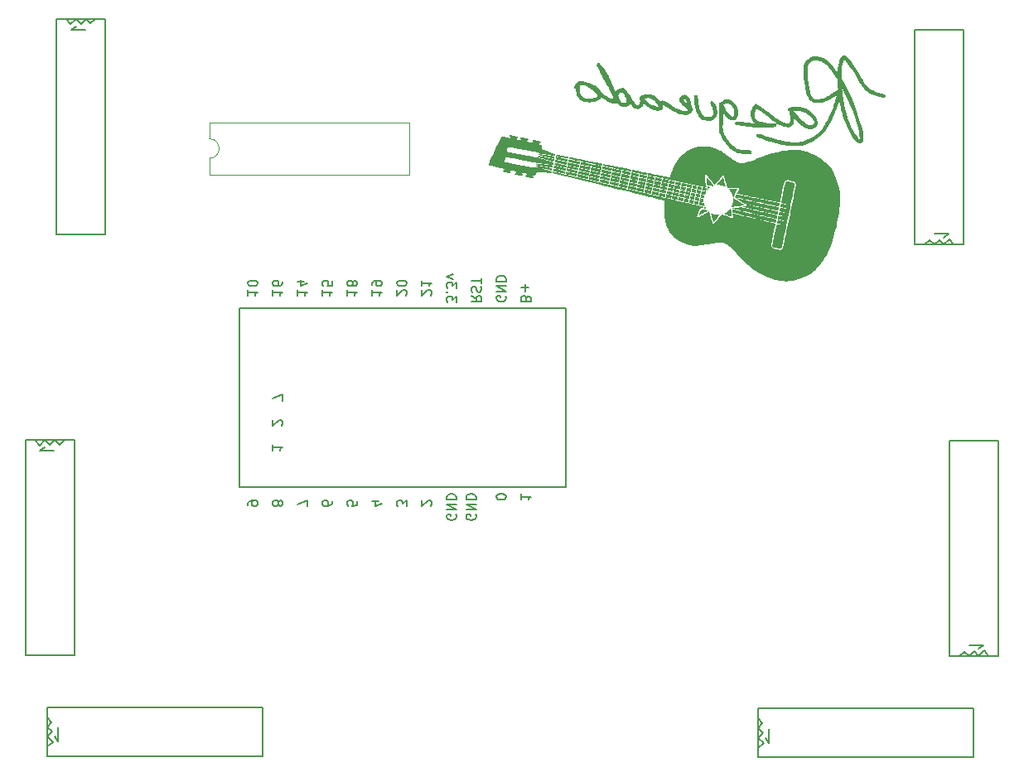
<source format=gbr>
%TF.GenerationSoftware,KiCad,Pcbnew,8.0.7*%
%TF.CreationDate,2025-01-12T16:59:08-05:00*%
%TF.ProjectId,rasgueado,72617367-7565-4616-946f-2e6b69636164,rev?*%
%TF.SameCoordinates,Original*%
%TF.FileFunction,Legend,Bot*%
%TF.FilePolarity,Positive*%
%FSLAX46Y46*%
G04 Gerber Fmt 4.6, Leading zero omitted, Abs format (unit mm)*
G04 Created by KiCad (PCBNEW 8.0.7) date 2025-01-12 16:59:08*
%MOMM*%
%LPD*%
G01*
G04 APERTURE LIST*
%ADD10C,0.200000*%
%ADD11C,0.000000*%
%ADD12C,0.203200*%
%ADD13C,0.127000*%
%ADD14C,0.120000*%
G04 APERTURE END LIST*
D10*
X132887780Y-113029673D02*
X132887780Y-113505863D01*
X132887780Y-113505863D02*
X132411590Y-113553482D01*
X132411590Y-113553482D02*
X132459209Y-113505863D01*
X132459209Y-113505863D02*
X132506828Y-113410625D01*
X132506828Y-113410625D02*
X132506828Y-113172530D01*
X132506828Y-113172530D02*
X132459209Y-113077292D01*
X132459209Y-113077292D02*
X132411590Y-113029673D01*
X132411590Y-113029673D02*
X132316352Y-112982054D01*
X132316352Y-112982054D02*
X132078257Y-112982054D01*
X132078257Y-112982054D02*
X131983019Y-113029673D01*
X131983019Y-113029673D02*
X131935400Y-113077292D01*
X131935400Y-113077292D02*
X131887780Y-113172530D01*
X131887780Y-113172530D02*
X131887780Y-113410625D01*
X131887780Y-113410625D02*
X131935400Y-113505863D01*
X131935400Y-113505863D02*
X131983019Y-113553482D01*
X125172542Y-105325713D02*
X125220161Y-105278094D01*
X125220161Y-105278094D02*
X125267780Y-105182856D01*
X125267780Y-105182856D02*
X125267780Y-104944761D01*
X125267780Y-104944761D02*
X125220161Y-104849523D01*
X125220161Y-104849523D02*
X125172542Y-104801904D01*
X125172542Y-104801904D02*
X125077304Y-104754285D01*
X125077304Y-104754285D02*
X124982066Y-104754285D01*
X124982066Y-104754285D02*
X124839209Y-104801904D01*
X124839209Y-104801904D02*
X124267780Y-105373332D01*
X124267780Y-105373332D02*
X124267780Y-104754285D01*
X150191590Y-92296993D02*
X150143971Y-92154136D01*
X150143971Y-92154136D02*
X150096352Y-92106517D01*
X150096352Y-92106517D02*
X150001114Y-92058898D01*
X150001114Y-92058898D02*
X149858257Y-92058898D01*
X149858257Y-92058898D02*
X149763019Y-92106517D01*
X149763019Y-92106517D02*
X149715400Y-92154136D01*
X149715400Y-92154136D02*
X149667780Y-92249374D01*
X149667780Y-92249374D02*
X149667780Y-92630326D01*
X149667780Y-92630326D02*
X150667780Y-92630326D01*
X150667780Y-92630326D02*
X150667780Y-92296993D01*
X150667780Y-92296993D02*
X150620161Y-92201755D01*
X150620161Y-92201755D02*
X150572542Y-92154136D01*
X150572542Y-92154136D02*
X150477304Y-92106517D01*
X150477304Y-92106517D02*
X150382066Y-92106517D01*
X150382066Y-92106517D02*
X150286828Y-92154136D01*
X150286828Y-92154136D02*
X150239209Y-92201755D01*
X150239209Y-92201755D02*
X150191590Y-92296993D01*
X150191590Y-92296993D02*
X150191590Y-92630326D01*
X150048733Y-91630326D02*
X150048733Y-90868422D01*
X149667780Y-91249374D02*
X150429685Y-91249374D01*
X125267782Y-102833332D02*
X125267782Y-102166666D01*
X125267782Y-102166666D02*
X124267782Y-102595237D01*
X131887780Y-91446517D02*
X131887780Y-92017945D01*
X131887780Y-91732231D02*
X132887780Y-91732231D01*
X132887780Y-91732231D02*
X132744923Y-91827469D01*
X132744923Y-91827469D02*
X132649685Y-91922707D01*
X132649685Y-91922707D02*
X132602066Y-92017945D01*
X132459209Y-90875088D02*
X132506828Y-90970326D01*
X132506828Y-90970326D02*
X132554447Y-91017945D01*
X132554447Y-91017945D02*
X132649685Y-91065564D01*
X132649685Y-91065564D02*
X132697304Y-91065564D01*
X132697304Y-91065564D02*
X132792542Y-91017945D01*
X132792542Y-91017945D02*
X132840161Y-90970326D01*
X132840161Y-90970326D02*
X132887780Y-90875088D01*
X132887780Y-90875088D02*
X132887780Y-90684612D01*
X132887780Y-90684612D02*
X132840161Y-90589374D01*
X132840161Y-90589374D02*
X132792542Y-90541755D01*
X132792542Y-90541755D02*
X132697304Y-90494136D01*
X132697304Y-90494136D02*
X132649685Y-90494136D01*
X132649685Y-90494136D02*
X132554447Y-90541755D01*
X132554447Y-90541755D02*
X132506828Y-90589374D01*
X132506828Y-90589374D02*
X132459209Y-90684612D01*
X132459209Y-90684612D02*
X132459209Y-90875088D01*
X132459209Y-90875088D02*
X132411590Y-90970326D01*
X132411590Y-90970326D02*
X132363971Y-91017945D01*
X132363971Y-91017945D02*
X132268733Y-91065564D01*
X132268733Y-91065564D02*
X132078257Y-91065564D01*
X132078257Y-91065564D02*
X131983019Y-91017945D01*
X131983019Y-91017945D02*
X131935400Y-90970326D01*
X131935400Y-90970326D02*
X131887780Y-90875088D01*
X131887780Y-90875088D02*
X131887780Y-90684612D01*
X131887780Y-90684612D02*
X131935400Y-90589374D01*
X131935400Y-90589374D02*
X131983019Y-90541755D01*
X131983019Y-90541755D02*
X132078257Y-90494136D01*
X132078257Y-90494136D02*
X132268733Y-90494136D01*
X132268733Y-90494136D02*
X132363971Y-90541755D01*
X132363971Y-90541755D02*
X132411590Y-90589374D01*
X132411590Y-90589374D02*
X132459209Y-90684612D01*
X130347780Y-113077292D02*
X130347780Y-113267768D01*
X130347780Y-113267768D02*
X130300161Y-113363006D01*
X130300161Y-113363006D02*
X130252542Y-113410625D01*
X130252542Y-113410625D02*
X130109685Y-113505863D01*
X130109685Y-113505863D02*
X129919209Y-113553482D01*
X129919209Y-113553482D02*
X129538257Y-113553482D01*
X129538257Y-113553482D02*
X129443019Y-113505863D01*
X129443019Y-113505863D02*
X129395400Y-113458244D01*
X129395400Y-113458244D02*
X129347780Y-113363006D01*
X129347780Y-113363006D02*
X129347780Y-113172530D01*
X129347780Y-113172530D02*
X129395400Y-113077292D01*
X129395400Y-113077292D02*
X129443019Y-113029673D01*
X129443019Y-113029673D02*
X129538257Y-112982054D01*
X129538257Y-112982054D02*
X129776352Y-112982054D01*
X129776352Y-112982054D02*
X129871590Y-113029673D01*
X129871590Y-113029673D02*
X129919209Y-113077292D01*
X129919209Y-113077292D02*
X129966828Y-113172530D01*
X129966828Y-113172530D02*
X129966828Y-113363006D01*
X129966828Y-113363006D02*
X129919209Y-113458244D01*
X129919209Y-113458244D02*
X129871590Y-113505863D01*
X129871590Y-113505863D02*
X129776352Y-113553482D01*
X124267780Y-91446517D02*
X124267780Y-92017945D01*
X124267780Y-91732231D02*
X125267780Y-91732231D01*
X125267780Y-91732231D02*
X125124923Y-91827469D01*
X125124923Y-91827469D02*
X125029685Y-91922707D01*
X125029685Y-91922707D02*
X124982066Y-92017945D01*
X125267780Y-90589374D02*
X125267780Y-90779850D01*
X125267780Y-90779850D02*
X125220161Y-90875088D01*
X125220161Y-90875088D02*
X125172542Y-90922707D01*
X125172542Y-90922707D02*
X125029685Y-91017945D01*
X125029685Y-91017945D02*
X124839209Y-91065564D01*
X124839209Y-91065564D02*
X124458257Y-91065564D01*
X124458257Y-91065564D02*
X124363019Y-91017945D01*
X124363019Y-91017945D02*
X124315400Y-90970326D01*
X124315400Y-90970326D02*
X124267780Y-90875088D01*
X124267780Y-90875088D02*
X124267780Y-90684612D01*
X124267780Y-90684612D02*
X124315400Y-90589374D01*
X124315400Y-90589374D02*
X124363019Y-90541755D01*
X124363019Y-90541755D02*
X124458257Y-90494136D01*
X124458257Y-90494136D02*
X124696352Y-90494136D01*
X124696352Y-90494136D02*
X124791590Y-90541755D01*
X124791590Y-90541755D02*
X124839209Y-90589374D01*
X124839209Y-90589374D02*
X124886828Y-90684612D01*
X124886828Y-90684612D02*
X124886828Y-90875088D01*
X124886828Y-90875088D02*
X124839209Y-90970326D01*
X124839209Y-90970326D02*
X124791590Y-91017945D01*
X124791590Y-91017945D02*
X124696352Y-91065564D01*
X144587780Y-92058898D02*
X145063971Y-92392231D01*
X144587780Y-92630326D02*
X145587780Y-92630326D01*
X145587780Y-92630326D02*
X145587780Y-92249374D01*
X145587780Y-92249374D02*
X145540161Y-92154136D01*
X145540161Y-92154136D02*
X145492542Y-92106517D01*
X145492542Y-92106517D02*
X145397304Y-92058898D01*
X145397304Y-92058898D02*
X145254447Y-92058898D01*
X145254447Y-92058898D02*
X145159209Y-92106517D01*
X145159209Y-92106517D02*
X145111590Y-92154136D01*
X145111590Y-92154136D02*
X145063971Y-92249374D01*
X145063971Y-92249374D02*
X145063971Y-92630326D01*
X144635400Y-91677945D02*
X144587780Y-91535088D01*
X144587780Y-91535088D02*
X144587780Y-91296993D01*
X144587780Y-91296993D02*
X144635400Y-91201755D01*
X144635400Y-91201755D02*
X144683019Y-91154136D01*
X144683019Y-91154136D02*
X144778257Y-91106517D01*
X144778257Y-91106517D02*
X144873495Y-91106517D01*
X144873495Y-91106517D02*
X144968733Y-91154136D01*
X144968733Y-91154136D02*
X145016352Y-91201755D01*
X145016352Y-91201755D02*
X145063971Y-91296993D01*
X145063971Y-91296993D02*
X145111590Y-91487469D01*
X145111590Y-91487469D02*
X145159209Y-91582707D01*
X145159209Y-91582707D02*
X145206828Y-91630326D01*
X145206828Y-91630326D02*
X145302066Y-91677945D01*
X145302066Y-91677945D02*
X145397304Y-91677945D01*
X145397304Y-91677945D02*
X145492542Y-91630326D01*
X145492542Y-91630326D02*
X145540161Y-91582707D01*
X145540161Y-91582707D02*
X145587780Y-91487469D01*
X145587780Y-91487469D02*
X145587780Y-91249374D01*
X145587780Y-91249374D02*
X145540161Y-91106517D01*
X145587780Y-90820802D02*
X145587780Y-90249374D01*
X144587780Y-90535088D02*
X145587780Y-90535088D01*
X143000161Y-114417292D02*
X143047780Y-114512530D01*
X143047780Y-114512530D02*
X143047780Y-114655387D01*
X143047780Y-114655387D02*
X143000161Y-114798244D01*
X143000161Y-114798244D02*
X142904923Y-114893482D01*
X142904923Y-114893482D02*
X142809685Y-114941101D01*
X142809685Y-114941101D02*
X142619209Y-114988720D01*
X142619209Y-114988720D02*
X142476352Y-114988720D01*
X142476352Y-114988720D02*
X142285876Y-114941101D01*
X142285876Y-114941101D02*
X142190638Y-114893482D01*
X142190638Y-114893482D02*
X142095400Y-114798244D01*
X142095400Y-114798244D02*
X142047780Y-114655387D01*
X142047780Y-114655387D02*
X142047780Y-114560149D01*
X142047780Y-114560149D02*
X142095400Y-114417292D01*
X142095400Y-114417292D02*
X142143019Y-114369673D01*
X142143019Y-114369673D02*
X142476352Y-114369673D01*
X142476352Y-114369673D02*
X142476352Y-114560149D01*
X142047780Y-113941101D02*
X143047780Y-113941101D01*
X143047780Y-113941101D02*
X142047780Y-113369673D01*
X142047780Y-113369673D02*
X143047780Y-113369673D01*
X142047780Y-112893482D02*
X143047780Y-112893482D01*
X143047780Y-112893482D02*
X143047780Y-112655387D01*
X143047780Y-112655387D02*
X143000161Y-112512530D01*
X143000161Y-112512530D02*
X142904923Y-112417292D01*
X142904923Y-112417292D02*
X142809685Y-112369673D01*
X142809685Y-112369673D02*
X142619209Y-112322054D01*
X142619209Y-112322054D02*
X142476352Y-112322054D01*
X142476352Y-112322054D02*
X142285876Y-112369673D01*
X142285876Y-112369673D02*
X142190638Y-112417292D01*
X142190638Y-112417292D02*
X142095400Y-112512530D01*
X142095400Y-112512530D02*
X142047780Y-112655387D01*
X142047780Y-112655387D02*
X142047780Y-112893482D01*
X121727780Y-113458244D02*
X121727780Y-113267768D01*
X121727780Y-113267768D02*
X121775400Y-113172530D01*
X121775400Y-113172530D02*
X121823019Y-113124911D01*
X121823019Y-113124911D02*
X121965876Y-113029673D01*
X121965876Y-113029673D02*
X122156352Y-112982054D01*
X122156352Y-112982054D02*
X122537304Y-112982054D01*
X122537304Y-112982054D02*
X122632542Y-113029673D01*
X122632542Y-113029673D02*
X122680161Y-113077292D01*
X122680161Y-113077292D02*
X122727780Y-113172530D01*
X122727780Y-113172530D02*
X122727780Y-113363006D01*
X122727780Y-113363006D02*
X122680161Y-113458244D01*
X122680161Y-113458244D02*
X122632542Y-113505863D01*
X122632542Y-113505863D02*
X122537304Y-113553482D01*
X122537304Y-113553482D02*
X122299209Y-113553482D01*
X122299209Y-113553482D02*
X122203971Y-113505863D01*
X122203971Y-113505863D02*
X122156352Y-113458244D01*
X122156352Y-113458244D02*
X122108733Y-113363006D01*
X122108733Y-113363006D02*
X122108733Y-113172530D01*
X122108733Y-113172530D02*
X122156352Y-113077292D01*
X122156352Y-113077292D02*
X122203971Y-113029673D01*
X122203971Y-113029673D02*
X122299209Y-112982054D01*
X140412542Y-92017945D02*
X140460161Y-91970326D01*
X140460161Y-91970326D02*
X140507780Y-91875088D01*
X140507780Y-91875088D02*
X140507780Y-91636993D01*
X140507780Y-91636993D02*
X140460161Y-91541755D01*
X140460161Y-91541755D02*
X140412542Y-91494136D01*
X140412542Y-91494136D02*
X140317304Y-91446517D01*
X140317304Y-91446517D02*
X140222066Y-91446517D01*
X140222066Y-91446517D02*
X140079209Y-91494136D01*
X140079209Y-91494136D02*
X139507780Y-92065564D01*
X139507780Y-92065564D02*
X139507780Y-91446517D01*
X139507780Y-90494136D02*
X139507780Y-91065564D01*
X139507780Y-90779850D02*
X140507780Y-90779850D01*
X140507780Y-90779850D02*
X140364923Y-90875088D01*
X140364923Y-90875088D02*
X140269685Y-90970326D01*
X140269685Y-90970326D02*
X140222066Y-91065564D01*
X124839209Y-113363006D02*
X124886828Y-113458244D01*
X124886828Y-113458244D02*
X124934447Y-113505863D01*
X124934447Y-113505863D02*
X125029685Y-113553482D01*
X125029685Y-113553482D02*
X125077304Y-113553482D01*
X125077304Y-113553482D02*
X125172542Y-113505863D01*
X125172542Y-113505863D02*
X125220161Y-113458244D01*
X125220161Y-113458244D02*
X125267780Y-113363006D01*
X125267780Y-113363006D02*
X125267780Y-113172530D01*
X125267780Y-113172530D02*
X125220161Y-113077292D01*
X125220161Y-113077292D02*
X125172542Y-113029673D01*
X125172542Y-113029673D02*
X125077304Y-112982054D01*
X125077304Y-112982054D02*
X125029685Y-112982054D01*
X125029685Y-112982054D02*
X124934447Y-113029673D01*
X124934447Y-113029673D02*
X124886828Y-113077292D01*
X124886828Y-113077292D02*
X124839209Y-113172530D01*
X124839209Y-113172530D02*
X124839209Y-113363006D01*
X124839209Y-113363006D02*
X124791590Y-113458244D01*
X124791590Y-113458244D02*
X124743971Y-113505863D01*
X124743971Y-113505863D02*
X124648733Y-113553482D01*
X124648733Y-113553482D02*
X124458257Y-113553482D01*
X124458257Y-113553482D02*
X124363019Y-113505863D01*
X124363019Y-113505863D02*
X124315400Y-113458244D01*
X124315400Y-113458244D02*
X124267780Y-113363006D01*
X124267780Y-113363006D02*
X124267780Y-113172530D01*
X124267780Y-113172530D02*
X124315400Y-113077292D01*
X124315400Y-113077292D02*
X124363019Y-113029673D01*
X124363019Y-113029673D02*
X124458257Y-112982054D01*
X124458257Y-112982054D02*
X124648733Y-112982054D01*
X124648733Y-112982054D02*
X124743971Y-113029673D01*
X124743971Y-113029673D02*
X124791590Y-113077292D01*
X124791590Y-113077292D02*
X124839209Y-113172530D01*
X135094447Y-113077292D02*
X134427780Y-113077292D01*
X135475400Y-113315387D02*
X134761114Y-113553482D01*
X134761114Y-113553482D02*
X134761114Y-112934435D01*
X148127780Y-112655387D02*
X148127780Y-112560149D01*
X148127780Y-112560149D02*
X148080161Y-112464911D01*
X148080161Y-112464911D02*
X148032542Y-112417292D01*
X148032542Y-112417292D02*
X147937304Y-112369673D01*
X147937304Y-112369673D02*
X147746828Y-112322054D01*
X147746828Y-112322054D02*
X147508733Y-112322054D01*
X147508733Y-112322054D02*
X147318257Y-112369673D01*
X147318257Y-112369673D02*
X147223019Y-112417292D01*
X147223019Y-112417292D02*
X147175400Y-112464911D01*
X147175400Y-112464911D02*
X147127780Y-112560149D01*
X147127780Y-112560149D02*
X147127780Y-112655387D01*
X147127780Y-112655387D02*
X147175400Y-112750625D01*
X147175400Y-112750625D02*
X147223019Y-112798244D01*
X147223019Y-112798244D02*
X147318257Y-112845863D01*
X147318257Y-112845863D02*
X147508733Y-112893482D01*
X147508733Y-112893482D02*
X147746828Y-112893482D01*
X147746828Y-112893482D02*
X147937304Y-112845863D01*
X147937304Y-112845863D02*
X148032542Y-112798244D01*
X148032542Y-112798244D02*
X148080161Y-112750625D01*
X148080161Y-112750625D02*
X148127780Y-112655387D01*
X148080161Y-92106517D02*
X148127780Y-92201755D01*
X148127780Y-92201755D02*
X148127780Y-92344612D01*
X148127780Y-92344612D02*
X148080161Y-92487469D01*
X148080161Y-92487469D02*
X147984923Y-92582707D01*
X147984923Y-92582707D02*
X147889685Y-92630326D01*
X147889685Y-92630326D02*
X147699209Y-92677945D01*
X147699209Y-92677945D02*
X147556352Y-92677945D01*
X147556352Y-92677945D02*
X147365876Y-92630326D01*
X147365876Y-92630326D02*
X147270638Y-92582707D01*
X147270638Y-92582707D02*
X147175400Y-92487469D01*
X147175400Y-92487469D02*
X147127780Y-92344612D01*
X147127780Y-92344612D02*
X147127780Y-92249374D01*
X147127780Y-92249374D02*
X147175400Y-92106517D01*
X147175400Y-92106517D02*
X147223019Y-92058898D01*
X147223019Y-92058898D02*
X147556352Y-92058898D01*
X147556352Y-92058898D02*
X147556352Y-92249374D01*
X147127780Y-91630326D02*
X148127780Y-91630326D01*
X148127780Y-91630326D02*
X147127780Y-91058898D01*
X147127780Y-91058898D02*
X148127780Y-91058898D01*
X147127780Y-90582707D02*
X148127780Y-90582707D01*
X148127780Y-90582707D02*
X148127780Y-90344612D01*
X148127780Y-90344612D02*
X148080161Y-90201755D01*
X148080161Y-90201755D02*
X147984923Y-90106517D01*
X147984923Y-90106517D02*
X147889685Y-90058898D01*
X147889685Y-90058898D02*
X147699209Y-90011279D01*
X147699209Y-90011279D02*
X147556352Y-90011279D01*
X147556352Y-90011279D02*
X147365876Y-90058898D01*
X147365876Y-90058898D02*
X147270638Y-90106517D01*
X147270638Y-90106517D02*
X147175400Y-90201755D01*
X147175400Y-90201755D02*
X147127780Y-90344612D01*
X147127780Y-90344612D02*
X147127780Y-90582707D01*
X143047780Y-92725564D02*
X143047780Y-92106517D01*
X143047780Y-92106517D02*
X142666828Y-92439850D01*
X142666828Y-92439850D02*
X142666828Y-92296993D01*
X142666828Y-92296993D02*
X142619209Y-92201755D01*
X142619209Y-92201755D02*
X142571590Y-92154136D01*
X142571590Y-92154136D02*
X142476352Y-92106517D01*
X142476352Y-92106517D02*
X142238257Y-92106517D01*
X142238257Y-92106517D02*
X142143019Y-92154136D01*
X142143019Y-92154136D02*
X142095400Y-92201755D01*
X142095400Y-92201755D02*
X142047780Y-92296993D01*
X142047780Y-92296993D02*
X142047780Y-92582707D01*
X142047780Y-92582707D02*
X142095400Y-92677945D01*
X142095400Y-92677945D02*
X142143019Y-92725564D01*
X142143019Y-91677945D02*
X142095400Y-91630326D01*
X142095400Y-91630326D02*
X142047780Y-91677945D01*
X142047780Y-91677945D02*
X142095400Y-91725564D01*
X142095400Y-91725564D02*
X142143019Y-91677945D01*
X142143019Y-91677945D02*
X142047780Y-91677945D01*
X143047780Y-91296993D02*
X143047780Y-90677946D01*
X143047780Y-90677946D02*
X142666828Y-91011279D01*
X142666828Y-91011279D02*
X142666828Y-90868422D01*
X142666828Y-90868422D02*
X142619209Y-90773184D01*
X142619209Y-90773184D02*
X142571590Y-90725565D01*
X142571590Y-90725565D02*
X142476352Y-90677946D01*
X142476352Y-90677946D02*
X142238257Y-90677946D01*
X142238257Y-90677946D02*
X142143019Y-90725565D01*
X142143019Y-90725565D02*
X142095400Y-90773184D01*
X142095400Y-90773184D02*
X142047780Y-90868422D01*
X142047780Y-90868422D02*
X142047780Y-91154136D01*
X142047780Y-91154136D02*
X142095400Y-91249374D01*
X142095400Y-91249374D02*
X142143019Y-91296993D01*
X142714447Y-90344612D02*
X142047780Y-90106517D01*
X142047780Y-90106517D02*
X142714447Y-89868422D01*
X137967780Y-113601101D02*
X137967780Y-112982054D01*
X137967780Y-112982054D02*
X137586828Y-113315387D01*
X137586828Y-113315387D02*
X137586828Y-113172530D01*
X137586828Y-113172530D02*
X137539209Y-113077292D01*
X137539209Y-113077292D02*
X137491590Y-113029673D01*
X137491590Y-113029673D02*
X137396352Y-112982054D01*
X137396352Y-112982054D02*
X137158257Y-112982054D01*
X137158257Y-112982054D02*
X137063019Y-113029673D01*
X137063019Y-113029673D02*
X137015400Y-113077292D01*
X137015400Y-113077292D02*
X136967780Y-113172530D01*
X136967780Y-113172530D02*
X136967780Y-113458244D01*
X136967780Y-113458244D02*
X137015400Y-113553482D01*
X137015400Y-113553482D02*
X137063019Y-113601101D01*
X140412542Y-113553482D02*
X140460161Y-113505863D01*
X140460161Y-113505863D02*
X140507780Y-113410625D01*
X140507780Y-113410625D02*
X140507780Y-113172530D01*
X140507780Y-113172530D02*
X140460161Y-113077292D01*
X140460161Y-113077292D02*
X140412542Y-113029673D01*
X140412542Y-113029673D02*
X140317304Y-112982054D01*
X140317304Y-112982054D02*
X140222066Y-112982054D01*
X140222066Y-112982054D02*
X140079209Y-113029673D01*
X140079209Y-113029673D02*
X139507780Y-113601101D01*
X139507780Y-113601101D02*
X139507780Y-112982054D01*
X121727780Y-91446517D02*
X121727780Y-92017945D01*
X121727780Y-91732231D02*
X122727780Y-91732231D01*
X122727780Y-91732231D02*
X122584923Y-91827469D01*
X122584923Y-91827469D02*
X122489685Y-91922707D01*
X122489685Y-91922707D02*
X122442066Y-92017945D01*
X122727780Y-90827469D02*
X122727780Y-90732231D01*
X122727780Y-90732231D02*
X122680161Y-90636993D01*
X122680161Y-90636993D02*
X122632542Y-90589374D01*
X122632542Y-90589374D02*
X122537304Y-90541755D01*
X122537304Y-90541755D02*
X122346828Y-90494136D01*
X122346828Y-90494136D02*
X122108733Y-90494136D01*
X122108733Y-90494136D02*
X121918257Y-90541755D01*
X121918257Y-90541755D02*
X121823019Y-90589374D01*
X121823019Y-90589374D02*
X121775400Y-90636993D01*
X121775400Y-90636993D02*
X121727780Y-90732231D01*
X121727780Y-90732231D02*
X121727780Y-90827469D01*
X121727780Y-90827469D02*
X121775400Y-90922707D01*
X121775400Y-90922707D02*
X121823019Y-90970326D01*
X121823019Y-90970326D02*
X121918257Y-91017945D01*
X121918257Y-91017945D02*
X122108733Y-91065564D01*
X122108733Y-91065564D02*
X122346828Y-91065564D01*
X122346828Y-91065564D02*
X122537304Y-91017945D01*
X122537304Y-91017945D02*
X122632542Y-90970326D01*
X122632542Y-90970326D02*
X122680161Y-90922707D01*
X122680161Y-90922707D02*
X122727780Y-90827469D01*
X137872542Y-92017945D02*
X137920161Y-91970326D01*
X137920161Y-91970326D02*
X137967780Y-91875088D01*
X137967780Y-91875088D02*
X137967780Y-91636993D01*
X137967780Y-91636993D02*
X137920161Y-91541755D01*
X137920161Y-91541755D02*
X137872542Y-91494136D01*
X137872542Y-91494136D02*
X137777304Y-91446517D01*
X137777304Y-91446517D02*
X137682066Y-91446517D01*
X137682066Y-91446517D02*
X137539209Y-91494136D01*
X137539209Y-91494136D02*
X136967780Y-92065564D01*
X136967780Y-92065564D02*
X136967780Y-91446517D01*
X137967780Y-90827469D02*
X137967780Y-90732231D01*
X137967780Y-90732231D02*
X137920161Y-90636993D01*
X137920161Y-90636993D02*
X137872542Y-90589374D01*
X137872542Y-90589374D02*
X137777304Y-90541755D01*
X137777304Y-90541755D02*
X137586828Y-90494136D01*
X137586828Y-90494136D02*
X137348733Y-90494136D01*
X137348733Y-90494136D02*
X137158257Y-90541755D01*
X137158257Y-90541755D02*
X137063019Y-90589374D01*
X137063019Y-90589374D02*
X137015400Y-90636993D01*
X137015400Y-90636993D02*
X136967780Y-90732231D01*
X136967780Y-90732231D02*
X136967780Y-90827469D01*
X136967780Y-90827469D02*
X137015400Y-90922707D01*
X137015400Y-90922707D02*
X137063019Y-90970326D01*
X137063019Y-90970326D02*
X137158257Y-91017945D01*
X137158257Y-91017945D02*
X137348733Y-91065564D01*
X137348733Y-91065564D02*
X137586828Y-91065564D01*
X137586828Y-91065564D02*
X137777304Y-91017945D01*
X137777304Y-91017945D02*
X137872542Y-90970326D01*
X137872542Y-90970326D02*
X137920161Y-90922707D01*
X137920161Y-90922707D02*
X137967780Y-90827469D01*
X129347780Y-91446517D02*
X129347780Y-92017945D01*
X129347780Y-91732231D02*
X130347780Y-91732231D01*
X130347780Y-91732231D02*
X130204923Y-91827469D01*
X130204923Y-91827469D02*
X130109685Y-91922707D01*
X130109685Y-91922707D02*
X130062066Y-92017945D01*
X130347780Y-90541755D02*
X130347780Y-91017945D01*
X130347780Y-91017945D02*
X129871590Y-91065564D01*
X129871590Y-91065564D02*
X129919209Y-91017945D01*
X129919209Y-91017945D02*
X129966828Y-90922707D01*
X129966828Y-90922707D02*
X129966828Y-90684612D01*
X129966828Y-90684612D02*
X129919209Y-90589374D01*
X129919209Y-90589374D02*
X129871590Y-90541755D01*
X129871590Y-90541755D02*
X129776352Y-90494136D01*
X129776352Y-90494136D02*
X129538257Y-90494136D01*
X129538257Y-90494136D02*
X129443019Y-90541755D01*
X129443019Y-90541755D02*
X129395400Y-90589374D01*
X129395400Y-90589374D02*
X129347780Y-90684612D01*
X129347780Y-90684612D02*
X129347780Y-90922707D01*
X129347780Y-90922707D02*
X129395400Y-91017945D01*
X129395400Y-91017945D02*
X129443019Y-91065564D01*
X126807780Y-91446517D02*
X126807780Y-92017945D01*
X126807780Y-91732231D02*
X127807780Y-91732231D01*
X127807780Y-91732231D02*
X127664923Y-91827469D01*
X127664923Y-91827469D02*
X127569685Y-91922707D01*
X127569685Y-91922707D02*
X127522066Y-92017945D01*
X127474447Y-90589374D02*
X126807780Y-90589374D01*
X127855400Y-90827469D02*
X127141114Y-91065564D01*
X127141114Y-91065564D02*
X127141114Y-90446517D01*
X134427780Y-91446517D02*
X134427780Y-92017945D01*
X134427780Y-91732231D02*
X135427780Y-91732231D01*
X135427780Y-91732231D02*
X135284923Y-91827469D01*
X135284923Y-91827469D02*
X135189685Y-91922707D01*
X135189685Y-91922707D02*
X135142066Y-92017945D01*
X134427780Y-90970326D02*
X134427780Y-90779850D01*
X134427780Y-90779850D02*
X134475400Y-90684612D01*
X134475400Y-90684612D02*
X134523019Y-90636993D01*
X134523019Y-90636993D02*
X134665876Y-90541755D01*
X134665876Y-90541755D02*
X134856352Y-90494136D01*
X134856352Y-90494136D02*
X135237304Y-90494136D01*
X135237304Y-90494136D02*
X135332542Y-90541755D01*
X135332542Y-90541755D02*
X135380161Y-90589374D01*
X135380161Y-90589374D02*
X135427780Y-90684612D01*
X135427780Y-90684612D02*
X135427780Y-90875088D01*
X135427780Y-90875088D02*
X135380161Y-90970326D01*
X135380161Y-90970326D02*
X135332542Y-91017945D01*
X135332542Y-91017945D02*
X135237304Y-91065564D01*
X135237304Y-91065564D02*
X134999209Y-91065564D01*
X134999209Y-91065564D02*
X134903971Y-91017945D01*
X134903971Y-91017945D02*
X134856352Y-90970326D01*
X134856352Y-90970326D02*
X134808733Y-90875088D01*
X134808733Y-90875088D02*
X134808733Y-90684612D01*
X134808733Y-90684612D02*
X134856352Y-90589374D01*
X134856352Y-90589374D02*
X134903971Y-90541755D01*
X134903971Y-90541755D02*
X134999209Y-90494136D01*
X127807780Y-113601101D02*
X127807780Y-112934435D01*
X127807780Y-112934435D02*
X126807780Y-113363006D01*
X124267780Y-107294285D02*
X124267780Y-107865713D01*
X124267780Y-107579999D02*
X125267780Y-107579999D01*
X125267780Y-107579999D02*
X125124923Y-107675237D01*
X125124923Y-107675237D02*
X125029685Y-107770475D01*
X125029685Y-107770475D02*
X124982066Y-107865713D01*
X149667780Y-112322054D02*
X149667780Y-112893482D01*
X149667780Y-112607768D02*
X150667780Y-112607768D01*
X150667780Y-112607768D02*
X150524923Y-112703006D01*
X150524923Y-112703006D02*
X150429685Y-112798244D01*
X150429685Y-112798244D02*
X150382066Y-112893482D01*
X145000161Y-114417292D02*
X145047780Y-114512530D01*
X145047780Y-114512530D02*
X145047780Y-114655387D01*
X145047780Y-114655387D02*
X145000161Y-114798244D01*
X145000161Y-114798244D02*
X144904923Y-114893482D01*
X144904923Y-114893482D02*
X144809685Y-114941101D01*
X144809685Y-114941101D02*
X144619209Y-114988720D01*
X144619209Y-114988720D02*
X144476352Y-114988720D01*
X144476352Y-114988720D02*
X144285876Y-114941101D01*
X144285876Y-114941101D02*
X144190638Y-114893482D01*
X144190638Y-114893482D02*
X144095400Y-114798244D01*
X144095400Y-114798244D02*
X144047780Y-114655387D01*
X144047780Y-114655387D02*
X144047780Y-114560149D01*
X144047780Y-114560149D02*
X144095400Y-114417292D01*
X144095400Y-114417292D02*
X144143019Y-114369673D01*
X144143019Y-114369673D02*
X144476352Y-114369673D01*
X144476352Y-114369673D02*
X144476352Y-114560149D01*
X144047780Y-113941101D02*
X145047780Y-113941101D01*
X145047780Y-113941101D02*
X144047780Y-113369673D01*
X144047780Y-113369673D02*
X145047780Y-113369673D01*
X144047780Y-112893482D02*
X145047780Y-112893482D01*
X145047780Y-112893482D02*
X145047780Y-112655387D01*
X145047780Y-112655387D02*
X145000161Y-112512530D01*
X145000161Y-112512530D02*
X144904923Y-112417292D01*
X144904923Y-112417292D02*
X144809685Y-112369673D01*
X144809685Y-112369673D02*
X144619209Y-112322054D01*
X144619209Y-112322054D02*
X144476352Y-112322054D01*
X144476352Y-112322054D02*
X144285876Y-112369673D01*
X144285876Y-112369673D02*
X144190638Y-112417292D01*
X144190638Y-112417292D02*
X144095400Y-112512530D01*
X144095400Y-112512530D02*
X144047780Y-112655387D01*
X144047780Y-112655387D02*
X144047780Y-112893482D01*
D11*
%TO.C,G\u002A\u002A\u002A*%
G36*
X158447427Y-71665100D02*
G01*
X158629580Y-71780155D01*
X158791574Y-71874778D01*
X158928251Y-71946018D01*
X159034448Y-71990926D01*
X159105007Y-72006551D01*
X159117513Y-71997832D01*
X159116838Y-71961591D01*
X159098383Y-71890901D01*
X159060849Y-71779068D01*
X159048406Y-71744044D01*
X158988019Y-71582482D01*
X159606301Y-71582482D01*
X159607465Y-71602758D01*
X159631776Y-71716317D01*
X159682251Y-71851772D01*
X159752169Y-71995014D01*
X159834811Y-72131936D01*
X159923459Y-72248430D01*
X159981169Y-72311008D01*
X160030634Y-72350402D01*
X160081704Y-72367038D01*
X160152210Y-72370425D01*
X160206313Y-72368092D01*
X160327907Y-72338616D01*
X160410139Y-72276241D01*
X160452673Y-72182141D01*
X160455172Y-72057490D01*
X160417298Y-71903461D01*
X160338715Y-71721229D01*
X160283235Y-71620956D01*
X160215069Y-71513576D01*
X160143913Y-71413592D01*
X160076925Y-71330464D01*
X160021262Y-71273650D01*
X159984084Y-71252610D01*
X159972564Y-71252904D01*
X159866615Y-71274600D01*
X159757796Y-71322424D01*
X159673501Y-71384726D01*
X159635288Y-71431521D01*
X159611093Y-71493896D01*
X159606301Y-71582482D01*
X158988019Y-71582482D01*
X158979696Y-71560215D01*
X158908146Y-71387427D01*
X158828542Y-71214829D01*
X158735668Y-71031570D01*
X158624309Y-70826798D01*
X158489252Y-70589662D01*
X158400770Y-70435901D01*
X158234472Y-70142334D01*
X158077695Y-69859621D01*
X157932345Y-69591514D01*
X157800332Y-69341763D01*
X157683563Y-69114123D01*
X157583948Y-68912342D01*
X157503395Y-68740175D01*
X157443812Y-68601372D01*
X157407108Y-68499686D01*
X157395191Y-68438867D01*
X157395787Y-68428126D01*
X157425658Y-68339548D01*
X157491050Y-68277536D01*
X157579873Y-68254179D01*
X157614805Y-68255699D01*
X157652184Y-68264775D01*
X157690086Y-68287197D01*
X157734509Y-68328715D01*
X157791449Y-68395083D01*
X157866904Y-68492051D01*
X157966870Y-68625372D01*
X158086865Y-68788866D01*
X158288210Y-69077620D01*
X158461252Y-69349149D01*
X158612493Y-69615234D01*
X158748434Y-69887660D01*
X158875577Y-70178211D01*
X159000422Y-70498669D01*
X159039060Y-70601469D01*
X159104755Y-70770074D01*
X159165546Y-70918604D01*
X159218338Y-71039816D01*
X159260043Y-71126469D01*
X159287567Y-71171320D01*
X159305918Y-71163338D01*
X159352956Y-71128602D01*
X159417104Y-71074695D01*
X159572907Y-70966820D01*
X159774811Y-70886763D01*
X160009416Y-70845851D01*
X160195497Y-70830130D01*
X160336098Y-70989896D01*
X160385882Y-71046746D01*
X160439825Y-71109823D01*
X160489222Y-71170454D01*
X160538789Y-71235206D01*
X160593242Y-71310643D01*
X160657295Y-71403331D01*
X160735664Y-71519837D01*
X160833065Y-71666726D01*
X160954213Y-71850563D01*
X161040455Y-71980677D01*
X161092645Y-72057490D01*
X161171887Y-72174119D01*
X161280529Y-72326592D01*
X161368420Y-72440682D01*
X161437597Y-72518974D01*
X161490097Y-72564053D01*
X161527960Y-72578505D01*
X161545396Y-72577429D01*
X161631973Y-72544574D01*
X161712671Y-72473956D01*
X161774147Y-72376522D01*
X161792637Y-72331571D01*
X161809562Y-72272676D01*
X161817212Y-72205472D01*
X161816924Y-72115485D01*
X161810035Y-71988242D01*
X161808270Y-71959167D01*
X161807144Y-71924727D01*
X162294095Y-71924727D01*
X162310274Y-71956534D01*
X162356896Y-72015419D01*
X162427155Y-72093375D01*
X162514244Y-72182392D01*
X162596514Y-72259666D01*
X162853636Y-72457430D01*
X163129085Y-72607572D01*
X163420797Y-72708893D01*
X163541554Y-72738323D01*
X163630341Y-72755115D01*
X163684248Y-72756719D01*
X163710912Y-72743294D01*
X163717975Y-72714995D01*
X163717621Y-72708030D01*
X163695425Y-72636906D01*
X163643610Y-72541127D01*
X163568997Y-72430892D01*
X163478409Y-72316395D01*
X163378666Y-72207833D01*
X163255388Y-72095721D01*
X163069462Y-71970008D01*
X162875722Y-71891318D01*
X162668201Y-71856703D01*
X162659266Y-71856169D01*
X162522531Y-71854964D01*
X162410127Y-71866876D01*
X162331055Y-71890294D01*
X162294315Y-71923607D01*
X162294095Y-71924727D01*
X161807144Y-71924727D01*
X161803818Y-71822951D01*
X161807625Y-71724337D01*
X161819488Y-71670224D01*
X161822530Y-71665231D01*
X161874229Y-71623113D01*
X161966493Y-71580875D01*
X162089226Y-71541359D01*
X162232335Y-71507408D01*
X162385723Y-71481863D01*
X162539297Y-71467567D01*
X162558525Y-71466608D01*
X162690886Y-71462767D01*
X162792862Y-71467260D01*
X162883354Y-71481827D01*
X162981263Y-71508203D01*
X163184147Y-71587042D01*
X163422891Y-71724906D01*
X163640447Y-71901008D01*
X163826160Y-72107788D01*
X163847440Y-72135309D01*
X163900948Y-72198532D01*
X163938215Y-72233531D01*
X163952201Y-72233297D01*
X163968414Y-72192728D01*
X164017760Y-72142067D01*
X164082452Y-72101302D01*
X164144192Y-72084603D01*
X164180714Y-72097558D01*
X164253230Y-72135291D01*
X164353250Y-72193239D01*
X164472884Y-72266827D01*
X164604242Y-72351478D01*
X164884127Y-72531038D01*
X165219167Y-72730927D01*
X165522260Y-72893031D01*
X165794838Y-73017994D01*
X166038333Y-73106458D01*
X166254179Y-73159065D01*
X166443808Y-73176458D01*
X166454218Y-73176431D01*
X166550540Y-73171113D01*
X166615475Y-73153236D01*
X166667518Y-73117963D01*
X166674500Y-73111567D01*
X166710305Y-73065996D01*
X166714464Y-73033363D01*
X166706890Y-73025201D01*
X166664614Y-72987068D01*
X166596477Y-72929568D01*
X166512999Y-72861665D01*
X166418583Y-72783529D01*
X166260029Y-72640185D01*
X166119627Y-72497930D01*
X166005956Y-72365693D01*
X165927597Y-72252405D01*
X165873014Y-72139195D01*
X165834294Y-71984525D01*
X165835019Y-71971599D01*
X166240021Y-71971599D01*
X166254291Y-72018360D01*
X166302873Y-72097914D01*
X166380936Y-72198209D01*
X166483324Y-72312026D01*
X166531317Y-72359861D01*
X166582969Y-72405061D01*
X166612223Y-72422518D01*
X166623222Y-72405508D01*
X166616374Y-72353383D01*
X166593770Y-72277644D01*
X166559989Y-72190046D01*
X166519610Y-72102342D01*
X166477211Y-72026286D01*
X166437369Y-71973631D01*
X166429845Y-71966754D01*
X166373707Y-71937391D01*
X166311397Y-71928288D01*
X166260855Y-71939629D01*
X166240021Y-71971599D01*
X165835019Y-71971599D01*
X165842154Y-71844430D01*
X165895389Y-71723010D01*
X165992795Y-71624365D01*
X166133167Y-71552596D01*
X166232401Y-71525301D01*
X166388586Y-71518937D01*
X166535484Y-71562829D01*
X166677591Y-71657848D01*
X166728916Y-71708966D01*
X166823547Y-71841184D01*
X166910559Y-72010941D01*
X166986048Y-72208769D01*
X167040648Y-72405508D01*
X167046113Y-72425201D01*
X167086851Y-72650768D01*
X167111470Y-72757766D01*
X167179398Y-72881825D01*
X167198932Y-72908355D01*
X167238288Y-72977553D01*
X167253941Y-73031260D01*
X167249963Y-73062197D01*
X167223315Y-73127121D01*
X167182514Y-73180373D01*
X167140481Y-73202456D01*
X167121254Y-73211709D01*
X167077374Y-73253726D01*
X167026382Y-73318195D01*
X166940151Y-73413691D01*
X166795988Y-73508001D01*
X166621053Y-73566238D01*
X166562198Y-73575429D01*
X166382957Y-73577731D01*
X166173841Y-73549550D01*
X165942694Y-73492237D01*
X165697356Y-73407142D01*
X165591330Y-73362629D01*
X165387231Y-73266332D01*
X165160031Y-73148454D01*
X164921044Y-73015376D01*
X164681587Y-72873482D01*
X164452973Y-72729154D01*
X164246519Y-72588774D01*
X164231463Y-72578102D01*
X164155595Y-72525517D01*
X164099386Y-72488506D01*
X164074073Y-72474514D01*
X164072352Y-72479769D01*
X164080522Y-72519351D01*
X164101515Y-72585005D01*
X164111183Y-72613886D01*
X164130311Y-72714995D01*
X164140514Y-72768928D01*
X164125795Y-72902775D01*
X164067933Y-73011974D01*
X163967839Y-73093069D01*
X163950432Y-73101454D01*
X163847507Y-73128328D01*
X163712239Y-73138933D01*
X163558417Y-73133589D01*
X163399827Y-73112617D01*
X163250256Y-73076340D01*
X163208549Y-73062887D01*
X162891300Y-72931884D01*
X162584023Y-72755036D01*
X162296343Y-72537777D01*
X162187363Y-72444279D01*
X162122876Y-72571537D01*
X162077550Y-72646840D01*
X161980219Y-72764591D01*
X161866694Y-72864966D01*
X161753338Y-72932004D01*
X161696964Y-72950391D01*
X161562142Y-72967304D01*
X161423023Y-72956392D01*
X161304172Y-72918398D01*
X161289128Y-72910000D01*
X161205963Y-72846322D01*
X161108753Y-72749989D01*
X161007182Y-72631290D01*
X160910929Y-72500512D01*
X160895537Y-72477793D01*
X160860521Y-72426130D01*
X160844072Y-72401893D01*
X160841059Y-72402747D01*
X160811111Y-72427040D01*
X160756529Y-72477448D01*
X160686165Y-72545898D01*
X160566737Y-72650797D01*
X160450138Y-72717989D01*
X160320145Y-72753243D01*
X160158917Y-72763938D01*
X160077720Y-72762204D01*
X159952024Y-72745741D01*
X159844682Y-72706955D01*
X159745320Y-72639788D01*
X159643563Y-72538181D01*
X159529034Y-72396073D01*
X159460524Y-72305527D01*
X159402741Y-72357523D01*
X159345891Y-72389366D01*
X159241859Y-72409354D01*
X159113669Y-72407033D01*
X158973848Y-72382850D01*
X158834922Y-72337253D01*
X158729020Y-72288482D01*
X158566363Y-72202536D01*
X158387861Y-72098478D01*
X158207426Y-71984495D01*
X158038968Y-71868775D01*
X157975988Y-71823819D01*
X157910555Y-71780529D01*
X157870858Y-71762376D01*
X157847476Y-71765636D01*
X157830984Y-71786585D01*
X157807823Y-71819969D01*
X157756927Y-71883146D01*
X157693910Y-71955073D01*
X157571454Y-72064527D01*
X157394301Y-72165263D01*
X157179326Y-72236404D01*
X156924454Y-72278607D01*
X156627608Y-72292528D01*
X156393744Y-72283259D01*
X156164784Y-72248654D01*
X155967077Y-72185868D01*
X155792478Y-72092220D01*
X155632846Y-71965028D01*
X155590921Y-71923396D01*
X155467352Y-71762634D01*
X155371668Y-71568682D01*
X155301940Y-71336913D01*
X155256237Y-71062702D01*
X155251471Y-71024745D01*
X155236635Y-70951261D01*
X155214075Y-70910525D01*
X155177424Y-70888461D01*
X155162095Y-70882031D01*
X155092120Y-70825869D01*
X155065038Y-70744325D01*
X155081247Y-70641416D01*
X155127228Y-70549101D01*
X155645855Y-70549101D01*
X155653375Y-70842360D01*
X155654211Y-70872642D01*
X155663462Y-71062518D01*
X155680057Y-71213250D01*
X155706269Y-71335926D01*
X155744370Y-71441631D01*
X155796631Y-71541451D01*
X155829769Y-71590898D01*
X155952996Y-71717080D01*
X156109226Y-71814421D01*
X156286805Y-71874990D01*
X156300135Y-71877684D01*
X156430376Y-71893488D01*
X156589458Y-71899491D01*
X156757705Y-71896029D01*
X156915439Y-71883440D01*
X157042982Y-71862058D01*
X157081738Y-71852187D01*
X157254281Y-71792653D01*
X157378461Y-71719573D01*
X157453522Y-71633513D01*
X157478711Y-71535041D01*
X157473809Y-71502671D01*
X157448149Y-71457392D01*
X157393780Y-71401649D01*
X157303224Y-71326558D01*
X157238436Y-71275027D01*
X157125270Y-71183998D01*
X157001524Y-71083576D01*
X156884372Y-70987656D01*
X156789910Y-70913495D01*
X156596266Y-70781471D01*
X156400529Y-70672045D01*
X156210218Y-70588295D01*
X156032850Y-70533301D01*
X155875945Y-70510141D01*
X155747021Y-70521894D01*
X155645855Y-70549101D01*
X155127228Y-70549101D01*
X155141144Y-70521162D01*
X155255998Y-70371326D01*
X155406843Y-70242303D01*
X155579115Y-70158856D01*
X155773863Y-70120798D01*
X155992134Y-70127940D01*
X156234976Y-70180095D01*
X156503436Y-70277076D01*
X156527404Y-70287110D01*
X156641235Y-70332060D01*
X156748504Y-70370654D01*
X156828762Y-70395453D01*
X156971382Y-70443492D01*
X157163544Y-70538600D01*
X157352018Y-70662195D01*
X157524870Y-70805230D01*
X157670167Y-70958661D01*
X157775975Y-71113440D01*
X157809840Y-71169598D01*
X157856583Y-71227966D01*
X157920973Y-71289257D01*
X158011794Y-71361731D01*
X158137832Y-71453647D01*
X158250277Y-71532562D01*
X158253965Y-71535041D01*
X158447427Y-71665100D01*
G37*
G36*
X167644455Y-71585797D02*
G01*
X167653405Y-71593529D01*
X167676118Y-71621647D01*
X167693596Y-71663836D01*
X167708132Y-71729540D01*
X167722017Y-71828202D01*
X167737544Y-71969267D01*
X167750805Y-72092387D01*
X167791959Y-72415966D01*
X167838164Y-72693662D01*
X167890698Y-72929941D01*
X167950837Y-73129267D01*
X168019859Y-73296107D01*
X168099040Y-73434926D01*
X168189657Y-73550189D01*
X168296645Y-73648278D01*
X168459727Y-73741125D01*
X168646904Y-73788835D01*
X168660182Y-73790391D01*
X168791796Y-73792001D01*
X168928148Y-73773401D01*
X169050591Y-73738311D01*
X169140479Y-73690446D01*
X169216374Y-73608140D01*
X169276224Y-73479137D01*
X169303171Y-73322925D01*
X169297533Y-73146336D01*
X169259625Y-72956203D01*
X169189764Y-72759359D01*
X169088266Y-72562637D01*
X169043710Y-72479829D01*
X169009134Y-72396726D01*
X168995871Y-72338024D01*
X168996970Y-72318537D01*
X169027618Y-72240804D01*
X169089837Y-72187135D01*
X169169450Y-72162583D01*
X169252285Y-72172199D01*
X169324166Y-72221034D01*
X169334175Y-72232630D01*
X169442345Y-72385247D01*
X169540526Y-72570723D01*
X169620524Y-72771518D01*
X169674143Y-72970095D01*
X169691999Y-73107960D01*
X169695944Y-73274160D01*
X169684693Y-73439799D01*
X169659447Y-73588169D01*
X169621410Y-73702559D01*
X169558936Y-73812410D01*
X169426086Y-73965702D01*
X169259299Y-74080106D01*
X169060799Y-74153832D01*
X168906969Y-74180766D01*
X168668376Y-74184682D01*
X168432706Y-74146687D01*
X168215865Y-74068391D01*
X168068000Y-73978299D01*
X167901478Y-73823361D01*
X167755167Y-73622150D01*
X167629521Y-73375758D01*
X167524992Y-73085276D01*
X167442033Y-72751799D01*
X167381096Y-72376417D01*
X167342633Y-71960225D01*
X167337680Y-71878058D01*
X167333099Y-71776275D01*
X167334221Y-71708816D01*
X167342337Y-71664718D01*
X167358736Y-71633018D01*
X167384710Y-71602753D01*
X167465116Y-71549806D01*
X167556279Y-71543593D01*
X167644455Y-71585797D01*
G37*
G36*
X180008954Y-74409332D02*
G01*
X179985470Y-74549568D01*
X179919329Y-74677433D01*
X179806538Y-74805003D01*
X179701615Y-74894482D01*
X179564803Y-74974673D01*
X179412497Y-75021909D01*
X179275289Y-75036178D01*
X179072613Y-75015164D01*
X178855466Y-74948477D01*
X178627411Y-74837302D01*
X178392008Y-74682821D01*
X178317073Y-74623943D01*
X178191667Y-74515796D01*
X178054763Y-74389386D01*
X177919365Y-74257169D01*
X177798481Y-74131597D01*
X177705118Y-74025125D01*
X177699843Y-74018642D01*
X177640907Y-73948822D01*
X177595083Y-73899027D01*
X177571905Y-73879665D01*
X177570173Y-73880644D01*
X177562418Y-73913182D01*
X177556427Y-73982600D01*
X177553378Y-74076393D01*
X177547448Y-74196831D01*
X177510204Y-74403764D01*
X177439348Y-74572441D01*
X177335275Y-74702066D01*
X177198381Y-74791842D01*
X177124766Y-74819294D01*
X177012817Y-74839112D01*
X176885340Y-74835714D01*
X176735121Y-74808133D01*
X176554945Y-74755403D01*
X176337597Y-74676559D01*
X176312899Y-74666953D01*
X176121038Y-74588049D01*
X175947148Y-74507030D01*
X175781990Y-74418239D01*
X175616325Y-74316020D01*
X175440914Y-74194716D01*
X175246517Y-74048669D01*
X175023895Y-73872224D01*
X174820850Y-73709480D01*
X174621815Y-73553093D01*
X174445199Y-73418468D01*
X174282157Y-73299005D01*
X174123843Y-73188101D01*
X173961413Y-73079153D01*
X173921635Y-73052946D01*
X173820434Y-72988131D01*
X173750716Y-72953202D01*
X173702848Y-72949985D01*
X173667196Y-72980311D01*
X173634126Y-73046008D01*
X173594005Y-73148905D01*
X173569382Y-73223641D01*
X173536798Y-73380275D01*
X173523212Y-73542438D01*
X173529604Y-73692571D01*
X173556952Y-73813119D01*
X173618859Y-73924664D01*
X173731693Y-74045679D01*
X173881468Y-74152642D01*
X174060148Y-74238754D01*
X174100790Y-74254009D01*
X174272637Y-74309069D01*
X174455827Y-74351551D01*
X174660434Y-74383094D01*
X174896535Y-74405336D01*
X175174205Y-74419915D01*
X175287001Y-74424433D01*
X175448936Y-74433309D01*
X175568719Y-74445298D01*
X175652633Y-74462698D01*
X175706962Y-74487806D01*
X175737990Y-74522918D01*
X175751998Y-74570331D01*
X175755272Y-74632344D01*
X175754702Y-74662182D01*
X175747135Y-74717195D01*
X175725692Y-74758685D01*
X175684020Y-74789063D01*
X175615768Y-74810741D01*
X175514584Y-74826129D01*
X175374115Y-74837639D01*
X175188011Y-74847683D01*
X175171004Y-74848481D01*
X174940334Y-74856500D01*
X174687077Y-74860818D01*
X174420549Y-74861630D01*
X174150069Y-74859127D01*
X173884953Y-74853504D01*
X173634520Y-74844953D01*
X173408085Y-74833667D01*
X173214967Y-74819839D01*
X173064483Y-74803664D01*
X172797217Y-74766996D01*
X172531284Y-74730361D01*
X172309104Y-74699403D01*
X172126505Y-74673380D01*
X171979316Y-74651552D01*
X171863367Y-74633174D01*
X171774488Y-74617506D01*
X171708506Y-74603805D01*
X171661253Y-74591330D01*
X171628556Y-74579337D01*
X171606246Y-74567085D01*
X171590151Y-74553833D01*
X171576101Y-74538836D01*
X171530430Y-74475624D01*
X171520592Y-74415259D01*
X171543081Y-74334740D01*
X171550688Y-74315814D01*
X171568472Y-74283321D01*
X171593745Y-74259235D01*
X171632003Y-74243447D01*
X171688740Y-74235848D01*
X171769452Y-74236329D01*
X171879632Y-74244780D01*
X172024775Y-74261092D01*
X172210377Y-74285157D01*
X172441931Y-74316863D01*
X172462034Y-74319643D01*
X172664902Y-74347329D01*
X172860148Y-74373357D01*
X173038998Y-74396603D01*
X173192681Y-74415940D01*
X173312425Y-74430244D01*
X173389458Y-74438390D01*
X173584442Y-74455731D01*
X173452726Y-74338213D01*
X173369176Y-74252963D01*
X173246510Y-74074612D01*
X173160901Y-73872063D01*
X173116654Y-73656865D01*
X173118074Y-73440565D01*
X173140525Y-73312030D01*
X173194413Y-73114033D01*
X173269536Y-72907011D01*
X173359771Y-72709486D01*
X173361734Y-72705669D01*
X173441556Y-72567899D01*
X173515225Y-72478275D01*
X173585875Y-72433866D01*
X173656640Y-72431739D01*
X173697316Y-72447572D01*
X173784402Y-72494188D01*
X173902332Y-72565883D01*
X174045291Y-72658586D01*
X174207465Y-72768223D01*
X174383039Y-72890723D01*
X174566199Y-73022013D01*
X174751131Y-73158021D01*
X174932021Y-73294674D01*
X175103053Y-73427900D01*
X175258414Y-73553627D01*
X175330500Y-73612889D01*
X175553354Y-73788556D01*
X175755799Y-73933937D01*
X175948789Y-74055578D01*
X176143280Y-74160022D01*
X176350226Y-74253814D01*
X176580581Y-74343498D01*
X176615979Y-74356320D01*
X176776903Y-74410028D01*
X176899084Y-74440052D01*
X176989025Y-74446077D01*
X177053228Y-74427792D01*
X177098195Y-74384883D01*
X177130428Y-74317038D01*
X177142952Y-74262294D01*
X177153888Y-74151338D01*
X177157986Y-74007664D01*
X177155260Y-73842084D01*
X177145723Y-73665408D01*
X177129388Y-73488448D01*
X177114995Y-73370655D01*
X177101088Y-73289363D01*
X177084459Y-73237397D01*
X177061421Y-73203352D01*
X177028287Y-73175829D01*
X177022611Y-73171683D01*
X177015356Y-73163459D01*
X177516082Y-73163459D01*
X177776286Y-73488434D01*
X177828806Y-73553249D01*
X178044491Y-73803673D01*
X178258591Y-74027996D01*
X178466610Y-74222221D01*
X178664048Y-74382350D01*
X178846411Y-74504385D01*
X179009199Y-74584329D01*
X179128596Y-74618039D01*
X179271711Y-74629168D01*
X179400735Y-74608509D01*
X179505369Y-74557969D01*
X179575311Y-74479456D01*
X179601506Y-74395177D01*
X179594370Y-74275296D01*
X179547697Y-74142132D01*
X179465546Y-74000735D01*
X179351978Y-73856153D01*
X179211053Y-73713437D01*
X179046830Y-73577635D01*
X178863371Y-73453798D01*
X178664735Y-73346976D01*
X178617727Y-73325706D01*
X178418688Y-73251589D01*
X178205960Y-73193852D01*
X177993989Y-73155288D01*
X177797220Y-73138691D01*
X177630099Y-73146856D01*
X177516082Y-73163459D01*
X177015356Y-73163459D01*
X176956109Y-73096298D01*
X176934676Y-73012178D01*
X176955689Y-72930242D01*
X177016525Y-72861413D01*
X177114561Y-72816610D01*
X177309343Y-72777567D01*
X177611143Y-72748845D01*
X177922575Y-72752701D01*
X178225077Y-72789586D01*
X178484861Y-72853360D01*
X178758364Y-72955068D01*
X179018654Y-73086352D01*
X179260200Y-73242669D01*
X179477465Y-73419478D01*
X179664918Y-73612236D01*
X179817023Y-73816401D01*
X179928248Y-74027430D01*
X179993058Y-74240782D01*
X179993773Y-74244645D01*
X180007649Y-74395177D01*
X180008954Y-74409332D01*
G37*
G36*
X184638271Y-76031924D02*
G01*
X184608289Y-76203793D01*
X184551298Y-76332700D01*
X184467241Y-76419101D01*
X184418595Y-76446914D01*
X184308613Y-76476369D01*
X184191988Y-76461951D01*
X184066773Y-76402564D01*
X183931016Y-76297114D01*
X183782768Y-76144508D01*
X183620079Y-75943651D01*
X183565492Y-75870406D01*
X183349192Y-75554199D01*
X183154888Y-75223393D01*
X182979107Y-74870551D01*
X182818375Y-74488235D01*
X182669218Y-74069005D01*
X182528163Y-73605425D01*
X182485086Y-73445564D01*
X182432463Y-73234355D01*
X182379478Y-73007430D01*
X182329835Y-72781206D01*
X182287237Y-72572097D01*
X182255389Y-72396520D01*
X182237839Y-72290755D01*
X182222823Y-72215005D01*
X182207937Y-72174279D01*
X182190341Y-72170934D01*
X182167191Y-72207327D01*
X182135648Y-72285815D01*
X182092869Y-72408755D01*
X182036013Y-72578505D01*
X182019317Y-72628314D01*
X181930633Y-72887271D01*
X181849815Y-73111433D01*
X181771680Y-73313815D01*
X181691043Y-73507436D01*
X181602719Y-73705310D01*
X181501524Y-73920456D01*
X181328172Y-74262920D01*
X181060849Y-74722953D01*
X180776609Y-75134622D01*
X180474557Y-75498697D01*
X180153799Y-75815946D01*
X179813438Y-76087140D01*
X179452581Y-76313049D01*
X179070332Y-76494442D01*
X178665795Y-76632090D01*
X178238076Y-76726761D01*
X178221757Y-76729356D01*
X178095551Y-76743058D01*
X177931462Y-76751321D01*
X177724865Y-76754299D01*
X177471136Y-76752144D01*
X177406987Y-76750943D01*
X177168787Y-76743452D01*
X176956599Y-76730401D01*
X176757864Y-76709986D01*
X176560023Y-76680400D01*
X176350516Y-76639839D01*
X176116782Y-76586497D01*
X175846264Y-76518569D01*
X175667429Y-76470484D01*
X175460368Y-76411323D01*
X175241253Y-76345750D01*
X175016282Y-76275853D01*
X174791654Y-76203723D01*
X174573570Y-76131449D01*
X174368228Y-76061120D01*
X174181828Y-75994828D01*
X174020568Y-75934661D01*
X173890648Y-75882708D01*
X173798268Y-75841061D01*
X173749625Y-75811808D01*
X173740017Y-75802282D01*
X173703397Y-75730005D01*
X173704200Y-75647649D01*
X173736646Y-75570231D01*
X173794956Y-75512768D01*
X173873353Y-75490276D01*
X173894994Y-75493587D01*
X173964719Y-75511647D01*
X174070813Y-75543295D01*
X174205525Y-75586108D01*
X174361105Y-75637661D01*
X174529801Y-75695532D01*
X174754212Y-75772767D01*
X175222883Y-75926405D01*
X175653101Y-76055987D01*
X176049446Y-76162782D01*
X176416495Y-76248056D01*
X176758827Y-76313080D01*
X176868674Y-76328577D01*
X177068194Y-76347050D01*
X177290881Y-76358549D01*
X177524286Y-76363084D01*
X177755958Y-76360665D01*
X177973446Y-76351304D01*
X178164300Y-76335009D01*
X178316070Y-76311792D01*
X178437122Y-76284492D01*
X178821888Y-76167383D01*
X179183872Y-76008057D01*
X179524993Y-75805092D01*
X179847169Y-75557063D01*
X180152321Y-75262546D01*
X180442367Y-74920117D01*
X180719225Y-74528352D01*
X180756440Y-74469088D01*
X180845833Y-74315497D01*
X180946324Y-74130966D01*
X181052085Y-73927103D01*
X181157286Y-73715515D01*
X181256098Y-73507807D01*
X181342691Y-73315587D01*
X181411237Y-73150460D01*
X181421965Y-73122745D01*
X181477659Y-72973658D01*
X181537552Y-72805982D01*
X181599498Y-72626481D01*
X181661348Y-72441918D01*
X181720953Y-72259056D01*
X181776167Y-72084657D01*
X181824842Y-71925484D01*
X181864828Y-71788301D01*
X181893980Y-71679870D01*
X181910148Y-71606954D01*
X181911185Y-71576316D01*
X181910423Y-71576052D01*
X181881921Y-71589033D01*
X181819966Y-71625572D01*
X181733029Y-71680488D01*
X181629577Y-71748600D01*
X181464461Y-71856750D01*
X181247924Y-71988350D01*
X181048984Y-72094874D01*
X180855638Y-72182600D01*
X180655886Y-72257804D01*
X180611264Y-72273068D01*
X180507232Y-72307220D01*
X180422641Y-72330447D01*
X180343203Y-72344881D01*
X180254631Y-72352653D01*
X180142639Y-72355896D01*
X179992938Y-72356742D01*
X179937885Y-72356826D01*
X179804079Y-72356159D01*
X179707091Y-72352869D01*
X179635553Y-72345346D01*
X179578101Y-72331983D01*
X179523365Y-72311169D01*
X179459980Y-72281295D01*
X179318592Y-72196710D01*
X179147900Y-72042855D01*
X179003707Y-71846075D01*
X178887202Y-71608086D01*
X178799579Y-71330604D01*
X178779069Y-71237242D01*
X178752947Y-71102439D01*
X178724036Y-70941120D01*
X178694608Y-70765967D01*
X178666933Y-70589662D01*
X178664962Y-70576610D01*
X178639327Y-70408932D01*
X178614632Y-70250974D01*
X178592545Y-70113167D01*
X178574738Y-70005937D01*
X178562880Y-69939713D01*
X178552653Y-69877504D01*
X178538291Y-69767943D01*
X178523649Y-69636647D01*
X178510689Y-69500135D01*
X178498152Y-69228206D01*
X178498300Y-69224770D01*
X178914463Y-69224770D01*
X178915869Y-69401409D01*
X178920617Y-69551784D01*
X178930066Y-69691347D01*
X178945575Y-69835551D01*
X178968503Y-69999849D01*
X179000209Y-70199693D01*
X179041828Y-70449629D01*
X179089192Y-70722381D01*
X179131467Y-70950674D01*
X179169465Y-71138484D01*
X179204001Y-71289788D01*
X179235887Y-71408563D01*
X179265937Y-71498785D01*
X179290676Y-71555174D01*
X179371203Y-71685353D01*
X179473694Y-71802656D01*
X179586252Y-71894659D01*
X179696978Y-71948936D01*
X179709670Y-71952533D01*
X179882613Y-71978561D01*
X180084627Y-71973842D01*
X180305449Y-71940456D01*
X180534819Y-71880484D01*
X180762475Y-71796008D01*
X180978156Y-71689108D01*
X181085037Y-71626014D01*
X181261108Y-71515530D01*
X181452179Y-71389506D01*
X181643243Y-71257905D01*
X181819294Y-71130689D01*
X182046776Y-70961404D01*
X182045472Y-70846970D01*
X182462046Y-70846970D01*
X182462313Y-70911261D01*
X182465381Y-70961404D01*
X182468552Y-71013239D01*
X182480111Y-71146106D01*
X182496342Y-71303069D01*
X182516594Y-71477329D01*
X182540217Y-71662093D01*
X182566562Y-71850563D01*
X182587502Y-71989043D01*
X182676004Y-72495106D01*
X182780388Y-72985640D01*
X182898901Y-73454613D01*
X183029794Y-73895994D01*
X183171315Y-74303751D01*
X183321713Y-74671853D01*
X183479237Y-74994270D01*
X183505691Y-75042147D01*
X183591878Y-75188078D01*
X183693246Y-75348880D01*
X183801686Y-75512500D01*
X183909090Y-75666886D01*
X184007351Y-75799985D01*
X184088360Y-75899744D01*
X184091230Y-75902993D01*
X184153954Y-75970241D01*
X184204664Y-76018042D01*
X184232620Y-76036233D01*
X184244409Y-76027127D01*
X184254565Y-75973101D01*
X184253087Y-75872958D01*
X184240072Y-75729519D01*
X184215620Y-75545609D01*
X184168660Y-75274145D01*
X184082554Y-74885466D01*
X183970122Y-74463726D01*
X183833167Y-74014449D01*
X183673491Y-73543162D01*
X183492897Y-73055390D01*
X183293187Y-72556660D01*
X183076164Y-72052495D01*
X183029286Y-71948688D01*
X182957082Y-71792723D01*
X182879336Y-71628422D01*
X182799485Y-71462720D01*
X182720968Y-71302548D01*
X182647221Y-71154841D01*
X182581684Y-71026532D01*
X182527793Y-70924554D01*
X182488985Y-70855840D01*
X182468700Y-70827325D01*
X182468400Y-70827161D01*
X182462046Y-70846970D01*
X182045472Y-70846970D01*
X182045251Y-70827529D01*
X182045164Y-70821252D01*
X182042780Y-70739182D01*
X182037975Y-70621614D01*
X182031400Y-70483314D01*
X182023707Y-70339048D01*
X182003689Y-69984442D01*
X181748784Y-69598562D01*
X181592980Y-69365148D01*
X181436661Y-69138126D01*
X181298222Y-68946905D01*
X181173392Y-68786552D01*
X181057902Y-68652130D01*
X180947484Y-68538704D01*
X180837868Y-68441339D01*
X180724785Y-68355099D01*
X180603967Y-68275048D01*
X180524301Y-68226964D01*
X180332794Y-68128002D01*
X180151796Y-68063138D01*
X179965574Y-68027557D01*
X179758394Y-68016449D01*
X179653800Y-68017019D01*
X179555301Y-68021422D01*
X179482541Y-68032178D01*
X179420818Y-68051692D01*
X179355426Y-68082371D01*
X179291520Y-68120833D01*
X179160876Y-68239856D01*
X179052433Y-68398041D01*
X178971933Y-68587820D01*
X178969633Y-68595088D01*
X178948592Y-68668219D01*
X178933577Y-68739802D01*
X178923623Y-68820543D01*
X178917763Y-68921147D01*
X178915032Y-69052320D01*
X178914463Y-69224770D01*
X178498300Y-69224770D01*
X178511325Y-68921894D01*
X178553645Y-68638367D01*
X178623926Y-68385118D01*
X178720985Y-68169639D01*
X178721425Y-68168864D01*
X178818862Y-68031185D01*
X178947272Y-67897180D01*
X179090306Y-67781877D01*
X179231616Y-67700302D01*
X179281101Y-67680069D01*
X179500179Y-67622964D01*
X179741440Y-67605831D01*
X179997316Y-67627614D01*
X180260240Y-67687257D01*
X180522642Y-67783704D01*
X180776956Y-67915900D01*
X180828463Y-67947493D01*
X180972305Y-68042419D01*
X181101594Y-68140636D01*
X181223141Y-68249069D01*
X181343759Y-68374643D01*
X181470262Y-68524282D01*
X181609461Y-68704913D01*
X181768169Y-68923460D01*
X182007127Y-69259100D01*
X182038949Y-68910461D01*
X182041736Y-68880482D01*
X182080638Y-68548984D01*
X182130472Y-68265770D01*
X182192200Y-68028293D01*
X182266785Y-67834004D01*
X182355189Y-67680355D01*
X182458375Y-67564796D01*
X182577304Y-67484779D01*
X182704481Y-67421656D01*
X182797165Y-67471780D01*
X182819691Y-67485583D01*
X182893657Y-67546591D01*
X182987951Y-67643701D01*
X183104345Y-67778934D01*
X183244607Y-67954311D01*
X183410509Y-68171852D01*
X183550788Y-68362471D01*
X183713585Y-68593375D01*
X183875482Y-68834526D01*
X184041154Y-69093251D01*
X184215277Y-69376878D01*
X184402525Y-69692736D01*
X184607575Y-70048153D01*
X184744154Y-70273054D01*
X184891616Y-70480499D01*
X185047702Y-70660015D01*
X185218597Y-70815982D01*
X185410487Y-70952776D01*
X185629558Y-71074776D01*
X185881997Y-71186360D01*
X186173988Y-71291906D01*
X186511718Y-71395792D01*
X186574314Y-71414251D01*
X186712244Y-71460174D01*
X186807994Y-71503270D01*
X186868187Y-71547942D01*
X186899446Y-71598597D01*
X186908393Y-71659640D01*
X186898815Y-71704558D01*
X186854483Y-71774029D01*
X186789497Y-71828444D01*
X186721090Y-71850268D01*
X186713670Y-71849932D01*
X186647867Y-71838705D01*
X186544950Y-71813783D01*
X186414950Y-71778188D01*
X186267904Y-71734941D01*
X186113845Y-71687062D01*
X185962807Y-71637573D01*
X185824825Y-71589494D01*
X185709932Y-71545847D01*
X185532438Y-71470348D01*
X185322616Y-71366556D01*
X185141632Y-71255704D01*
X184976351Y-71129495D01*
X184813639Y-70979631D01*
X184783522Y-70949531D01*
X184688303Y-70850119D01*
X184602826Y-70752068D01*
X184521494Y-70647449D01*
X184438713Y-70528333D01*
X184348888Y-70386790D01*
X184246424Y-70214892D01*
X184125726Y-70004708D01*
X184051429Y-69874879D01*
X183768920Y-69401530D01*
X183490526Y-68968647D01*
X183210796Y-68567998D01*
X182924273Y-68191351D01*
X182890295Y-68148696D01*
X182810978Y-68050246D01*
X182745838Y-67970972D01*
X182700863Y-67918104D01*
X182682043Y-67898874D01*
X182669587Y-67907795D01*
X182641350Y-67956563D01*
X182607210Y-68038358D01*
X182571481Y-68142388D01*
X182538481Y-68257861D01*
X182499950Y-68436138D01*
X182462980Y-68676831D01*
X182434876Y-68944054D01*
X182417008Y-69224426D01*
X182410747Y-69504565D01*
X182410747Y-69901671D01*
X182641322Y-70310661D01*
X182899925Y-70786236D01*
X183167571Y-71315761D01*
X183421063Y-71856168D01*
X183657977Y-72401131D01*
X183875889Y-72944322D01*
X184072376Y-73479415D01*
X184245015Y-74000085D01*
X184391382Y-74500003D01*
X184509054Y-74972845D01*
X184595606Y-75412282D01*
X184617441Y-75557481D01*
X184641302Y-75816639D01*
X184639099Y-75973101D01*
X184638271Y-76031924D01*
G37*
G36*
X171823839Y-73596702D02*
G01*
X171779468Y-73790621D01*
X171706338Y-73942160D01*
X171604726Y-74050905D01*
X171474906Y-74116443D01*
X171317157Y-74138362D01*
X171239392Y-74131346D01*
X171085623Y-74084518D01*
X170923386Y-73998294D01*
X170760563Y-73878050D01*
X170605037Y-73729161D01*
X170464688Y-73557003D01*
X170463018Y-73554670D01*
X170409245Y-73482409D01*
X170367062Y-73430843D01*
X170345471Y-73411001D01*
X170339285Y-73427318D01*
X170330901Y-73488355D01*
X170321984Y-73587317D01*
X170312891Y-73716456D01*
X170303978Y-73868024D01*
X170295604Y-74034272D01*
X170288124Y-74207451D01*
X170281895Y-74379814D01*
X170277275Y-74543611D01*
X170274619Y-74691095D01*
X170274285Y-74814516D01*
X170276629Y-74906127D01*
X170277059Y-74914214D01*
X170293212Y-75097907D01*
X170323020Y-75264386D01*
X170370340Y-75422641D01*
X170439032Y-75581663D01*
X170532955Y-75750440D01*
X170655967Y-75937964D01*
X170811926Y-76153224D01*
X170947893Y-76325097D01*
X171121062Y-76520388D01*
X171297965Y-76696935D01*
X171471371Y-76848051D01*
X171634049Y-76967051D01*
X171778770Y-77047250D01*
X171843325Y-77072658D01*
X171951693Y-77104055D01*
X172082121Y-77129030D01*
X172242081Y-77148654D01*
X172439046Y-77163992D01*
X172680490Y-77176115D01*
X172828751Y-77182411D01*
X172953676Y-77188917D01*
X173041701Y-77196007D01*
X173100806Y-77204935D01*
X173138970Y-77216956D01*
X173164174Y-77233324D01*
X173184397Y-77255291D01*
X173223142Y-77323723D01*
X173225771Y-77412493D01*
X173176727Y-77505248D01*
X173119983Y-77577386D01*
X172611271Y-77562032D01*
X172514834Y-77558803D01*
X172274543Y-77546702D01*
X172074724Y-77528677D01*
X171906946Y-77502800D01*
X171762777Y-77467144D01*
X171633786Y-77419780D01*
X171511543Y-77358781D01*
X171387615Y-77282218D01*
X171302051Y-77221244D01*
X171121225Y-77070834D01*
X170931917Y-76888761D01*
X170741393Y-76683854D01*
X170556916Y-76464943D01*
X170385750Y-76240855D01*
X170235161Y-76020422D01*
X170112412Y-75812470D01*
X170024767Y-75625830D01*
X169977782Y-75496447D01*
X169937922Y-75361112D01*
X169907812Y-75221003D01*
X169886993Y-75069434D01*
X169875001Y-74899716D01*
X169871376Y-74705163D01*
X169875656Y-74479086D01*
X169887381Y-74214799D01*
X169906088Y-73905613D01*
X169910026Y-73842046D01*
X169923351Y-73526032D01*
X169928266Y-73195921D01*
X169924228Y-72882391D01*
X169913929Y-72533009D01*
X170347898Y-72533009D01*
X170351180Y-72550088D01*
X170375172Y-72612622D01*
X170417848Y-72704211D01*
X170473741Y-72814529D01*
X170537388Y-72933249D01*
X170603323Y-73050044D01*
X170666082Y-73154586D01*
X170720199Y-73236548D01*
X170726492Y-73245321D01*
X170842988Y-73393550D01*
X170964809Y-73525088D01*
X171082123Y-73630156D01*
X171185096Y-73698970D01*
X171259084Y-73732634D01*
X171322032Y-73742791D01*
X171368072Y-73716454D01*
X171410740Y-73650727D01*
X171426981Y-73594495D01*
X171438091Y-73498081D01*
X171442400Y-73379718D01*
X171439832Y-73254803D01*
X171430308Y-73138733D01*
X171413754Y-73046904D01*
X171378978Y-72941838D01*
X171288498Y-72763983D01*
X171169291Y-72610243D01*
X171029151Y-72489818D01*
X170875873Y-72411911D01*
X170806991Y-72390735D01*
X170698025Y-72373250D01*
X170611466Y-72387880D01*
X170534424Y-72435517D01*
X170523275Y-72444461D01*
X170457740Y-72484319D01*
X170402440Y-72500512D01*
X170369550Y-72507093D01*
X170347898Y-72533009D01*
X169913929Y-72533009D01*
X169908974Y-72364917D01*
X169971166Y-72302724D01*
X170023329Y-72264281D01*
X170113328Y-72240532D01*
X170132692Y-72239582D01*
X170201495Y-72215263D01*
X170271709Y-72151227D01*
X170313789Y-72109265D01*
X170441036Y-72029929D01*
X170591811Y-71988653D01*
X170758749Y-71984396D01*
X170934484Y-72016114D01*
X171111652Y-72082766D01*
X171282887Y-72183308D01*
X171440824Y-72316698D01*
X171520268Y-72402715D01*
X171662997Y-72604969D01*
X171762476Y-72828409D01*
X171820579Y-73077935D01*
X171839180Y-73358444D01*
X171839174Y-73360814D01*
X171837945Y-73379718D01*
X171823839Y-73596702D01*
G37*
G36*
X153295329Y-77630337D02*
G01*
X153355387Y-77640496D01*
X153450900Y-77658142D01*
X153573256Y-77681553D01*
X153713842Y-77709007D01*
X153864045Y-77738784D01*
X154015253Y-77769162D01*
X154158853Y-77798421D01*
X154286233Y-77824838D01*
X154388779Y-77846693D01*
X154457879Y-77862263D01*
X154484921Y-77869829D01*
X154485219Y-77870171D01*
X154486006Y-77900332D01*
X154476355Y-77958223D01*
X154475638Y-77961426D01*
X154458383Y-78015778D01*
X154441384Y-78038428D01*
X154429833Y-78036720D01*
X154373980Y-78026284D01*
X154278868Y-78007622D01*
X154151842Y-77982198D01*
X154000246Y-77951474D01*
X153831425Y-77916915D01*
X153238899Y-77795050D01*
X153256008Y-77715079D01*
X153256563Y-77712494D01*
X153269944Y-77655814D01*
X153278608Y-77628745D01*
X153295329Y-77630337D01*
G37*
G36*
X151594098Y-77590636D02*
G01*
X151694695Y-77602909D01*
X151830927Y-77622371D01*
X152007991Y-77649595D01*
X152231084Y-77685156D01*
X152287594Y-77694269D01*
X152479357Y-77725362D01*
X152654370Y-77753989D01*
X152805713Y-77779004D01*
X152926467Y-77799256D01*
X153009716Y-77813598D01*
X153048538Y-77820880D01*
X153064617Y-77825225D01*
X153087794Y-77841479D01*
X153090685Y-77877799D01*
X153076579Y-77949229D01*
X153062303Y-78002279D01*
X153038922Y-78046501D01*
X153009105Y-78052433D01*
X153003342Y-78050832D01*
X152954101Y-78038112D01*
X152863090Y-78015108D01*
X152736947Y-77983482D01*
X152582313Y-77944894D01*
X152405826Y-77901007D01*
X152214125Y-77853482D01*
X152149682Y-77837488D01*
X151964008Y-77790916D01*
X151796887Y-77748288D01*
X151654710Y-77711280D01*
X151543870Y-77681571D01*
X151470759Y-77660839D01*
X151441769Y-77650760D01*
X151435635Y-77638208D01*
X151445729Y-77598468D01*
X151454137Y-77591212D01*
X151479016Y-77585361D01*
X151523937Y-77584978D01*
X151594098Y-77590636D01*
G37*
G36*
X153239521Y-77862273D02*
G01*
X153295095Y-77871389D01*
X153389832Y-77888929D01*
X153516634Y-77913532D01*
X153668399Y-77943836D01*
X153838029Y-77978481D01*
X154441524Y-78103028D01*
X154425288Y-78204561D01*
X154422100Y-78223546D01*
X154408532Y-78289286D01*
X154396977Y-78325632D01*
X154383905Y-78334292D01*
X154339432Y-78334693D01*
X154338329Y-78334442D01*
X154296440Y-78325350D01*
X154212953Y-78307548D01*
X154096579Y-78282881D01*
X153956025Y-78253196D01*
X153800000Y-78220339D01*
X153792089Y-78218675D01*
X153635265Y-78185614D01*
X153493139Y-78155514D01*
X153374760Y-78130300D01*
X153289175Y-78111900D01*
X153245432Y-78102241D01*
X153233233Y-78099156D01*
X153202553Y-78082996D01*
X153194279Y-78048134D01*
X153202905Y-77978555D01*
X153207724Y-77950482D01*
X153219757Y-77889421D01*
X153227760Y-77861512D01*
X153239521Y-77862273D01*
G37*
G36*
X152223772Y-77907810D02*
G01*
X153020062Y-78107606D01*
X153013710Y-78209330D01*
X153012554Y-78225776D01*
X153004601Y-78297693D01*
X152995027Y-78343552D01*
X152988767Y-78355679D01*
X152959861Y-78376049D01*
X152946701Y-78372765D01*
X152890280Y-78356358D01*
X152796374Y-78328179D01*
X152672293Y-78290484D01*
X152525346Y-78245532D01*
X152362841Y-78195578D01*
X152192087Y-78142881D01*
X152020394Y-78089696D01*
X151855070Y-78038282D01*
X151703424Y-77990895D01*
X151572765Y-77949792D01*
X151470401Y-77917231D01*
X151403642Y-77895469D01*
X151396303Y-77891818D01*
X151385993Y-77861719D01*
X151400290Y-77796617D01*
X151427483Y-77708015D01*
X152223772Y-77907810D01*
G37*
G36*
X154587404Y-78132981D02*
G01*
X154656249Y-78148275D01*
X154758197Y-78170119D01*
X154883918Y-78196593D01*
X155024081Y-78225773D01*
X155169355Y-78255738D01*
X155310410Y-78284564D01*
X155437915Y-78310332D01*
X155542539Y-78331116D01*
X155614952Y-78344997D01*
X155645823Y-78350051D01*
X155652214Y-78365453D01*
X155651959Y-78415240D01*
X155644917Y-78481174D01*
X155633252Y-78544187D01*
X155619129Y-78585211D01*
X155605918Y-78587269D01*
X155549366Y-78581861D01*
X155456613Y-78567378D01*
X155336436Y-78545242D01*
X155197612Y-78516876D01*
X155127981Y-78502058D01*
X154973552Y-78469504D01*
X154829068Y-78439435D01*
X154708158Y-78414676D01*
X154624448Y-78398051D01*
X154551006Y-78381725D01*
X154487798Y-78358268D01*
X154473435Y-78334223D01*
X154474799Y-78330421D01*
X154488422Y-78279443D01*
X154503462Y-78208122D01*
X154510339Y-78176806D01*
X154531403Y-78132149D01*
X154563481Y-78127079D01*
X154587404Y-78132981D01*
G37*
G36*
X153219935Y-78154814D02*
G01*
X153274990Y-78167488D01*
X153369708Y-78188514D01*
X153496046Y-78216130D01*
X153645964Y-78248572D01*
X153811418Y-78284080D01*
X153883607Y-78299550D01*
X154039281Y-78333196D01*
X154173583Y-78362615D01*
X154279138Y-78386169D01*
X154348574Y-78402220D01*
X154374517Y-78409132D01*
X154374551Y-78422701D01*
X154367163Y-78475062D01*
X154353032Y-78552155D01*
X154352454Y-78555056D01*
X154332583Y-78635213D01*
X154311412Y-78672904D01*
X154283894Y-78677259D01*
X154274814Y-78674947D01*
X154219853Y-78662285D01*
X154125252Y-78641213D01*
X153999018Y-78613493D01*
X153849160Y-78580888D01*
X153683687Y-78545160D01*
X153610955Y-78529463D01*
X153454988Y-78495433D01*
X153320278Y-78465535D01*
X153214225Y-78441441D01*
X153144230Y-78424823D01*
X153117692Y-78417350D01*
X153116970Y-78403821D01*
X153124055Y-78351494D01*
X153138882Y-78274851D01*
X153139946Y-78269923D01*
X153160776Y-78191995D01*
X153182587Y-78155990D01*
X153210916Y-78152505D01*
X153219935Y-78154814D01*
G37*
G36*
X154611414Y-77892820D02*
G01*
X154660651Y-77902940D01*
X154755042Y-77922115D01*
X154890168Y-77949452D01*
X155061608Y-77984061D01*
X155264941Y-78025050D01*
X155495748Y-78071529D01*
X155749607Y-78122606D01*
X156022099Y-78177389D01*
X156308803Y-78234987D01*
X156409169Y-78255148D01*
X156689445Y-78311499D01*
X156952823Y-78364527D01*
X157195044Y-78413369D01*
X157411846Y-78457163D01*
X157598970Y-78495048D01*
X157752155Y-78526160D01*
X157867140Y-78549638D01*
X157939664Y-78564619D01*
X157965468Y-78570242D01*
X157966086Y-78572754D01*
X157960313Y-78607886D01*
X157944698Y-78670164D01*
X157926737Y-78723875D01*
X157901116Y-78753768D01*
X157860910Y-78753263D01*
X157859346Y-78752908D01*
X157813662Y-78743057D01*
X157731175Y-78725697D01*
X157621631Y-78702840D01*
X157494774Y-78676500D01*
X157360349Y-78648690D01*
X157228101Y-78621422D01*
X157107776Y-78596709D01*
X157009119Y-78576565D01*
X156941874Y-78563003D01*
X156915786Y-78558035D01*
X156915579Y-78557967D01*
X156918750Y-78534141D01*
X156932653Y-78480391D01*
X156942191Y-78424067D01*
X156927932Y-78386068D01*
X156895924Y-78388395D01*
X156867497Y-78426737D01*
X156855158Y-78486540D01*
X156855153Y-78487048D01*
X156853277Y-78508461D01*
X156843365Y-78522106D01*
X156818277Y-78527483D01*
X156770876Y-78524092D01*
X156694022Y-78511433D01*
X156580577Y-78489007D01*
X156423402Y-78456314D01*
X156398516Y-78451105D01*
X156252217Y-78420582D01*
X156112425Y-78391567D01*
X155993933Y-78367123D01*
X155911533Y-78350313D01*
X155761244Y-78320034D01*
X155777937Y-78231051D01*
X155781985Y-78171295D01*
X155766563Y-78142047D01*
X155738411Y-78157816D01*
X155706954Y-78220061D01*
X155705580Y-78223971D01*
X155684524Y-78276425D01*
X155670809Y-78298055D01*
X155658205Y-78295827D01*
X155602755Y-78284844D01*
X155511640Y-78266375D01*
X155394032Y-78242317D01*
X155259104Y-78214566D01*
X155116028Y-78185017D01*
X154973978Y-78155565D01*
X154842126Y-78128107D01*
X154729646Y-78104538D01*
X154645710Y-78086754D01*
X154599491Y-78076651D01*
X154570777Y-78066593D01*
X154548856Y-78035768D01*
X154547495Y-77971475D01*
X154553181Y-77923213D01*
X154570194Y-77892030D01*
X154605937Y-77891644D01*
X154611414Y-77892820D01*
G37*
G36*
X155800095Y-78385660D02*
G01*
X155840866Y-78394533D01*
X155923952Y-78411905D01*
X156040015Y-78435841D01*
X156179987Y-78464471D01*
X156334801Y-78495925D01*
X156340809Y-78497142D01*
X156491148Y-78527785D01*
X156622603Y-78554929D01*
X156727151Y-78576889D01*
X156796769Y-78591979D01*
X156823433Y-78598517D01*
X156824264Y-78606946D01*
X156817058Y-78652732D01*
X156800848Y-78723859D01*
X156790019Y-78763273D01*
X156769511Y-78821413D01*
X156754181Y-78844490D01*
X156727937Y-78839857D01*
X156659738Y-78826406D01*
X156558956Y-78806049D01*
X156434872Y-78780707D01*
X156296768Y-78752299D01*
X156153925Y-78722746D01*
X156015625Y-78693968D01*
X155891149Y-78667887D01*
X155789778Y-78646421D01*
X155720795Y-78631493D01*
X155693480Y-78625021D01*
X155693778Y-78616280D01*
X155702091Y-78570083D01*
X155717730Y-78497875D01*
X155723419Y-78473771D01*
X155743194Y-78410645D01*
X155766033Y-78384980D01*
X155800095Y-78385660D01*
G37*
G36*
X153112251Y-78487851D02*
G01*
X153171520Y-78498713D01*
X153266276Y-78517731D01*
X153387918Y-78543035D01*
X153527847Y-78572754D01*
X153677461Y-78605020D01*
X153828162Y-78637961D01*
X153971348Y-78669707D01*
X154098420Y-78698388D01*
X154200777Y-78722134D01*
X154269820Y-78739075D01*
X154296948Y-78747340D01*
X154298135Y-78750102D01*
X154297847Y-78787594D01*
X154289758Y-78851877D01*
X154281039Y-78894168D01*
X154258577Y-78936329D01*
X154219065Y-78946701D01*
X154210624Y-78945927D01*
X154154600Y-78936449D01*
X154059006Y-78917576D01*
X153932164Y-78891038D01*
X153782393Y-78858561D01*
X153618015Y-78821875D01*
X153072058Y-78698352D01*
X153080460Y-78595959D01*
X153082323Y-78574976D01*
X153089631Y-78514255D01*
X153096205Y-78486224D01*
X153112251Y-78487851D01*
G37*
G36*
X154503740Y-78448658D02*
G01*
X154583876Y-78460449D01*
X154694481Y-78479268D01*
X154826571Y-78503345D01*
X154971160Y-78530912D01*
X155119265Y-78560201D01*
X155261902Y-78589443D01*
X155390085Y-78616870D01*
X155494831Y-78640713D01*
X155567155Y-78659203D01*
X155598073Y-78670573D01*
X155598847Y-78673587D01*
X155593925Y-78710804D01*
X155579777Y-78775695D01*
X155560509Y-78850686D01*
X155540227Y-78918204D01*
X155531645Y-78932583D01*
X155496148Y-78941825D01*
X155491717Y-78940493D01*
X155445414Y-78929207D01*
X155358470Y-78909393D01*
X155238967Y-78882851D01*
X155094987Y-78851380D01*
X154934611Y-78816781D01*
X154405353Y-78703311D01*
X154421401Y-78586227D01*
X154426677Y-78553212D01*
X154443032Y-78484386D01*
X154460029Y-78446562D01*
X154463057Y-78445662D01*
X154503740Y-78448658D01*
G37*
G36*
X151271699Y-78543688D02*
G01*
X151279442Y-78545056D01*
X151334839Y-78552534D01*
X151432722Y-78564376D01*
X151566141Y-78579787D01*
X151728148Y-78597975D01*
X151911795Y-78618145D01*
X152110133Y-78639502D01*
X152184780Y-78647487D01*
X152374403Y-78668003D01*
X152544285Y-78686711D01*
X152688032Y-78702887D01*
X152799250Y-78715805D01*
X152871544Y-78724739D01*
X152898522Y-78728964D01*
X152900259Y-78736890D01*
X152898007Y-78782838D01*
X152889070Y-78854628D01*
X152882908Y-78892276D01*
X152870499Y-78950898D01*
X152861095Y-78974002D01*
X152853259Y-78972839D01*
X152802407Y-78964236D01*
X152709741Y-78948169D01*
X152581472Y-78925724D01*
X152423809Y-78897992D01*
X152242961Y-78866058D01*
X152045138Y-78831013D01*
X151942864Y-78812885D01*
X151752642Y-78779273D01*
X151582413Y-78749328D01*
X151438419Y-78724142D01*
X151326897Y-78704803D01*
X151254088Y-78692401D01*
X151226230Y-78688024D01*
X151226022Y-78688015D01*
X151216962Y-78664554D01*
X151213204Y-78609535D01*
X151214989Y-78570847D01*
X151230494Y-78542047D01*
X151271699Y-78543688D01*
G37*
G36*
X156973505Y-78642256D02*
G01*
X157073944Y-78655885D01*
X157220438Y-78682054D01*
X157415112Y-78721071D01*
X157910469Y-78823867D01*
X157884440Y-78950930D01*
X157873934Y-78996033D01*
X157854861Y-79054936D01*
X157839046Y-79077994D01*
X157835980Y-79077635D01*
X157795247Y-79069994D01*
X157716055Y-79053981D01*
X157608235Y-79031673D01*
X157481615Y-79005145D01*
X157346027Y-78976475D01*
X157211300Y-78947737D01*
X157087263Y-78921008D01*
X156983747Y-78898366D01*
X156910581Y-78881884D01*
X156910129Y-78881779D01*
X156871183Y-78866702D01*
X156859179Y-78835582D01*
X156867459Y-78771351D01*
X156869969Y-78758494D01*
X156886776Y-78689611D01*
X156902631Y-78646651D01*
X156916997Y-78640858D01*
X156973505Y-78642256D01*
G37*
G36*
X155717261Y-78691507D02*
G01*
X155783860Y-78704127D01*
X155883380Y-78724089D01*
X156006505Y-78749421D01*
X156143915Y-78778146D01*
X156286294Y-78808290D01*
X156424323Y-78837878D01*
X156548684Y-78864935D01*
X156650060Y-78887485D01*
X156719133Y-78903555D01*
X156746584Y-78911169D01*
X156747374Y-78926786D01*
X156739597Y-78981032D01*
X156723746Y-79059416D01*
X156692092Y-79200861D01*
X156480949Y-79153486D01*
X156383027Y-79131799D01*
X156242227Y-79101108D01*
X156087171Y-79067688D01*
X155937211Y-79035731D01*
X155835012Y-79013487D01*
X155725848Y-78986928D01*
X155657545Y-78965284D01*
X155623922Y-78946472D01*
X155618792Y-78928406D01*
X155621212Y-78921368D01*
X155635187Y-78865018D01*
X155649234Y-78789743D01*
X155653316Y-78768225D01*
X155672256Y-78710986D01*
X155693765Y-78688024D01*
X155717261Y-78691507D01*
G37*
G36*
X154410184Y-78766452D02*
G01*
X154452792Y-78774464D01*
X154533778Y-78791100D01*
X154644220Y-78814414D01*
X154775192Y-78842464D01*
X154917772Y-78873303D01*
X155063036Y-78904989D01*
X155202060Y-78935577D01*
X155325920Y-78963122D01*
X155425694Y-78985682D01*
X155492457Y-79001310D01*
X155517286Y-79008064D01*
X155517097Y-79013833D01*
X155510176Y-79056089D01*
X155496624Y-79124682D01*
X155482352Y-79181057D01*
X155460361Y-79220112D01*
X155429606Y-79223902D01*
X155427159Y-79223239D01*
X155382716Y-79212698D01*
X155297151Y-79193357D01*
X155178983Y-79167111D01*
X155036731Y-79135854D01*
X154878915Y-79101479D01*
X154852224Y-79095673D01*
X154698711Y-79061620D01*
X154564017Y-79030655D01*
X154456155Y-79004696D01*
X154383136Y-78985664D01*
X154352974Y-78975477D01*
X154347321Y-78956698D01*
X154352047Y-78904601D01*
X154367005Y-78841533D01*
X154386875Y-78788377D01*
X154406336Y-78766018D01*
X154410184Y-78766452D01*
G37*
G36*
X151234866Y-78743614D02*
G01*
X151303660Y-78755050D01*
X151408971Y-78773017D01*
X151543114Y-78796167D01*
X151698402Y-78823152D01*
X151867149Y-78852623D01*
X152041668Y-78883232D01*
X152214273Y-78913630D01*
X152377278Y-78942469D01*
X152522995Y-78968402D01*
X152643738Y-78990078D01*
X152731822Y-79006150D01*
X152779559Y-79015270D01*
X152799325Y-79019820D01*
X152829436Y-79034293D01*
X152839804Y-79063832D01*
X152832078Y-79120031D01*
X152807910Y-79214483D01*
X152796721Y-79238500D01*
X152764830Y-79259850D01*
X152749178Y-79256970D01*
X152687719Y-79242462D01*
X152586208Y-79217144D01*
X152450773Y-79182607D01*
X152287539Y-79140445D01*
X152102634Y-79092249D01*
X151902184Y-79039613D01*
X151692315Y-78984130D01*
X151479155Y-78927390D01*
X151268830Y-78870988D01*
X151212140Y-78852625D01*
X151180109Y-78827886D01*
X151179758Y-78791692D01*
X151190888Y-78761564D01*
X151210484Y-78740020D01*
X151234866Y-78743614D01*
G37*
G36*
X153634194Y-78884822D02*
G01*
X153740994Y-78908971D01*
X153899185Y-78945273D01*
X154035142Y-78977124D01*
X154141732Y-79002823D01*
X154211823Y-79020668D01*
X154238283Y-79028958D01*
X154239505Y-79035614D01*
X154235402Y-79080015D01*
X154222960Y-79149488D01*
X154215559Y-79179211D01*
X154191996Y-79237016D01*
X154167461Y-79259979D01*
X154157716Y-79258761D01*
X154103170Y-79248301D01*
X154009260Y-79228517D01*
X153883710Y-79201086D01*
X153734248Y-79167684D01*
X153568598Y-79129990D01*
X153487150Y-79111314D01*
X153331186Y-79075649D01*
X153196737Y-79045032D01*
X153091090Y-79021116D01*
X153021536Y-79005554D01*
X152995365Y-79000000D01*
X152994540Y-78992166D01*
X153000255Y-78947114D01*
X153013190Y-78875362D01*
X153037834Y-78750725D01*
X153634194Y-78884822D01*
G37*
G36*
X158034512Y-78853720D02*
G01*
X158115433Y-78867927D01*
X158223949Y-78888744D01*
X158350334Y-78914132D01*
X158484863Y-78942054D01*
X158617809Y-78970474D01*
X158739448Y-78997353D01*
X158840053Y-79020654D01*
X158909898Y-79038340D01*
X158939259Y-79048375D01*
X158943513Y-79061126D01*
X158941625Y-79113722D01*
X158928302Y-79188822D01*
X158910895Y-79252248D01*
X158887618Y-79294722D01*
X158858644Y-79300243D01*
X158829010Y-79292809D01*
X158757059Y-79276359D01*
X158654860Y-79253711D01*
X158532541Y-79227037D01*
X158400232Y-79198507D01*
X158268060Y-79170293D01*
X158146155Y-79144566D01*
X158044645Y-79123498D01*
X157973659Y-79109260D01*
X157943326Y-79104023D01*
X157941459Y-79102155D01*
X157941113Y-79069125D01*
X157948494Y-79008882D01*
X157960519Y-78939811D01*
X157974102Y-78880297D01*
X157986159Y-78848727D01*
X157990911Y-78848158D01*
X158034512Y-78853720D01*
G37*
G36*
X158039748Y-78591318D02*
G01*
X158081667Y-78598885D01*
X158167060Y-78615215D01*
X158290388Y-78639202D01*
X158446117Y-78669744D01*
X158628710Y-78705736D01*
X158832630Y-78746076D01*
X159052341Y-78789658D01*
X159282308Y-78835380D01*
X159516993Y-78882137D01*
X159750860Y-78928826D01*
X159978373Y-78974343D01*
X160193996Y-79017585D01*
X160392192Y-79057447D01*
X160567425Y-79092826D01*
X160714158Y-79122618D01*
X160826857Y-79145720D01*
X160899983Y-79161027D01*
X160928001Y-79167436D01*
X160928237Y-79171388D01*
X160920760Y-79209600D01*
X160904440Y-79274804D01*
X160876317Y-79380166D01*
X160470912Y-79294803D01*
X160384797Y-79276781D01*
X160254537Y-79249973D01*
X160147262Y-79228458D01*
X160072260Y-79214088D01*
X160038822Y-79208712D01*
X160033008Y-79206141D01*
X160021550Y-79169055D01*
X160022619Y-79098074D01*
X160024682Y-79075462D01*
X160026626Y-79021061D01*
X160016619Y-79006681D01*
X159990808Y-79023263D01*
X159965490Y-79056658D01*
X159948516Y-79120174D01*
X159945546Y-79159771D01*
X159935802Y-79181986D01*
X159917206Y-79178793D01*
X159854705Y-79166502D01*
X159756639Y-79146612D01*
X159631569Y-79120863D01*
X159488053Y-79090993D01*
X159372480Y-79066834D01*
X159244792Y-79040183D01*
X159143126Y-79019010D01*
X159075774Y-79005040D01*
X159051023Y-79000000D01*
X159050851Y-78999166D01*
X159053144Y-78969022D01*
X159059652Y-78909007D01*
X159059707Y-78850208D01*
X159042989Y-78818889D01*
X159018050Y-78833424D01*
X158995691Y-78896008D01*
X158995449Y-78897203D01*
X158975856Y-78951536D01*
X158950845Y-78974175D01*
X158921660Y-78969959D01*
X158848893Y-78956624D01*
X158741875Y-78935819D01*
X158609290Y-78909234D01*
X158459823Y-78878559D01*
X157998048Y-78782770D01*
X158014807Y-78689901D01*
X158017279Y-78676417D01*
X158029078Y-78617872D01*
X158036368Y-78590947D01*
X158039748Y-78591318D01*
G37*
G36*
X156983699Y-78963104D02*
G01*
X157134836Y-78990407D01*
X157335881Y-79031583D01*
X157353709Y-79035381D01*
X157504730Y-79067749D01*
X157636306Y-79096287D01*
X157740581Y-79119267D01*
X157809698Y-79134959D01*
X157835799Y-79141633D01*
X157835312Y-79158891D01*
X157826497Y-79214730D01*
X157810794Y-79294928D01*
X157794131Y-79359803D01*
X157771861Y-79415587D01*
X157752682Y-79433072D01*
X157725868Y-79426066D01*
X157655132Y-79409679D01*
X157549896Y-79386185D01*
X157418861Y-79357523D01*
X157270727Y-79325632D01*
X157139066Y-79296881D01*
X157006679Y-79266566D01*
X156899550Y-79240490D01*
X156826233Y-79220745D01*
X156795283Y-79209422D01*
X156789843Y-79197573D01*
X156786983Y-79145664D01*
X156793527Y-79073975D01*
X156807061Y-79003146D01*
X156825171Y-78953813D01*
X156831382Y-78950156D01*
X156882529Y-78949684D01*
X156983699Y-78963104D01*
G37*
G36*
X155618821Y-79027624D02*
G01*
X155659527Y-79035104D01*
X155741473Y-79051901D01*
X155856466Y-79076280D01*
X155996311Y-79106507D01*
X156152815Y-79140850D01*
X156224861Y-79156713D01*
X156382900Y-79191660D01*
X156498552Y-79219348D01*
X156577724Y-79243419D01*
X156626320Y-79267513D01*
X156650247Y-79295271D01*
X156655410Y-79330335D01*
X156647715Y-79376345D01*
X156633067Y-79436943D01*
X156614501Y-79476935D01*
X156574416Y-79483627D01*
X156574330Y-79483602D01*
X156535441Y-79473856D01*
X156454646Y-79454859D01*
X156340745Y-79428637D01*
X156202538Y-79397216D01*
X156048823Y-79362621D01*
X156041121Y-79360895D01*
X155891267Y-79327039D01*
X155760311Y-79296941D01*
X155656220Y-79272473D01*
X155586960Y-79255506D01*
X155560499Y-79247912D01*
X155555867Y-79222332D01*
X155563185Y-79166668D01*
X155579177Y-79102214D01*
X155598717Y-79049089D01*
X155616680Y-79027408D01*
X155618821Y-79027624D01*
G37*
G36*
X159474464Y-79148456D02*
G01*
X159589323Y-79172553D01*
X159718016Y-79200043D01*
X159821054Y-79222619D01*
X159890009Y-79238427D01*
X159916459Y-79245618D01*
X159916895Y-79257245D01*
X159909186Y-79307274D01*
X159893438Y-79381997D01*
X159863476Y-79511799D01*
X159587521Y-79451267D01*
X159511682Y-79434790D01*
X159373730Y-79405476D01*
X159246131Y-79379096D01*
X159149079Y-79359861D01*
X159098702Y-79349864D01*
X159026016Y-79328461D01*
X158992899Y-79296617D01*
X158991294Y-79242036D01*
X159013146Y-79152426D01*
X159039409Y-79057871D01*
X159474464Y-79148456D01*
G37*
G36*
X154361591Y-79056623D02*
G01*
X154447877Y-79071134D01*
X154579654Y-79097097D01*
X154754614Y-79134042D01*
X154970454Y-79181500D01*
X155224868Y-79239000D01*
X155453829Y-79291317D01*
X155437410Y-79373140D01*
X155422545Y-79442238D01*
X155408479Y-79499520D01*
X155407620Y-79502802D01*
X155404296Y-79517155D01*
X155398227Y-79527293D01*
X155383415Y-79532326D01*
X155353858Y-79531363D01*
X155303558Y-79523511D01*
X155226515Y-79507879D01*
X155116728Y-79483577D01*
X154968197Y-79449712D01*
X154774924Y-79405393D01*
X154293961Y-79295248D01*
X154301542Y-79181207D01*
X154304024Y-79150223D01*
X154312385Y-79086071D01*
X154321506Y-79054782D01*
X154323099Y-79054036D01*
X154361591Y-79056623D01*
G37*
G36*
X153073882Y-79088035D02*
G01*
X153193631Y-79109030D01*
X153361728Y-79143859D01*
X153579018Y-79192672D01*
X154163972Y-79327588D01*
X154157088Y-79417274D01*
X154156684Y-79422346D01*
X154148412Y-79492416D01*
X154138405Y-79539457D01*
X154132046Y-79551391D01*
X154097750Y-79571955D01*
X154089501Y-79570966D01*
X154038287Y-79560997D01*
X153949976Y-79541952D01*
X153833352Y-79515882D01*
X153697195Y-79484837D01*
X153550288Y-79450869D01*
X153401413Y-79416027D01*
X153259353Y-79382361D01*
X153132889Y-79351922D01*
X153030803Y-79326760D01*
X152961877Y-79308925D01*
X152934894Y-79300468D01*
X152932837Y-79295303D01*
X152934414Y-79253850D01*
X152945005Y-79190772D01*
X152960441Y-79127555D01*
X152976556Y-79085687D01*
X153001638Y-79080723D01*
X153073882Y-79088035D01*
G37*
G36*
X157961119Y-79178852D02*
G01*
X158040938Y-79190964D01*
X158149018Y-79210091D01*
X158275558Y-79234232D01*
X158410758Y-79261386D01*
X158544818Y-79289552D01*
X158667936Y-79316732D01*
X158770312Y-79340923D01*
X158842145Y-79360125D01*
X158873636Y-79372339D01*
X158876874Y-79387289D01*
X158872150Y-79441624D01*
X158856939Y-79518556D01*
X158843807Y-79568141D01*
X158823544Y-79627391D01*
X158808513Y-79650897D01*
X158781736Y-79646583D01*
X158711766Y-79633003D01*
X158607198Y-79611816D01*
X158476392Y-79584719D01*
X158327705Y-79553405D01*
X157863803Y-79454964D01*
X157880844Y-79324974D01*
X157887823Y-79279031D01*
X157902308Y-79211292D01*
X157915780Y-79176819D01*
X157919361Y-79175755D01*
X157961119Y-79178852D01*
G37*
G36*
X160058686Y-79282048D02*
G01*
X160145687Y-79294456D01*
X160256827Y-79313116D01*
X160381566Y-79335995D01*
X160509361Y-79361060D01*
X160629673Y-79386277D01*
X160731959Y-79409613D01*
X160805679Y-79429037D01*
X160840291Y-79442514D01*
X160845389Y-79454777D01*
X160844559Y-79506876D01*
X160830705Y-79581099D01*
X160819005Y-79620922D01*
X160793774Y-79678617D01*
X160770865Y-79700789D01*
X160758821Y-79699141D01*
X160701858Y-79688512D01*
X160608601Y-79669707D01*
X160488620Y-79644676D01*
X160351484Y-79615369D01*
X159961515Y-79531105D01*
X159969205Y-79415150D01*
X159971998Y-79383195D01*
X159982914Y-79315665D01*
X159996343Y-79279748D01*
X160006365Y-79277924D01*
X160058686Y-79282048D01*
G37*
G36*
X156796929Y-79301931D02*
G01*
X156876576Y-79312691D01*
X156985134Y-79330610D01*
X157112941Y-79353784D01*
X157250335Y-79380310D01*
X157387655Y-79408285D01*
X157515238Y-79435804D01*
X157623423Y-79460965D01*
X157702548Y-79481863D01*
X157742951Y-79496595D01*
X157745130Y-79498217D01*
X157754434Y-79539508D01*
X157739046Y-79622629D01*
X157737412Y-79628649D01*
X157715187Y-79694164D01*
X157690316Y-79720566D01*
X157652547Y-79719314D01*
X157620710Y-79712081D01*
X157543083Y-79694809D01*
X157431918Y-79670262D01*
X157296728Y-79640540D01*
X157147029Y-79607743D01*
X156698357Y-79509610D01*
X156714717Y-79417292D01*
X156716531Y-79407588D01*
X156733943Y-79341245D01*
X156752704Y-79301493D01*
X156755856Y-79300234D01*
X156796929Y-79301931D01*
G37*
G36*
X161027431Y-79189066D02*
G01*
X161032976Y-79190193D01*
X161083616Y-79200412D01*
X161176512Y-79219116D01*
X161304799Y-79244924D01*
X161461614Y-79276457D01*
X161640091Y-79312333D01*
X161833368Y-79351171D01*
X161894665Y-79363494D01*
X162080373Y-79400907D01*
X162246763Y-79434551D01*
X162387501Y-79463135D01*
X162496255Y-79485371D01*
X162566693Y-79499970D01*
X162592480Y-79505645D01*
X162592832Y-79510660D01*
X162585663Y-79551052D01*
X162569891Y-79618010D01*
X162569679Y-79618842D01*
X162548179Y-79686901D01*
X162523821Y-79715062D01*
X162486725Y-79714830D01*
X162482593Y-79713898D01*
X162420586Y-79700306D01*
X162329314Y-79680710D01*
X162220222Y-79657518D01*
X162104755Y-79633140D01*
X161994356Y-79609985D01*
X161900473Y-79590464D01*
X161834548Y-79576984D01*
X161808028Y-79571955D01*
X161807022Y-79570895D01*
X161808971Y-79540366D01*
X161820400Y-79480824D01*
X161828343Y-79410082D01*
X161814755Y-79373501D01*
X161813036Y-79372510D01*
X161780145Y-79378003D01*
X161753819Y-79420918D01*
X161742773Y-79487461D01*
X161741043Y-79513145D01*
X161731328Y-79531705D01*
X161706505Y-79540430D01*
X161659438Y-79539058D01*
X161582990Y-79527329D01*
X161470025Y-79504982D01*
X161313409Y-79471755D01*
X160975435Y-79399321D01*
X160975435Y-79288881D01*
X160975467Y-79277980D01*
X160979457Y-79214416D01*
X160994640Y-79188883D01*
X161027431Y-79189066D01*
G37*
G36*
X155568290Y-79325332D02*
G01*
X155640346Y-79338030D01*
X155743470Y-79358005D01*
X155868329Y-79383288D01*
X156005588Y-79411911D01*
X156145912Y-79441904D01*
X156279967Y-79471300D01*
X156398419Y-79498130D01*
X156491932Y-79520425D01*
X156551172Y-79536217D01*
X156579130Y-79552109D01*
X156588613Y-79588090D01*
X156580670Y-79658799D01*
X156576297Y-79683789D01*
X156561935Y-79751105D01*
X156549948Y-79788544D01*
X156525702Y-79798737D01*
X156472893Y-79794032D01*
X156436114Y-79785234D01*
X156354405Y-79766195D01*
X156239778Y-79739747D01*
X156101772Y-79708088D01*
X155949923Y-79673420D01*
X155812559Y-79641847D01*
X155682709Y-79611397D01*
X155579070Y-79586438D01*
X155509816Y-79568940D01*
X155483118Y-79560873D01*
X155482891Y-79536256D01*
X155492217Y-79479871D01*
X155507141Y-79412046D01*
X155523226Y-79352795D01*
X155536036Y-79322135D01*
X155536638Y-79321879D01*
X155568290Y-79325332D01*
G37*
G36*
X154509837Y-79403521D02*
G01*
X154594564Y-79423263D01*
X154749871Y-79459324D01*
X154916074Y-79497797D01*
X155069186Y-79533125D01*
X155376448Y-79603867D01*
X155358664Y-79711401D01*
X155354396Y-79735812D01*
X155340050Y-79803070D01*
X155328044Y-79840540D01*
X155308842Y-79850872D01*
X155259549Y-79848773D01*
X155217588Y-79838973D01*
X155133864Y-79819644D01*
X155017488Y-79792882D01*
X154877497Y-79760765D01*
X154722928Y-79725371D01*
X154716969Y-79724007D01*
X154566063Y-79688884D01*
X154433127Y-79656879D01*
X154326355Y-79630051D01*
X154253939Y-79610455D01*
X154224073Y-79600148D01*
X154219746Y-79589168D01*
X154220230Y-79538548D01*
X154231965Y-79464806D01*
X154257750Y-79344658D01*
X154509837Y-79403521D01*
G37*
G36*
X159032445Y-79405709D02*
G01*
X159112439Y-79415826D01*
X159230497Y-79436662D01*
X159392855Y-79468970D01*
X159485536Y-79488334D01*
X159615415Y-79516728D01*
X159721438Y-79541448D01*
X159794556Y-79560352D01*
X159825718Y-79571303D01*
X159831211Y-79588120D01*
X159829760Y-79644785D01*
X159817064Y-79723435D01*
X159801580Y-79784911D01*
X159776141Y-79840540D01*
X159744878Y-79856749D01*
X159737777Y-79856197D01*
X159684362Y-79847538D01*
X159596797Y-79830290D01*
X159485713Y-79806854D01*
X159361741Y-79779629D01*
X159235512Y-79751016D01*
X159117659Y-79723415D01*
X159018813Y-79699226D01*
X158949605Y-79680849D01*
X158920668Y-79670684D01*
X158916229Y-79656156D01*
X158917544Y-79603125D01*
X158927402Y-79532018D01*
X158942651Y-79463117D01*
X158960138Y-79416704D01*
X158961692Y-79414618D01*
X158984275Y-79405558D01*
X159032445Y-79405709D01*
G37*
G36*
X161321261Y-79531629D02*
G01*
X161389259Y-79546163D01*
X161513332Y-79575077D01*
X161612769Y-79601468D01*
X161678761Y-79622904D01*
X161702501Y-79636950D01*
X161701676Y-79646445D01*
X161693867Y-79699311D01*
X161680717Y-79773439D01*
X161673984Y-79803102D01*
X161652333Y-79860648D01*
X161629598Y-79883140D01*
X161601857Y-79879607D01*
X161531824Y-79866714D01*
X161433980Y-79846755D01*
X161319575Y-79822238D01*
X161199856Y-79795668D01*
X161086073Y-79769552D01*
X160989473Y-79746395D01*
X160921305Y-79728705D01*
X160892818Y-79718986D01*
X160889764Y-79706051D01*
X160894051Y-79653761D01*
X160908863Y-79578529D01*
X160939144Y-79452307D01*
X161321261Y-79531629D01*
G37*
G36*
X162706004Y-79532095D02*
G01*
X162784357Y-79545563D01*
X162892067Y-79565469D01*
X163019759Y-79590152D01*
X163370882Y-79659344D01*
X163344814Y-79773263D01*
X163343319Y-79779735D01*
X163323497Y-79846962D01*
X163300381Y-79874744D01*
X163265003Y-79874449D01*
X163227512Y-79866318D01*
X163147273Y-79849805D01*
X163039603Y-79828129D01*
X162917167Y-79803861D01*
X162623076Y-79746005D01*
X162640659Y-79639482D01*
X162645006Y-79613887D01*
X162656394Y-79553825D01*
X162663439Y-79526959D01*
X162666383Y-79526728D01*
X162706004Y-79532095D01*
G37*
G36*
X157945335Y-79543621D02*
G01*
X158052057Y-79560522D01*
X158184651Y-79584826D01*
X158334793Y-79615214D01*
X158806831Y-79714944D01*
X158789720Y-79818935D01*
X158786034Y-79840298D01*
X158772315Y-79906246D01*
X158761076Y-79942426D01*
X158759737Y-79945008D01*
X158756675Y-79952562D01*
X158750746Y-79957211D01*
X158735104Y-79957774D01*
X158702906Y-79953068D01*
X158647305Y-79941913D01*
X158561459Y-79923127D01*
X158438522Y-79895527D01*
X158271648Y-79857932D01*
X158131119Y-79826437D01*
X158000640Y-79797422D01*
X157896300Y-79774467D01*
X157826291Y-79759372D01*
X157798805Y-79753940D01*
X157794680Y-79739107D01*
X157799660Y-79691085D01*
X157811990Y-79628458D01*
X157827713Y-79570684D01*
X157842873Y-79537220D01*
X157872808Y-79535442D01*
X157945335Y-79543621D01*
G37*
G36*
X163460875Y-79681660D02*
G01*
X163503852Y-79690523D01*
X163588556Y-79707678D01*
X163699800Y-79730035D01*
X163824724Y-79755002D01*
X164126214Y-79815092D01*
X164100261Y-79895008D01*
X164079416Y-79961168D01*
X164065378Y-80009213D01*
X164053039Y-80025898D01*
X164010824Y-80030216D01*
X163977548Y-80022215D01*
X163901166Y-80005806D01*
X163796556Y-79984359D01*
X163676130Y-79960461D01*
X163387060Y-79903994D01*
X163408055Y-79810904D01*
X163410641Y-79798663D01*
X163418599Y-79732896D01*
X163413783Y-79693111D01*
X163418907Y-79679670D01*
X163460875Y-79681660D01*
G37*
G36*
X148660574Y-75660403D02*
G01*
X148781984Y-75684354D01*
X148944431Y-75719657D01*
X149152866Y-75765845D01*
X149168040Y-75769290D01*
X149255925Y-75793340D01*
X149317895Y-75817273D01*
X149341351Y-75836375D01*
X149331639Y-75858384D01*
X149293549Y-75909299D01*
X149236478Y-75972137D01*
X149131604Y-76078995D01*
X149346969Y-76124516D01*
X149377160Y-76130912D01*
X149481874Y-76153310D01*
X149568252Y-76172097D01*
X149620017Y-76183743D01*
X149677699Y-76197450D01*
X149620536Y-76040495D01*
X149595167Y-75962885D01*
X149579891Y-75897799D01*
X149580488Y-75866424D01*
X149590082Y-75864665D01*
X149641743Y-75869239D01*
X149728083Y-75882636D01*
X149838573Y-75902673D01*
X149962685Y-75927170D01*
X150089891Y-75953944D01*
X150209661Y-75980814D01*
X150311468Y-76005598D01*
X150384782Y-76026116D01*
X150419074Y-76040184D01*
X150420569Y-76059598D01*
X150391069Y-76109181D01*
X150329703Y-76178785D01*
X150276650Y-76235355D01*
X150237573Y-76282624D01*
X150226903Y-76304162D01*
X150249432Y-76311155D01*
X150313760Y-76326613D01*
X150408948Y-76347687D01*
X150524258Y-76371929D01*
X150622548Y-76392202D01*
X150733530Y-76415319D01*
X150819808Y-76433546D01*
X150868260Y-76444129D01*
X150926284Y-76457601D01*
X150874759Y-76307842D01*
X150851245Y-76238505D01*
X150831016Y-76176473D01*
X150823235Y-76149154D01*
X150828370Y-76143041D01*
X150875505Y-76140217D01*
X150971148Y-76151896D01*
X151114359Y-76177941D01*
X151304197Y-76218219D01*
X151344252Y-76227111D01*
X151467688Y-76254256D01*
X151569187Y-76276193D01*
X151639150Y-76290865D01*
X151667977Y-76296213D01*
X151681985Y-76302509D01*
X151676643Y-76336745D01*
X151639753Y-76394096D01*
X151575421Y-76466987D01*
X151469674Y-76574735D01*
X151629162Y-76606112D01*
X151788650Y-76637490D01*
X151780405Y-76862412D01*
X151772160Y-77087334D01*
X152461106Y-77331555D01*
X152489449Y-77341605D01*
X152665695Y-77404218D01*
X152824214Y-77460734D01*
X152958749Y-77508908D01*
X153063039Y-77546492D01*
X153130824Y-77571240D01*
X153155846Y-77580906D01*
X153156461Y-77583848D01*
X153150538Y-77620242D01*
X153134780Y-77683320D01*
X153124005Y-77717873D01*
X153098009Y-77762714D01*
X153063990Y-77768031D01*
X153056994Y-77766424D01*
X153004780Y-77756803D01*
X152910264Y-77740650D01*
X152780184Y-77719074D01*
X152621277Y-77693186D01*
X152440279Y-77664094D01*
X152243927Y-77632910D01*
X152157688Y-77619259D01*
X151951651Y-77586163D01*
X151789195Y-77558982D01*
X151664553Y-77536451D01*
X151571956Y-77517303D01*
X151505638Y-77500273D01*
X151459830Y-77484097D01*
X151428765Y-77467509D01*
X151406675Y-77449245D01*
X151403225Y-77445834D01*
X151354492Y-77404964D01*
X151320272Y-77388127D01*
X151305787Y-77385965D01*
X151244588Y-77375126D01*
X151140145Y-77355953D01*
X150997138Y-77329325D01*
X150820248Y-77296123D01*
X150614153Y-77257225D01*
X150383534Y-77213510D01*
X150133072Y-77165858D01*
X149867445Y-77115148D01*
X149692400Y-77081756D01*
X149434378Y-77032833D01*
X149193737Y-76987562D01*
X148975286Y-76946825D01*
X148783836Y-76911510D01*
X148624199Y-76882502D01*
X148501184Y-76860685D01*
X148419603Y-76846946D01*
X148384266Y-76842170D01*
X148352648Y-76847722D01*
X148296706Y-76895465D01*
X148256388Y-76990696D01*
X148232581Y-77131715D01*
X148228773Y-77176846D01*
X148226769Y-77256332D01*
X148236545Y-77304138D01*
X148259971Y-77334085D01*
X148263423Y-77335807D01*
X148306981Y-77348042D01*
X148394664Y-77368538D01*
X148520961Y-77396209D01*
X148680364Y-77429970D01*
X148867364Y-77468735D01*
X149076451Y-77511417D01*
X149302117Y-77556930D01*
X149538853Y-77604190D01*
X149781149Y-77652109D01*
X150023495Y-77699602D01*
X150260384Y-77745584D01*
X150486306Y-77788967D01*
X150695751Y-77828667D01*
X150883211Y-77863597D01*
X151043176Y-77892672D01*
X151170137Y-77914805D01*
X151258586Y-77928910D01*
X151303012Y-77933902D01*
X151321823Y-77937623D01*
X151385434Y-77954659D01*
X151485786Y-77983483D01*
X151615666Y-78021869D01*
X151767863Y-78067593D01*
X151935162Y-78118432D01*
X152110351Y-78172160D01*
X152286216Y-78226554D01*
X152455546Y-78279389D01*
X152611127Y-78328441D01*
X152745745Y-78371485D01*
X152852189Y-78406297D01*
X152923244Y-78430652D01*
X152951699Y-78442327D01*
X152953691Y-78449254D01*
X152952668Y-78494257D01*
X152944372Y-78564729D01*
X152927414Y-78677817D01*
X152058170Y-78580995D01*
X151907711Y-78564067D01*
X151711562Y-78541462D01*
X151536251Y-78520642D01*
X151387948Y-78502370D01*
X151272825Y-78487412D01*
X151197052Y-78476533D01*
X151166800Y-78470498D01*
X151143421Y-78464484D01*
X151072874Y-78449321D01*
X150959850Y-78426129D01*
X150808900Y-78395810D01*
X150624572Y-78359266D01*
X150411415Y-78317397D01*
X150173979Y-78271106D01*
X149916812Y-78221293D01*
X149644465Y-78168859D01*
X149541476Y-78149117D01*
X149218167Y-78087576D01*
X148942137Y-78035820D01*
X148710545Y-77993370D01*
X148520549Y-77959746D01*
X148369308Y-77934468D01*
X148253981Y-77917056D01*
X148171726Y-77907031D01*
X148119701Y-77903912D01*
X148095067Y-77907221D01*
X148071016Y-77928444D01*
X148036068Y-77994186D01*
X148010317Y-78084533D01*
X147995553Y-78184817D01*
X147993567Y-78280374D01*
X148006148Y-78356537D01*
X148035087Y-78398639D01*
X148035894Y-78399023D01*
X148073127Y-78409095D01*
X148155453Y-78427503D01*
X148277258Y-78453165D01*
X148432930Y-78485002D01*
X148616853Y-78521932D01*
X148823416Y-78562877D01*
X149047003Y-78606754D01*
X149282002Y-78652485D01*
X149522798Y-78698987D01*
X149763779Y-78745182D01*
X149999329Y-78789988D01*
X150223836Y-78832326D01*
X150431686Y-78871114D01*
X150617265Y-78905273D01*
X150774960Y-78933721D01*
X150899157Y-78955379D01*
X150984241Y-78969166D01*
X151024601Y-78974002D01*
X151075799Y-78965986D01*
X151133163Y-78937617D01*
X151137985Y-78934003D01*
X151158386Y-78927071D01*
X151192355Y-78926317D01*
X151245116Y-78932828D01*
X151321893Y-78947689D01*
X151427911Y-78971987D01*
X151568392Y-79006807D01*
X151748562Y-79053237D01*
X151973644Y-79112361D01*
X152103298Y-79146628D01*
X152298762Y-79198601D01*
X152451952Y-79240160D01*
X152568012Y-79273089D01*
X152652085Y-79299170D01*
X152709315Y-79320184D01*
X152744846Y-79337914D01*
X152763822Y-79354143D01*
X152771386Y-79370653D01*
X152772683Y-79389226D01*
X152772501Y-79415203D01*
X152769758Y-79450167D01*
X152759196Y-79476434D01*
X152735320Y-79494499D01*
X152692635Y-79504856D01*
X152625646Y-79508000D01*
X152528858Y-79504425D01*
X152396776Y-79494626D01*
X152223904Y-79479096D01*
X152004748Y-79458332D01*
X151979264Y-79455913D01*
X151793614Y-79438568D01*
X151626572Y-79423435D01*
X151484767Y-79411079D01*
X151374828Y-79402065D01*
X151303383Y-79396957D01*
X151277060Y-79396322D01*
X151275239Y-79399256D01*
X151256063Y-79435434D01*
X151221331Y-79503323D01*
X151176928Y-79591453D01*
X151163095Y-79618678D01*
X151118524Y-79700881D01*
X151083003Y-79758328D01*
X151063217Y-79779938D01*
X151060558Y-79779784D01*
X151019345Y-79771472D01*
X150954775Y-79754385D01*
X150942827Y-79751056D01*
X150885109Y-79738121D01*
X150857176Y-79737331D01*
X150856434Y-79744929D01*
X150866202Y-79789016D01*
X150887952Y-79857146D01*
X150897664Y-79886189D01*
X150918799Y-79963231D01*
X150927226Y-80017189D01*
X150927262Y-80031820D01*
X150924182Y-80050373D01*
X150910255Y-80059908D01*
X150877489Y-80060013D01*
X150817893Y-80050276D01*
X150723476Y-80030287D01*
X150586247Y-79999633D01*
X150526473Y-79986266D01*
X150360660Y-79948810D01*
X150239577Y-79918994D01*
X150158721Y-79893488D01*
X150113590Y-79868957D01*
X150099680Y-79842069D01*
X150112491Y-79809493D01*
X150147520Y-79767896D01*
X150200264Y-79713944D01*
X150305237Y-79606985D01*
X150050776Y-79550326D01*
X149978057Y-79534305D01*
X149880324Y-79513390D01*
X149809792Y-79499081D01*
X149778217Y-79493814D01*
X149775634Y-79510577D01*
X149787003Y-79564194D01*
X149811004Y-79641860D01*
X149829080Y-79700023D01*
X149843880Y-79775131D01*
X149838000Y-79813648D01*
X149828269Y-79815985D01*
X149775655Y-79812459D01*
X149687148Y-79799443D01*
X149572537Y-79778855D01*
X149441614Y-79752611D01*
X149304169Y-79722630D01*
X149169992Y-79690827D01*
X149048874Y-79659122D01*
X149015545Y-79642625D01*
X149008544Y-79609477D01*
X149039458Y-79556502D01*
X149110186Y-79478092D01*
X149152454Y-79433985D01*
X149187358Y-79390712D01*
X149191309Y-79367359D01*
X149168682Y-79354699D01*
X149117666Y-79340943D01*
X149030918Y-79320061D01*
X148925197Y-79296109D01*
X148812107Y-79271552D01*
X148703254Y-79248854D01*
X148610243Y-79230481D01*
X148544680Y-79218895D01*
X148518170Y-79216562D01*
X148519741Y-79236896D01*
X148534746Y-79294196D01*
X148560356Y-79373900D01*
X148565332Y-79388507D01*
X148589582Y-79470223D01*
X148593612Y-79515769D01*
X148578533Y-79534974D01*
X148575017Y-79535711D01*
X148529890Y-79532490D01*
X148446857Y-79519011D01*
X148336412Y-79497154D01*
X148209051Y-79468798D01*
X148188469Y-79463980D01*
X148059410Y-79433783D01*
X147946260Y-79407333D01*
X147860589Y-79387334D01*
X147813972Y-79376489D01*
X147773286Y-79359939D01*
X147759938Y-79325855D01*
X147788140Y-79272497D01*
X147858991Y-79195451D01*
X147901431Y-79152493D01*
X147941871Y-79107011D01*
X147954156Y-79086021D01*
X147944667Y-79082981D01*
X147891640Y-79069650D01*
X147797436Y-79047299D01*
X147668133Y-79017330D01*
X147509808Y-78981148D01*
X147328541Y-78940156D01*
X147130410Y-78895759D01*
X147016499Y-78870186D01*
X146826007Y-78826672D01*
X146655265Y-78786730D01*
X146510482Y-78751867D01*
X146397868Y-78723588D01*
X146323631Y-78703402D01*
X146293981Y-78692814D01*
X146295389Y-78685894D01*
X146313811Y-78639263D01*
X146351162Y-78553047D01*
X146405138Y-78432169D01*
X146473438Y-78281547D01*
X146553761Y-78106105D01*
X146643804Y-77910761D01*
X146741266Y-77700438D01*
X146843844Y-77480056D01*
X146949236Y-77254537D01*
X147055141Y-77028800D01*
X147159256Y-76807767D01*
X147259280Y-76596359D01*
X147352910Y-76399497D01*
X147437845Y-76222101D01*
X147511783Y-76069093D01*
X147572422Y-75945393D01*
X147617459Y-75855923D01*
X147644593Y-75805603D01*
X147655982Y-75795832D01*
X147685805Y-75790542D01*
X147739178Y-75793870D01*
X147822860Y-75806670D01*
X147943610Y-75829796D01*
X148108185Y-75864098D01*
X148228929Y-75889655D01*
X148359956Y-75917020D01*
X148465975Y-75938746D01*
X148538376Y-75953073D01*
X148568550Y-75958239D01*
X148571233Y-75945735D01*
X148559606Y-75897049D01*
X148533813Y-75824186D01*
X148516535Y-75781223D01*
X148495730Y-75727261D01*
X148486247Y-75687452D01*
X148493037Y-75661328D01*
X148521053Y-75648424D01*
X148575248Y-75648271D01*
X148660574Y-75660403D01*
G37*
G36*
X156708714Y-79573305D02*
G01*
X156743866Y-79579600D01*
X156820995Y-79595613D01*
X156931677Y-79619526D01*
X157067490Y-79649519D01*
X157220010Y-79683775D01*
X157702251Y-79792937D01*
X157681116Y-79896929D01*
X157676954Y-79916963D01*
X157660721Y-79988180D01*
X157648324Y-80032980D01*
X157640393Y-80045280D01*
X157603185Y-80053370D01*
X157570922Y-80044783D01*
X157495700Y-80026485D01*
X157386686Y-80000704D01*
X157252557Y-79969493D01*
X157101990Y-79934901D01*
X156956385Y-79901350D01*
X156826095Y-79870732D01*
X156722269Y-79845698D01*
X156652995Y-79828197D01*
X156626357Y-79820181D01*
X156624450Y-79816908D01*
X156626117Y-79778348D01*
X156641530Y-79716072D01*
X156664500Y-79648714D01*
X156688839Y-79594907D01*
X156708358Y-79573284D01*
X156708714Y-79573305D01*
G37*
G36*
X160002598Y-79610227D02*
G01*
X160081219Y-79621061D01*
X160196736Y-79642420D01*
X160355977Y-79675131D01*
X160449545Y-79694992D01*
X160577061Y-79722538D01*
X160679824Y-79745326D01*
X160749117Y-79761411D01*
X160776222Y-79768849D01*
X160777075Y-79785682D01*
X160769774Y-79841241D01*
X160754881Y-79920865D01*
X160740344Y-79982754D01*
X160721477Y-80042890D01*
X160707113Y-80066292D01*
X160700062Y-80065818D01*
X160649374Y-80057468D01*
X160563810Y-80040560D01*
X160454093Y-80017488D01*
X160330945Y-79990644D01*
X160205089Y-79962424D01*
X160087248Y-79935221D01*
X159988144Y-79911429D01*
X159918500Y-79893441D01*
X159889039Y-79883653D01*
X159883020Y-79871137D01*
X159880429Y-79818819D01*
X159888025Y-79746626D01*
X159903178Y-79674591D01*
X159923261Y-79622749D01*
X159928742Y-79616827D01*
X159954048Y-79609091D01*
X160002598Y-79610227D01*
G37*
G36*
X161878341Y-79655053D02*
G01*
X161973658Y-79670995D01*
X162086110Y-79691708D01*
X162204548Y-79715002D01*
X162317824Y-79738684D01*
X162414788Y-79760562D01*
X162484291Y-79778445D01*
X162515183Y-79790140D01*
X162517743Y-79804436D01*
X162512197Y-79857886D01*
X162496687Y-79934376D01*
X162487440Y-79971315D01*
X162467194Y-80030542D01*
X162443860Y-80054056D01*
X162409264Y-80052940D01*
X162388707Y-80048385D01*
X162318499Y-80033184D01*
X162219551Y-80011993D01*
X162106346Y-79987922D01*
X162046385Y-79975187D01*
X161937500Y-79951912D01*
X161849786Y-79932972D01*
X161798097Y-79921566D01*
X161776562Y-79915791D01*
X161751758Y-79898200D01*
X161746200Y-79859716D01*
X161755132Y-79785247D01*
X161761352Y-79746277D01*
X161774054Y-79679953D01*
X161783658Y-79646328D01*
X161783711Y-79646252D01*
X161811309Y-79646074D01*
X161878341Y-79655053D01*
G37*
G36*
X155503102Y-79631540D02*
G01*
X155545419Y-79641577D01*
X155629137Y-79660863D01*
X155745586Y-79687420D01*
X155886095Y-79719271D01*
X156041995Y-79754437D01*
X156536447Y-79865707D01*
X156512200Y-79959312D01*
X156509359Y-79970219D01*
X156490591Y-80039717D01*
X156477188Y-80085414D01*
X156470978Y-80097215D01*
X156433109Y-80117622D01*
X156416201Y-80115233D01*
X156355180Y-80103035D01*
X156260330Y-80082445D01*
X156141047Y-80055659D01*
X156006728Y-80024871D01*
X155866769Y-79992274D01*
X155730566Y-79960065D01*
X155607518Y-79930437D01*
X155507019Y-79905584D01*
X155438467Y-79887701D01*
X155411259Y-79878983D01*
X155409906Y-79868183D01*
X155415485Y-79818737D01*
X155429315Y-79744760D01*
X155429441Y-79744172D01*
X155449579Y-79668290D01*
X155471549Y-79634010D01*
X155501814Y-79631208D01*
X155503102Y-79631540D01*
G37*
G36*
X159316583Y-79829728D02*
G01*
X159418167Y-79852607D01*
X159547536Y-79882997D01*
X159652456Y-79909136D01*
X159724129Y-79928809D01*
X159753757Y-79939801D01*
X159756863Y-79947276D01*
X159755486Y-79993852D01*
X159741239Y-80063292D01*
X159733097Y-80090409D01*
X159708799Y-80147265D01*
X159687042Y-80169908D01*
X159668360Y-80167267D01*
X159606545Y-80155069D01*
X159512956Y-80135078D01*
X159397914Y-80109655D01*
X159271742Y-80081159D01*
X159144761Y-80051950D01*
X159027293Y-80024388D01*
X158929661Y-80000831D01*
X158862185Y-79983640D01*
X158835188Y-79975174D01*
X158834151Y-79966887D01*
X158842168Y-79921300D01*
X158860969Y-79851427D01*
X158895599Y-79736528D01*
X159316583Y-79829728D01*
G37*
G36*
X162641128Y-79807479D02*
G01*
X162695890Y-79817481D01*
X162781885Y-79834644D01*
X162887369Y-79856470D01*
X163000602Y-79880458D01*
X163109843Y-79904109D01*
X163203349Y-79924923D01*
X163269379Y-79940401D01*
X163296193Y-79948043D01*
X163296462Y-79960850D01*
X163288311Y-80012135D01*
X163272230Y-80088022D01*
X163258825Y-80139788D01*
X163238428Y-80198893D01*
X163222719Y-80221904D01*
X163209860Y-80220323D01*
X163154499Y-80210143D01*
X163068009Y-80192688D01*
X162962114Y-80170491D01*
X162848537Y-80146083D01*
X162739003Y-80121998D01*
X162645233Y-80100767D01*
X162578951Y-80084923D01*
X162551881Y-80076998D01*
X162549071Y-80067754D01*
X162554063Y-80021663D01*
X162569636Y-79954374D01*
X162590672Y-79883950D01*
X162612055Y-79828450D01*
X162628670Y-79805936D01*
X162641128Y-79807479D01*
G37*
G36*
X160909725Y-79791289D02*
G01*
X160958190Y-79802691D01*
X161044643Y-79821815D01*
X161158058Y-79846252D01*
X161287411Y-79873594D01*
X161316332Y-79879670D01*
X161438284Y-79905703D01*
X161538360Y-79927727D01*
X161606878Y-79943578D01*
X161634155Y-79951091D01*
X161635006Y-79967829D01*
X161627704Y-80023281D01*
X161612813Y-80102851D01*
X161597471Y-80163235D01*
X161573221Y-80224457D01*
X161550663Y-80247902D01*
X161523403Y-80244605D01*
X161454077Y-80231924D01*
X161356715Y-80212076D01*
X161242599Y-80187583D01*
X161123008Y-80160965D01*
X161009224Y-80134743D01*
X160912527Y-80111436D01*
X160844199Y-80093566D01*
X160815519Y-80083652D01*
X160812628Y-80063910D01*
X160818003Y-80005197D01*
X160832246Y-79923894D01*
X160837288Y-79900313D01*
X160857459Y-79826687D01*
X160878628Y-79793157D01*
X160906011Y-79790278D01*
X160909725Y-79791289D01*
G37*
G36*
X157841244Y-79823505D02*
G01*
X157913926Y-79840186D01*
X158020805Y-79864142D01*
X158152697Y-79893317D01*
X158300415Y-79925655D01*
X158745148Y-80022532D01*
X158722188Y-80128717D01*
X158717206Y-80151345D01*
X158700500Y-80221995D01*
X158688483Y-80265459D01*
X158687501Y-80267779D01*
X158664273Y-80280412D01*
X158609248Y-80277191D01*
X158513690Y-80257730D01*
X158447789Y-80242502D01*
X158327600Y-80215083D01*
X158189014Y-80183748D01*
X158050666Y-80152722D01*
X157936411Y-80126791D01*
X157836453Y-80103241D01*
X157766039Y-80085672D01*
X157735794Y-80076650D01*
X157731763Y-80063791D01*
X157733978Y-80011963D01*
X157745861Y-79935999D01*
X157764498Y-79859757D01*
X157785752Y-79821214D01*
X157813752Y-79816738D01*
X157841244Y-79823505D01*
G37*
G36*
X156625982Y-79892068D02*
G01*
X156686549Y-79903947D01*
X156780607Y-79924011D01*
X156898854Y-79950124D01*
X157031984Y-79980150D01*
X157170696Y-80011955D01*
X157305684Y-80043400D01*
X157427646Y-80072352D01*
X157527278Y-80096673D01*
X157595275Y-80114228D01*
X157622335Y-80122881D01*
X157623722Y-80132938D01*
X157618398Y-80181507D01*
X157604759Y-80254732D01*
X157594160Y-80296108D01*
X157570672Y-80354840D01*
X157548100Y-80377917D01*
X157542004Y-80377451D01*
X157492134Y-80368738D01*
X157405735Y-80350745D01*
X157292507Y-80325752D01*
X157162149Y-80296041D01*
X157024360Y-80263892D01*
X156888840Y-80231585D01*
X156765289Y-80201400D01*
X156663404Y-80175620D01*
X156592887Y-80156523D01*
X156563435Y-80146391D01*
X156560259Y-80120970D01*
X156566014Y-80062647D01*
X156578127Y-79991582D01*
X156593191Y-79927461D01*
X156607802Y-79889967D01*
X156625982Y-79892068D01*
G37*
G36*
X160279990Y-80036727D02*
G01*
X160384081Y-80060037D01*
X160510779Y-80091025D01*
X160611635Y-80118817D01*
X160678272Y-80141056D01*
X160702312Y-80155391D01*
X160701926Y-80161184D01*
X160692707Y-80210464D01*
X160675092Y-80280399D01*
X160669228Y-80299350D01*
X160642939Y-80355144D01*
X160616741Y-80377292D01*
X160610166Y-80376768D01*
X160558882Y-80368057D01*
X160473111Y-80350549D01*
X160363518Y-80326712D01*
X160240769Y-80299014D01*
X160115528Y-80269923D01*
X159998458Y-80241905D01*
X159900226Y-80217430D01*
X159831496Y-80198964D01*
X159802931Y-80188976D01*
X159800132Y-80179278D01*
X159805167Y-80130994D01*
X159822893Y-80059944D01*
X159857523Y-79945580D01*
X160279990Y-80036727D01*
G37*
G36*
X163420367Y-79976510D02*
G01*
X163495720Y-79986795D01*
X163600204Y-80005120D01*
X163723720Y-80029903D01*
X164048907Y-80098837D01*
X164024194Y-80205867D01*
X164018724Y-80229329D01*
X164001426Y-80300759D01*
X163989656Y-80345394D01*
X163987169Y-80353324D01*
X163979195Y-80367179D01*
X163961560Y-80373788D01*
X163926032Y-80372408D01*
X163864375Y-80362295D01*
X163768359Y-80342705D01*
X163629748Y-80312896D01*
X163513691Y-80287966D01*
X163415322Y-80267148D01*
X163347125Y-80253073D01*
X163319415Y-80247902D01*
X163317278Y-80241758D01*
X163321962Y-80200904D01*
X163334952Y-80136502D01*
X163352164Y-80066010D01*
X163369511Y-80006888D01*
X163382907Y-79976595D01*
X163384246Y-79975843D01*
X163420367Y-79976510D01*
G37*
G36*
X161804425Y-79983072D02*
G01*
X161884565Y-80001232D01*
X161992408Y-80024787D01*
X162116250Y-80051141D01*
X162119836Y-80051895D01*
X162239493Y-80077811D01*
X162339108Y-80100765D01*
X162408377Y-80118290D01*
X162436996Y-80127920D01*
X162439108Y-80147440D01*
X162432884Y-80205792D01*
X162418285Y-80287076D01*
X162404449Y-80349222D01*
X162386417Y-80402782D01*
X162364434Y-80423225D01*
X162331520Y-80421354D01*
X162296429Y-80413675D01*
X162217152Y-80396949D01*
X162110452Y-80374788D01*
X161989355Y-80349913D01*
X161888758Y-80328360D01*
X161786922Y-80304167D01*
X161713392Y-80283929D01*
X161679548Y-80270561D01*
X161672732Y-80255266D01*
X161672720Y-80195578D01*
X161688155Y-80104698D01*
X161693249Y-80082529D01*
X161714606Y-80008876D01*
X161736389Y-79975480D01*
X161763980Y-79972993D01*
X161804425Y-79983072D01*
G37*
G36*
X158865924Y-80049889D02*
G01*
X158880490Y-80053457D01*
X158944177Y-80068104D01*
X159043438Y-80090346D01*
X159167861Y-80117859D01*
X159307033Y-80148321D01*
X159694134Y-80232629D01*
X159678538Y-80346413D01*
X159674088Y-80375930D01*
X159660096Y-80445933D01*
X159646905Y-80486146D01*
X159625910Y-80499090D01*
X159575209Y-80498829D01*
X159561079Y-80495542D01*
X159497520Y-80481107D01*
X159398394Y-80458815D01*
X159274208Y-80431024D01*
X159135462Y-80400092D01*
X158997227Y-80368368D01*
X158882816Y-80339130D01*
X158809555Y-80315655D01*
X158772085Y-80296192D01*
X158765048Y-80278988D01*
X158767686Y-80271183D01*
X158781364Y-80214982D01*
X158795318Y-80139561D01*
X158809322Y-80074988D01*
X158829915Y-80048079D01*
X158865924Y-80049889D01*
G37*
G36*
X164168611Y-80122098D02*
G01*
X164235212Y-80134755D01*
X164331670Y-80154524D01*
X164446162Y-80179033D01*
X164719141Y-80238598D01*
X164715191Y-80322314D01*
X164708254Y-80395976D01*
X164695197Y-80469955D01*
X164682494Y-80512064D01*
X164670587Y-80533879D01*
X164668212Y-80533701D01*
X164628978Y-80526480D01*
X164554927Y-80510741D01*
X164458287Y-80489292D01*
X164351290Y-80464940D01*
X164246163Y-80440494D01*
X164155138Y-80418762D01*
X164090442Y-80402551D01*
X164064306Y-80394671D01*
X164061057Y-80383753D01*
X164066095Y-80335548D01*
X164082245Y-80267114D01*
X164104285Y-80196277D01*
X164126994Y-80140861D01*
X164145151Y-80118690D01*
X164168611Y-80122098D01*
G37*
G36*
X160839294Y-80164225D02*
G01*
X160924397Y-80180214D01*
X161037800Y-80203351D01*
X161170420Y-80231884D01*
X161547390Y-80314874D01*
X161541837Y-80391879D01*
X161534822Y-80456005D01*
X161522539Y-80524607D01*
X161508794Y-80580331D01*
X161294111Y-80531802D01*
X161280659Y-80528768D01*
X161155999Y-80501149D01*
X161032012Y-80474406D01*
X160933696Y-80453937D01*
X160844500Y-80434903D01*
X160776936Y-80413388D01*
X160744641Y-80385408D01*
X160738913Y-80342490D01*
X160751049Y-80276164D01*
X160757914Y-80246706D01*
X160774078Y-80185639D01*
X160784641Y-80157377D01*
X160791571Y-80157138D01*
X160839294Y-80164225D01*
G37*
G36*
X162558011Y-80146115D02*
G01*
X162614356Y-80156958D01*
X162701507Y-80174652D01*
X162807785Y-80196728D01*
X162921514Y-80220716D01*
X163031015Y-80244148D01*
X163124610Y-80264553D01*
X163190623Y-80279463D01*
X163217375Y-80286410D01*
X163216917Y-80303095D01*
X163208159Y-80358350D01*
X163192510Y-80438170D01*
X163174026Y-80512569D01*
X163148790Y-80568762D01*
X163118838Y-80585875D01*
X163117015Y-80585839D01*
X163071057Y-80579657D01*
X162990969Y-80564740D01*
X162888911Y-80543787D01*
X162777044Y-80519497D01*
X162667529Y-80494568D01*
X162572525Y-80471699D01*
X162504195Y-80453588D01*
X162474699Y-80442934D01*
X162471743Y-80424422D01*
X162477872Y-80369766D01*
X162492098Y-80297013D01*
X162510428Y-80223538D01*
X162528869Y-80166712D01*
X162543428Y-80143910D01*
X162558011Y-80146115D01*
G37*
G36*
X157775972Y-80162858D02*
G01*
X157876978Y-80178459D01*
X158018089Y-80206188D01*
X158195251Y-80245361D01*
X158335926Y-80278025D01*
X158465462Y-80308607D01*
X158568557Y-80333491D01*
X158637126Y-80350724D01*
X158663084Y-80358355D01*
X158663132Y-80371737D01*
X158655492Y-80423882D01*
X158640811Y-80500627D01*
X158626487Y-80564905D01*
X158609274Y-80611039D01*
X158585428Y-80625540D01*
X158546147Y-80619458D01*
X158525498Y-80614354D01*
X158454420Y-80597220D01*
X158348945Y-80572064D01*
X158219538Y-80541379D01*
X158076664Y-80507655D01*
X157673695Y-80412756D01*
X157679017Y-80300309D01*
X157681033Y-80272374D01*
X157692507Y-80202858D01*
X157708816Y-80163385D01*
X157719129Y-80160069D01*
X157775972Y-80162858D01*
G37*
G36*
X165087319Y-80313219D02*
G01*
X165175904Y-80332756D01*
X165272640Y-80355211D01*
X165340320Y-80372292D01*
X165368026Y-80381351D01*
X165369514Y-80395972D01*
X165363783Y-80449707D01*
X165350289Y-80527380D01*
X165337769Y-80581068D01*
X165317585Y-80640685D01*
X165300196Y-80663869D01*
X165285460Y-80662042D01*
X165229166Y-80651698D01*
X165144914Y-80634683D01*
X165045855Y-80613827D01*
X164945145Y-80591962D01*
X164855936Y-80571917D01*
X164791382Y-80556524D01*
X164764637Y-80548613D01*
X164764606Y-80532584D01*
X164772394Y-80477769D01*
X164787050Y-80398587D01*
X164815961Y-80254627D01*
X165087319Y-80313219D01*
G37*
G36*
X159815587Y-80259624D02*
G01*
X159874042Y-80274037D01*
X159968572Y-80296177D01*
X160089704Y-80323843D01*
X160227965Y-80354829D01*
X160268886Y-80363906D01*
X160411806Y-80396155D01*
X160512025Y-80422203D01*
X160575935Y-80446673D01*
X160609927Y-80474187D01*
X160620392Y-80509368D01*
X160613723Y-80556839D01*
X160596312Y-80621220D01*
X160591808Y-80638536D01*
X160583443Y-80670688D01*
X160572066Y-80692914D01*
X160550845Y-80705063D01*
X160512952Y-80706987D01*
X160451554Y-80698535D01*
X160359823Y-80679559D01*
X160230928Y-80649908D01*
X160058038Y-80609433D01*
X160019319Y-80600361D01*
X159889948Y-80568681D01*
X159802849Y-80543996D01*
X159751023Y-80523705D01*
X159727466Y-80505212D01*
X159725178Y-80485918D01*
X159726924Y-80479630D01*
X159740517Y-80420303D01*
X159755331Y-80343835D01*
X159758957Y-80325956D01*
X159778965Y-80271147D01*
X159802214Y-80255778D01*
X159815587Y-80259624D01*
G37*
G36*
X162002354Y-80410756D02*
G01*
X162043156Y-80419651D01*
X162165802Y-80446837D01*
X162265824Y-80469682D01*
X162333814Y-80486006D01*
X162360365Y-80493632D01*
X162361019Y-80504942D01*
X162354211Y-80554751D01*
X162339718Y-80629391D01*
X162312031Y-80758489D01*
X161949209Y-80678741D01*
X161816593Y-80649403D01*
X161709487Y-80623095D01*
X161640812Y-80599134D01*
X161604091Y-80572567D01*
X161592848Y-80538443D01*
X161600604Y-80491808D01*
X161620883Y-80427710D01*
X161651382Y-80334541D01*
X162002354Y-80410756D01*
G37*
G36*
X163366817Y-80314878D02*
G01*
X163439135Y-80331381D01*
X163540618Y-80353344D01*
X163659724Y-80378221D01*
X163728828Y-80392994D01*
X163851547Y-80423676D01*
X163926693Y-80450168D01*
X163952201Y-80471810D01*
X163950452Y-80491569D01*
X163940282Y-80554729D01*
X163924058Y-80636548D01*
X163910037Y-80697687D01*
X163892569Y-80743203D01*
X163867924Y-80756982D01*
X163826566Y-80750138D01*
X163798688Y-80743415D01*
X163720432Y-80725539D01*
X163615022Y-80702134D01*
X163497237Y-80676503D01*
X163462505Y-80668993D01*
X163357181Y-80645037D01*
X163291679Y-80626110D01*
X163257140Y-80608032D01*
X163244707Y-80586620D01*
X163245519Y-80557694D01*
X163261153Y-80467002D01*
X163285098Y-80379484D01*
X163311433Y-80322580D01*
X163336337Y-80306849D01*
X163366817Y-80314878D01*
G37*
G36*
X165569108Y-80419807D02*
G01*
X165660869Y-80433139D01*
X165760998Y-80450616D01*
X165855629Y-80469827D01*
X165930891Y-80488362D01*
X165972917Y-80503809D01*
X165980980Y-80513286D01*
X165986201Y-80563689D01*
X165971889Y-80657369D01*
X165967370Y-80678824D01*
X165946369Y-80751867D01*
X165915630Y-80786397D01*
X165861932Y-80789839D01*
X165772058Y-80769619D01*
X165731130Y-80759439D01*
X165635948Y-80737778D01*
X165535530Y-80716745D01*
X165389994Y-80687822D01*
X165418556Y-80561003D01*
X165429303Y-80517059D01*
X165449578Y-80450067D01*
X165465672Y-80415632D01*
X165466169Y-80415221D01*
X165499586Y-80413030D01*
X165569108Y-80419807D01*
G37*
G36*
X158823035Y-80405013D02*
G01*
X158914955Y-80420152D01*
X159029777Y-80440907D01*
X159157281Y-80465269D01*
X159287242Y-80491227D01*
X159409439Y-80516772D01*
X159513648Y-80539892D01*
X159589647Y-80558580D01*
X159627213Y-80570824D01*
X159626334Y-80582901D01*
X159617651Y-80633356D01*
X159602581Y-80709365D01*
X159589227Y-80763070D01*
X159566930Y-80822737D01*
X159546913Y-80846001D01*
X159530087Y-80843532D01*
X159468402Y-80831065D01*
X159371284Y-80809866D01*
X159247878Y-80781947D01*
X159107328Y-80749318D01*
X158695107Y-80652489D01*
X158711109Y-80535739D01*
X158716318Y-80502846D01*
X158732088Y-80434771D01*
X158748121Y-80397980D01*
X158764242Y-80397500D01*
X158823035Y-80405013D01*
G37*
G36*
X168976281Y-80355648D02*
G01*
X169021949Y-80412620D01*
X169120487Y-80538082D01*
X169203986Y-80647917D01*
X169267943Y-80735998D01*
X169307855Y-80796194D01*
X169319219Y-80822379D01*
X169281896Y-80840908D01*
X169198497Y-80841514D01*
X169068788Y-80822852D01*
X168891812Y-80784837D01*
X168644831Y-80726182D01*
X168624740Y-80415547D01*
X168618072Y-80298975D01*
X168612856Y-80174714D01*
X168610590Y-80073067D01*
X168611741Y-80008653D01*
X168618833Y-79912393D01*
X168976281Y-80355648D01*
G37*
G36*
X161027431Y-80533800D02*
G01*
X161065630Y-80542242D01*
X161219986Y-80576063D01*
X161331713Y-80601386D01*
X161407289Y-80621563D01*
X161453192Y-80639946D01*
X161475900Y-80659886D01*
X161481892Y-80684732D01*
X161477645Y-80717838D01*
X161469638Y-80762553D01*
X161463406Y-80801213D01*
X161450002Y-80868900D01*
X161439274Y-80904445D01*
X161419888Y-80913678D01*
X161370311Y-80910917D01*
X161257804Y-80884892D01*
X161043913Y-80834820D01*
X160878752Y-80795177D01*
X160760873Y-80765605D01*
X160688827Y-80745744D01*
X160661167Y-80735237D01*
X160658692Y-80721556D01*
X160664883Y-80668901D01*
X160681716Y-80593338D01*
X160715456Y-80464629D01*
X161027431Y-80533800D01*
G37*
G36*
X162472663Y-80521833D02*
G01*
X162536052Y-80532204D01*
X162627569Y-80549291D01*
X162735496Y-80570711D01*
X162848114Y-80594080D01*
X162953704Y-80617014D01*
X163040546Y-80637131D01*
X163096922Y-80652046D01*
X163105140Y-80655055D01*
X163123868Y-80674051D01*
X163125967Y-80715946D01*
X163112976Y-80794390D01*
X163102511Y-80841681D01*
X163085013Y-80900806D01*
X163071325Y-80923955D01*
X163065266Y-80923587D01*
X163015240Y-80915299D01*
X162932164Y-80898222D01*
X162828022Y-80875171D01*
X162714798Y-80848961D01*
X162604476Y-80822406D01*
X162509040Y-80798321D01*
X162440474Y-80779520D01*
X162410761Y-80768817D01*
X162405638Y-80747345D01*
X162408353Y-80690520D01*
X162418651Y-80619988D01*
X162433339Y-80556375D01*
X162449226Y-80520306D01*
X162472663Y-80521833D01*
G37*
G36*
X164101403Y-80472244D02*
G01*
X164169334Y-80487799D01*
X164266673Y-80509223D01*
X164380325Y-80533604D01*
X164457326Y-80550312D01*
X164553813Y-80572539D01*
X164621971Y-80589873D01*
X164650493Y-80599554D01*
X164651952Y-80621087D01*
X164644541Y-80680992D01*
X164629016Y-80763771D01*
X164596507Y-80916957D01*
X164384845Y-80868712D01*
X164364527Y-80864106D01*
X164251168Y-80839186D01*
X164148181Y-80817690D01*
X164075691Y-80803841D01*
X164057668Y-80800450D01*
X164001025Y-80784526D01*
X163978199Y-80768874D01*
X163981030Y-80746984D01*
X163991816Y-80685669D01*
X164007902Y-80602634D01*
X164011464Y-80585290D01*
X164031672Y-80507473D01*
X164052735Y-80470951D01*
X164079396Y-80466709D01*
X164101403Y-80472244D01*
G37*
G36*
X166155512Y-80544003D02*
G01*
X166242329Y-80555230D01*
X166348010Y-80573652D01*
X166440072Y-80592127D01*
X166515575Y-80610465D01*
X166556144Y-80627475D01*
X166570831Y-80647270D01*
X166568686Y-80673966D01*
X166567214Y-80680245D01*
X166553053Y-80747179D01*
X166537621Y-80827730D01*
X166531378Y-80866450D01*
X166523662Y-80894942D01*
X166506740Y-80910389D01*
X166472249Y-80913406D01*
X166411822Y-80904608D01*
X166317095Y-80884609D01*
X166179703Y-80854023D01*
X166174276Y-80852818D01*
X166076563Y-80827241D01*
X166025384Y-80803795D01*
X166015691Y-80780207D01*
X166017007Y-80776572D01*
X166031173Y-80724370D01*
X166046459Y-80652429D01*
X166048848Y-80640626D01*
X166067977Y-80577632D01*
X166089062Y-80543770D01*
X166100447Y-80541460D01*
X166155512Y-80544003D01*
G37*
G36*
X170421097Y-80399435D02*
G01*
X170426787Y-80420281D01*
X170467613Y-80570739D01*
X170503007Y-80702701D01*
X170530876Y-80808257D01*
X170549131Y-80879497D01*
X170555681Y-80908515D01*
X170552158Y-80911081D01*
X170517632Y-80902120D01*
X170458189Y-80875292D01*
X170443103Y-80867724D01*
X170328828Y-80818748D01*
X170208303Y-80784380D01*
X170066337Y-80761169D01*
X169887739Y-80745663D01*
X169622766Y-80728864D01*
X169897264Y-80390890D01*
X169959405Y-80314319D01*
X170051654Y-80200424D01*
X170132008Y-80100953D01*
X170193493Y-80024544D01*
X170229137Y-79979831D01*
X170286513Y-79906745D01*
X170421097Y-80399435D01*
G37*
G36*
X164795149Y-80620817D02*
G01*
X164806584Y-80623363D01*
X164869511Y-80636834D01*
X164962574Y-80656356D01*
X165070113Y-80678633D01*
X165112844Y-80687509D01*
X165205572Y-80707373D01*
X165271589Y-80722388D01*
X165298766Y-80729836D01*
X165298051Y-80750129D01*
X165288374Y-80806259D01*
X165272617Y-80881572D01*
X165254294Y-80959414D01*
X165236915Y-81023133D01*
X165223667Y-81039754D01*
X165180732Y-81044432D01*
X165173755Y-81042555D01*
X165117816Y-81029242D01*
X165030382Y-81009731D01*
X164927124Y-80987536D01*
X164898333Y-80981311D01*
X164803091Y-80958490D01*
X164731465Y-80937935D01*
X164697168Y-80923466D01*
X164690955Y-80900541D01*
X164693872Y-80838706D01*
X164708181Y-80755902D01*
X164721529Y-80699778D01*
X164740898Y-80642843D01*
X164763149Y-80620079D01*
X164795149Y-80620817D01*
G37*
G36*
X166693310Y-80651288D02*
G01*
X166761023Y-80661582D01*
X166851266Y-80678639D01*
X166928133Y-80694004D01*
X167030025Y-80714669D01*
X167093148Y-80732009D01*
X167124916Y-80752240D01*
X167132741Y-80781578D01*
X167124035Y-80826240D01*
X167106212Y-80892443D01*
X167068170Y-81043461D01*
X166827307Y-80993163D01*
X166586443Y-80942865D01*
X166619473Y-80800777D01*
X166633894Y-80741276D01*
X166650958Y-80678101D01*
X166661037Y-80650153D01*
X166661658Y-80649785D01*
X166693310Y-80651288D01*
G37*
G36*
X168806710Y-80895406D02*
G01*
X168878813Y-80912031D01*
X168938467Y-80924875D01*
X169003413Y-80941234D01*
X169028873Y-80955774D01*
X169021967Y-80974309D01*
X168989819Y-81002654D01*
X168938630Y-81033662D01*
X168891812Y-81042152D01*
X168848871Y-81032073D01*
X168781321Y-81016762D01*
X168771668Y-81014440D01*
X168722969Y-80987875D01*
X168709826Y-80934600D01*
X168709988Y-80924417D01*
X168721008Y-80883643D01*
X168755323Y-80881865D01*
X168806710Y-80895406D01*
G37*
G36*
X159742346Y-80603824D02*
G01*
X159799781Y-80615694D01*
X159893366Y-80635760D01*
X160013819Y-80662022D01*
X160151857Y-80692481D01*
X160550183Y-80780860D01*
X160533236Y-80894675D01*
X160528725Y-80923352D01*
X160514970Y-80996887D01*
X160503229Y-81042521D01*
X160494730Y-81056058D01*
X160459824Y-81066240D01*
X160454569Y-81064677D01*
X160406799Y-81052561D01*
X160321395Y-81032055D01*
X160208563Y-81005585D01*
X160078506Y-80975578D01*
X160042804Y-80967390D01*
X159914591Y-80937750D01*
X159805119Y-80912084D01*
X159725041Y-80892907D01*
X159685012Y-80882733D01*
X159670809Y-80877192D01*
X159656026Y-80857341D01*
X159657361Y-80814267D01*
X159673798Y-80734556D01*
X159688150Y-80681158D01*
X159710578Y-80623011D01*
X159729318Y-80601488D01*
X159742346Y-80603824D01*
G37*
G36*
X161594410Y-80664235D02*
G01*
X161650956Y-80673759D01*
X161739118Y-80691606D01*
X161847108Y-80715065D01*
X161963140Y-80741429D01*
X162075425Y-80767988D01*
X162172177Y-80792034D01*
X162241608Y-80810857D01*
X162271931Y-80821750D01*
X162278047Y-80837693D01*
X162276993Y-80894506D01*
X162262631Y-80974605D01*
X162240352Y-81051941D01*
X162216950Y-81090929D01*
X162188039Y-81095750D01*
X162186976Y-81095460D01*
X162143596Y-81084883D01*
X162061479Y-81065777D01*
X161951998Y-81040762D01*
X161826524Y-81012458D01*
X161707331Y-80984858D01*
X161610226Y-80959284D01*
X161551248Y-80938315D01*
X161523394Y-80919381D01*
X161519662Y-80899915D01*
X161521195Y-80894384D01*
X161534342Y-80836746D01*
X161548897Y-80761361D01*
X161552382Y-80743310D01*
X161568091Y-80686511D01*
X161582781Y-80663372D01*
X161594410Y-80664235D01*
G37*
G36*
X163284489Y-80693746D02*
G01*
X163358223Y-80707036D01*
X163455906Y-80727072D01*
X163565049Y-80751026D01*
X163673165Y-80776070D01*
X163767764Y-80799373D01*
X163836359Y-80818108D01*
X163866463Y-80829444D01*
X163869279Y-80843063D01*
X163864347Y-80895937D01*
X163849178Y-80971804D01*
X163831549Y-81040705D01*
X163812964Y-81080224D01*
X163784831Y-81089493D01*
X163735757Y-81079310D01*
X163709986Y-81072915D01*
X163628928Y-81053775D01*
X163521446Y-81029134D01*
X163403728Y-81002727D01*
X163154231Y-80947393D01*
X163179691Y-80818630D01*
X163193965Y-80758377D01*
X163218260Y-80705516D01*
X163250326Y-80689867D01*
X163284489Y-80693746D01*
G37*
G36*
X167293555Y-80773643D02*
G01*
X167366691Y-80786624D01*
X167453118Y-80804240D01*
X167536720Y-80823029D01*
X167601381Y-80839524D01*
X167630987Y-80850263D01*
X167632184Y-80853842D01*
X167629162Y-80893427D01*
X167617080Y-80962362D01*
X167599104Y-81044239D01*
X167578402Y-81122652D01*
X167576343Y-81126803D01*
X167547806Y-81136290D01*
X167482820Y-81130713D01*
X167374856Y-81109654D01*
X167356370Y-81105535D01*
X167264299Y-81083289D01*
X167195814Y-81063922D01*
X167164587Y-81051231D01*
X167161021Y-81035202D01*
X167165309Y-80979669D01*
X167179972Y-80901743D01*
X167191431Y-80857385D01*
X167219666Y-80789886D01*
X167251907Y-80768774D01*
X167293555Y-80773643D01*
G37*
G36*
X165431565Y-80754394D02*
G01*
X165489181Y-80768286D01*
X165578183Y-80787464D01*
X165684777Y-80808903D01*
X165735759Y-80818897D01*
X165828905Y-80837583D01*
X165894522Y-80851345D01*
X165920841Y-80857747D01*
X165921419Y-80859135D01*
X165917427Y-80891298D01*
X165903866Y-80951308D01*
X165883105Y-81035404D01*
X165864442Y-81114868D01*
X165857898Y-81139752D01*
X165834325Y-81175364D01*
X165790425Y-81175270D01*
X165780933Y-81173065D01*
X165718420Y-81159189D01*
X165625717Y-81139133D01*
X165519162Y-81116438D01*
X165424046Y-81095761D01*
X165357811Y-81077767D01*
X165324710Y-81060026D01*
X165315336Y-81037222D01*
X165320285Y-81004040D01*
X165338010Y-80926587D01*
X165362266Y-80831970D01*
X165381981Y-80776259D01*
X165400179Y-80751767D01*
X165419885Y-80750804D01*
X165431565Y-80754394D01*
G37*
G36*
X160832447Y-80846830D02*
G01*
X160943689Y-80872571D01*
X161091322Y-80906118D01*
X161224205Y-80935739D01*
X161420979Y-80978968D01*
X161395344Y-81120395D01*
X161382346Y-81178406D01*
X161361222Y-81238667D01*
X161341559Y-81262180D01*
X161341349Y-81262183D01*
X161292901Y-81256409D01*
X161210520Y-81240374D01*
X161104792Y-81216768D01*
X160986304Y-81188282D01*
X160865643Y-81157608D01*
X160753396Y-81127435D01*
X160660150Y-81100455D01*
X160596491Y-81079359D01*
X160573006Y-81066837D01*
X160574684Y-81053136D01*
X160586382Y-80997244D01*
X160605466Y-80920994D01*
X160637462Y-80801148D01*
X160832447Y-80846830D01*
G37*
G36*
X164120190Y-80872248D02*
G01*
X164254335Y-80899431D01*
X164352400Y-80920624D01*
X164452970Y-80944297D01*
X164525036Y-80963546D01*
X164557346Y-80975544D01*
X164562749Y-80990682D01*
X164561892Y-81045790D01*
X164549596Y-81123106D01*
X164521657Y-81253385D01*
X164217430Y-81185275D01*
X164118843Y-81162558D01*
X164017780Y-81136269D01*
X163955161Y-81114355D01*
X163923514Y-81094030D01*
X163915370Y-81072503D01*
X163917016Y-81038606D01*
X163923672Y-80950551D01*
X163938809Y-80894231D01*
X163970935Y-80865304D01*
X164028560Y-80859424D01*
X164120190Y-80872248D01*
G37*
G36*
X167754185Y-80871968D02*
G01*
X167816809Y-80879282D01*
X167900217Y-80895027D01*
X167986374Y-80915061D01*
X168057245Y-80935240D01*
X168094795Y-80951423D01*
X168101160Y-80971698D01*
X168099748Y-81031470D01*
X168087140Y-81112742D01*
X168057566Y-81255199D01*
X167857238Y-81212933D01*
X167831182Y-81207320D01*
X167743011Y-81186364D01*
X167681997Y-81168727D01*
X167660075Y-81157749D01*
X167662693Y-81142553D01*
X167670916Y-81087272D01*
X167682013Y-81008342D01*
X167682491Y-81004891D01*
X167697813Y-80923625D01*
X167717981Y-80882956D01*
X167748358Y-80871852D01*
X167754185Y-80871968D01*
G37*
G36*
X162484870Y-80863504D02*
G01*
X162585773Y-80881585D01*
X162729633Y-80911694D01*
X162852317Y-80938724D01*
X162951735Y-80962569D01*
X163014349Y-80981606D01*
X163047720Y-80998785D01*
X163059409Y-81017054D01*
X163056977Y-81039362D01*
X163055444Y-81045112D01*
X163040725Y-81110979D01*
X163025831Y-81190991D01*
X163018223Y-81228600D01*
X162998254Y-81271852D01*
X162967349Y-81276622D01*
X162930889Y-81267239D01*
X162853458Y-81248644D01*
X162748086Y-81224001D01*
X162626613Y-81196107D01*
X162512094Y-81169586D01*
X162414479Y-81146095D01*
X162347125Y-81128871D01*
X162320275Y-81120445D01*
X162317607Y-81102256D01*
X162323004Y-81048100D01*
X162335460Y-80978258D01*
X162351260Y-80912666D01*
X162366692Y-80871260D01*
X162382231Y-80860112D01*
X162419498Y-80856622D01*
X162484870Y-80863504D01*
G37*
G36*
X166121648Y-80904388D02*
G01*
X166244810Y-80928783D01*
X166306917Y-80942365D01*
X166401132Y-80963761D01*
X166467451Y-80979881D01*
X166494384Y-80987998D01*
X166494836Y-80988865D01*
X166492502Y-81020352D01*
X166481769Y-81082890D01*
X166466165Y-81159111D01*
X166449217Y-81231641D01*
X166434453Y-81283113D01*
X166420432Y-81299591D01*
X166376638Y-81303281D01*
X166373463Y-81302335D01*
X166321713Y-81289352D01*
X166237530Y-81270245D01*
X166137494Y-81248791D01*
X166119109Y-81244924D01*
X166028720Y-81224918D01*
X165963009Y-81208736D01*
X165935127Y-81199575D01*
X165935031Y-81199468D01*
X165935743Y-81171277D01*
X165945197Y-81110393D01*
X165959994Y-81034326D01*
X165976732Y-80960586D01*
X165992011Y-80906680D01*
X166001027Y-80898128D01*
X166042367Y-80894343D01*
X166121648Y-80904388D01*
G37*
G36*
X168762975Y-81074460D02*
G01*
X168763180Y-81074490D01*
X168817312Y-81086473D01*
X168839816Y-81099444D01*
X168831046Y-81114868D01*
X168795634Y-81160066D01*
X168742324Y-81221631D01*
X168700698Y-81266813D01*
X168657392Y-81310574D01*
X168637793Y-81325759D01*
X168637148Y-81315167D01*
X168643970Y-81266403D01*
X168658444Y-81192293D01*
X168672128Y-81132709D01*
X168690181Y-81086644D01*
X168716952Y-81071186D01*
X168762975Y-81074460D01*
G37*
G36*
X168394071Y-80997130D02*
G01*
X168416769Y-81001573D01*
X168507730Y-81020076D01*
X168573505Y-81034582D01*
X168601141Y-81042267D01*
X168601557Y-81062389D01*
X168593799Y-81120955D01*
X168579032Y-81203373D01*
X168548618Y-81357962D01*
X168362743Y-81320360D01*
X168353273Y-81318425D01*
X168261034Y-81297565D01*
X168190836Y-81278217D01*
X168157225Y-81264345D01*
X168151705Y-81243832D01*
X168153878Y-81183844D01*
X168166444Y-81102222D01*
X168195306Y-80958510D01*
X168394071Y-80997130D01*
G37*
G36*
X164836131Y-81026082D02*
G01*
X164877724Y-81036419D01*
X164973007Y-81058086D01*
X165073576Y-81079146D01*
X165220029Y-81108260D01*
X165196373Y-81217538D01*
X165190821Y-81242640D01*
X165173440Y-81315289D01*
X165160540Y-81361107D01*
X165146480Y-81377637D01*
X165102738Y-81382123D01*
X165093196Y-81379555D01*
X165034703Y-81365692D01*
X164945209Y-81345815D01*
X164839890Y-81323318D01*
X164801732Y-81314878D01*
X164707935Y-81289949D01*
X164640035Y-81265755D01*
X164610672Y-81246531D01*
X164608701Y-81236646D01*
X164612100Y-81182173D01*
X164627414Y-81108559D01*
X164629211Y-81101968D01*
X164652667Y-81038426D01*
X164686406Y-81007982D01*
X164743278Y-81005560D01*
X164836131Y-81026082D01*
G37*
G36*
X163196868Y-81020072D02*
G01*
X163268690Y-81032625D01*
X163365397Y-81052504D01*
X163474348Y-81076760D01*
X163582905Y-81102446D01*
X163678428Y-81126613D01*
X163748277Y-81146314D01*
X163779812Y-81158600D01*
X163785877Y-81174265D01*
X163785068Y-81231248D01*
X163770720Y-81311715D01*
X163757761Y-81362128D01*
X163739540Y-81420904D01*
X163727672Y-81443807D01*
X163723048Y-81443309D01*
X163679071Y-81434863D01*
X163600783Y-81418108D01*
X163500340Y-81395821D01*
X163389902Y-81370776D01*
X163281625Y-81345749D01*
X163187667Y-81323516D01*
X163120186Y-81306853D01*
X163091340Y-81298534D01*
X163084683Y-81284945D01*
X163087281Y-81234545D01*
X163102836Y-81164961D01*
X163126106Y-81093834D01*
X163151852Y-81038802D01*
X163174831Y-81017505D01*
X163196868Y-81020072D01*
G37*
G36*
X166638188Y-81011876D02*
G01*
X166676705Y-81021079D01*
X166757060Y-81038281D01*
X166850973Y-81056973D01*
X166922901Y-81072357D01*
X166992998Y-81091272D01*
X167028407Y-81106095D01*
X167034783Y-81131100D01*
X167032350Y-81194597D01*
X167019564Y-81279286D01*
X166989275Y-81433242D01*
X166745210Y-81382276D01*
X166636309Y-81360190D01*
X166562402Y-81341077D01*
X166524552Y-81315913D01*
X166515654Y-81273961D01*
X166528605Y-81204484D01*
X166556302Y-81096747D01*
X166575273Y-81035875D01*
X166599384Y-81009267D01*
X166638188Y-81011876D01*
G37*
G36*
X161521293Y-81009595D02*
G01*
X161585937Y-81021929D01*
X161678883Y-81041580D01*
X161788950Y-81065982D01*
X161904955Y-81092574D01*
X162015717Y-81118790D01*
X162110054Y-81142068D01*
X162176785Y-81159843D01*
X162204728Y-81169552D01*
X162206150Y-81186092D01*
X162199087Y-81241512D01*
X162183513Y-81320360D01*
X162152055Y-81460926D01*
X161888720Y-81399223D01*
X161816042Y-81382092D01*
X161697478Y-81353736D01*
X161597296Y-81329293D01*
X161531632Y-81312675D01*
X161437879Y-81287830D01*
X161463991Y-81151335D01*
X161474617Y-81097679D01*
X161488310Y-81034795D01*
X161496165Y-81007092D01*
X161521293Y-81009595D01*
G37*
G36*
X165434084Y-81156072D02*
G01*
X165477866Y-81166925D01*
X165573491Y-81188614D01*
X165674565Y-81209766D01*
X165717055Y-81218617D01*
X165786931Y-81240429D01*
X165818686Y-81273531D01*
X165819533Y-81330600D01*
X165796689Y-81424309D01*
X165790976Y-81443583D01*
X165769198Y-81499422D01*
X165751337Y-81521949D01*
X165735914Y-81519700D01*
X165677730Y-81508307D01*
X165588237Y-81489451D01*
X165479218Y-81465574D01*
X165441026Y-81456954D01*
X165335436Y-81430770D01*
X165271371Y-81409255D01*
X165241214Y-81389334D01*
X165237351Y-81367935D01*
X165238885Y-81362402D01*
X165252044Y-81304729D01*
X165266605Y-81229324D01*
X165280320Y-81170709D01*
X165304362Y-81140175D01*
X165351158Y-81137245D01*
X165434084Y-81156072D01*
G37*
G36*
X167336504Y-81160328D02*
G01*
X167367248Y-81167087D01*
X167459308Y-81188478D01*
X167525908Y-81205714D01*
X167554328Y-81215569D01*
X167555444Y-81217610D01*
X167554246Y-81253434D01*
X167541737Y-81315279D01*
X167521217Y-81398447D01*
X167503782Y-81472986D01*
X167488598Y-81541161D01*
X167299775Y-81502952D01*
X167288109Y-81500561D01*
X167195061Y-81479266D01*
X167124001Y-81459237D01*
X167089506Y-81444528D01*
X167083134Y-81418909D01*
X167085624Y-81354838D01*
X167098460Y-81269790D01*
X167128860Y-81115267D01*
X167336504Y-81160328D01*
G37*
G36*
X163962962Y-81195194D02*
G01*
X164049281Y-81209147D01*
X164177464Y-81235359D01*
X164274449Y-81257060D01*
X164375537Y-81281908D01*
X164448435Y-81302454D01*
X164481757Y-81315694D01*
X164487845Y-81331309D01*
X164486937Y-81387842D01*
X164472664Y-81467703D01*
X164458423Y-81517694D01*
X164433411Y-81576570D01*
X164411072Y-81599327D01*
X164385790Y-81595943D01*
X164319455Y-81582866D01*
X164227674Y-81562762D01*
X164123156Y-81538641D01*
X164018612Y-81513512D01*
X163926750Y-81490385D01*
X163860281Y-81472270D01*
X163831915Y-81462177D01*
X163827984Y-81446221D01*
X163830924Y-81392654D01*
X163841962Y-81321861D01*
X163857699Y-81253935D01*
X163874737Y-81208968D01*
X163881991Y-81201107D01*
X163910025Y-81192761D01*
X163962962Y-81195194D01*
G37*
G36*
X162318957Y-81186586D02*
G01*
X162377197Y-81199048D01*
X162465314Y-81219070D01*
X162571799Y-81243910D01*
X162685144Y-81270830D01*
X162793841Y-81297089D01*
X162886383Y-81319947D01*
X162951260Y-81336663D01*
X162976965Y-81344498D01*
X162977687Y-81358757D01*
X162970761Y-81411950D01*
X162956317Y-81489304D01*
X162943950Y-81539090D01*
X162919135Y-81602042D01*
X162894637Y-81625793D01*
X162853382Y-81620543D01*
X162775261Y-81605197D01*
X162674041Y-81582736D01*
X162562046Y-81556170D01*
X162451597Y-81528508D01*
X162355014Y-81502759D01*
X162284620Y-81481931D01*
X162252737Y-81469035D01*
X162248671Y-81456471D01*
X162249678Y-81406301D01*
X162258655Y-81335958D01*
X162272482Y-81263437D01*
X162288037Y-81206729D01*
X162302201Y-81183828D01*
X162318957Y-81186586D01*
G37*
G36*
X165965378Y-81271032D02*
G01*
X165971452Y-81272424D01*
X166029529Y-81285396D01*
X166118651Y-81305013D01*
X166222162Y-81327607D01*
X166297185Y-81344922D01*
X166371429Y-81367097D01*
X166406721Y-81387710D01*
X166410591Y-81410058D01*
X166408131Y-81417179D01*
X166393829Y-81474351D01*
X166379631Y-81550072D01*
X166375509Y-81571661D01*
X166356259Y-81628610D01*
X166334190Y-81651124D01*
X166299874Y-81646410D01*
X166229338Y-81632559D01*
X166138836Y-81612834D01*
X166042543Y-81590529D01*
X165954634Y-81568938D01*
X165889281Y-81551356D01*
X165860659Y-81541075D01*
X165858667Y-81525862D01*
X165864968Y-81471627D01*
X165880444Y-81394099D01*
X165889711Y-81355710D01*
X165909658Y-81295136D01*
X165932376Y-81270539D01*
X165965378Y-81271032D01*
G37*
G36*
X167691764Y-81238501D02*
G01*
X167758923Y-81250219D01*
X167842622Y-81268363D01*
X167925954Y-81288914D01*
X167992011Y-81307852D01*
X168023885Y-81321155D01*
X168026568Y-81346313D01*
X168020413Y-81409372D01*
X168006033Y-81494655D01*
X167989320Y-81565641D01*
X167966556Y-81626370D01*
X167945732Y-81643903D01*
X167945683Y-81643885D01*
X167906822Y-81633742D01*
X167832893Y-81617422D01*
X167739858Y-81598450D01*
X167733872Y-81597270D01*
X167643213Y-81577572D01*
X167593391Y-81560103D01*
X167574374Y-81539456D01*
X167576128Y-81510225D01*
X167579053Y-81497713D01*
X167592722Y-81429098D01*
X167606993Y-81346315D01*
X167611869Y-81319373D01*
X167634100Y-81255832D01*
X167666731Y-81236230D01*
X167691764Y-81238501D01*
G37*
G36*
X164687989Y-81357628D02*
G01*
X164780652Y-81370528D01*
X164882436Y-81390240D01*
X164981192Y-81414164D01*
X165064770Y-81439695D01*
X165121022Y-81464231D01*
X165137798Y-81485170D01*
X165135735Y-81491120D01*
X165122078Y-81544278D01*
X165107220Y-81617447D01*
X165104051Y-81634342D01*
X165089281Y-81700458D01*
X165077068Y-81738057D01*
X165071064Y-81744657D01*
X165034986Y-81748010D01*
X165028367Y-81745871D01*
X164977949Y-81732883D01*
X164894989Y-81713524D01*
X164793631Y-81691128D01*
X164762717Y-81684341D01*
X164665209Y-81661200D01*
X164590290Y-81640840D01*
X164552148Y-81627026D01*
X164544960Y-81618448D01*
X164535872Y-81569594D01*
X164539351Y-81498024D01*
X164553564Y-81423293D01*
X164576682Y-81364956D01*
X164578622Y-81362682D01*
X164616596Y-81354145D01*
X164687989Y-81357628D01*
G37*
G36*
X168225137Y-81350989D02*
G01*
X168319815Y-81367831D01*
X168431590Y-81395168D01*
X168502829Y-81423452D01*
X168527841Y-81450807D01*
X168523552Y-81473147D01*
X168503686Y-81534754D01*
X168473106Y-81613856D01*
X168418372Y-81745912D01*
X168239125Y-81707426D01*
X168149758Y-81687203D01*
X168091265Y-81664433D01*
X168066916Y-81628823D01*
X168068710Y-81567653D01*
X168088647Y-81468206D01*
X168117417Y-81334057D01*
X168225137Y-81350989D01*
G37*
G36*
X166517813Y-81396119D02*
G01*
X166582309Y-81406278D01*
X166668589Y-81423034D01*
X166762528Y-81443337D01*
X166850003Y-81464139D01*
X166916891Y-81482391D01*
X166949068Y-81495044D01*
X166954380Y-81512037D01*
X166952043Y-81568680D01*
X166938104Y-81647195D01*
X166925022Y-81699775D01*
X166907105Y-81758812D01*
X166895222Y-81781781D01*
X166887519Y-81780562D01*
X166839467Y-81770400D01*
X166758487Y-81752164D01*
X166656691Y-81728554D01*
X166429975Y-81675328D01*
X166455842Y-81540069D01*
X166466294Y-81487671D01*
X166480469Y-81424257D01*
X166489084Y-81395749D01*
X166489223Y-81395604D01*
X166517813Y-81396119D01*
G37*
G36*
X163114261Y-81383446D02*
G01*
X163191233Y-81394320D01*
X163291190Y-81411570D01*
X163402082Y-81432816D01*
X163511862Y-81455680D01*
X163608480Y-81477782D01*
X163679887Y-81496744D01*
X163714036Y-81510187D01*
X163714676Y-81527371D01*
X163706537Y-81583159D01*
X163690400Y-81662773D01*
X163675648Y-81725046D01*
X163659253Y-81784718D01*
X163649575Y-81807779D01*
X163647934Y-81807590D01*
X163612187Y-81800291D01*
X163540140Y-81784418D01*
X163443934Y-81762754D01*
X163335713Y-81738078D01*
X163227619Y-81713171D01*
X163131794Y-81690813D01*
X163060383Y-81673787D01*
X163025526Y-81664871D01*
X163023017Y-81663539D01*
X163013411Y-81630160D01*
X163015867Y-81567493D01*
X163027664Y-81493434D01*
X163046083Y-81425876D01*
X163068405Y-81382717D01*
X163072322Y-81381326D01*
X163114261Y-81383446D01*
G37*
G36*
X165262226Y-81478990D02*
G01*
X165271740Y-81481192D01*
X165333355Y-81494832D01*
X165425329Y-81514703D01*
X165531577Y-81537321D01*
X165566090Y-81544629D01*
X165662446Y-81567480D01*
X165717925Y-81591685D01*
X165740314Y-81627028D01*
X165737402Y-81683294D01*
X165716975Y-81770268D01*
X165707335Y-81805452D01*
X165686954Y-81863093D01*
X165671479Y-81885920D01*
X165656103Y-81883583D01*
X165598183Y-81872086D01*
X165508865Y-81853157D01*
X165399784Y-81829224D01*
X165397954Y-81828817D01*
X165282722Y-81802217D01*
X165209802Y-81781833D01*
X165170635Y-81763725D01*
X165156659Y-81743955D01*
X165159317Y-81718585D01*
X165161027Y-81712145D01*
X165175803Y-81645789D01*
X165190745Y-81565390D01*
X165203826Y-81506675D01*
X165224950Y-81478143D01*
X165262226Y-81478990D01*
G37*
G36*
X167115736Y-81528609D02*
G01*
X167194155Y-81540202D01*
X167290693Y-81559462D01*
X167481837Y-81601988D01*
X167456524Y-81711383D01*
X167450493Y-81737184D01*
X167433107Y-81808843D01*
X167421386Y-81853275D01*
X167420698Y-81855508D01*
X167411377Y-81874072D01*
X167391485Y-81882555D01*
X167350994Y-81880578D01*
X167279873Y-81867764D01*
X167168095Y-81843734D01*
X166976779Y-81801696D01*
X167006466Y-81669882D01*
X167019535Y-81620926D01*
X167044557Y-81556990D01*
X167067850Y-81527503D01*
X167070598Y-81526856D01*
X167115736Y-81528609D01*
G37*
G36*
X163855880Y-81536103D02*
G01*
X163922778Y-81552341D01*
X164019512Y-81574694D01*
X164134187Y-81600371D01*
X164224546Y-81620569D01*
X164321124Y-81642847D01*
X164388545Y-81659240D01*
X164415980Y-81667181D01*
X164416508Y-81684839D01*
X164408132Y-81740989D01*
X164391826Y-81821079D01*
X164384792Y-81854655D01*
X164374305Y-81903307D01*
X164360430Y-81935187D01*
X164335223Y-81951445D01*
X164290740Y-81953229D01*
X164219039Y-81941689D01*
X164112176Y-81917975D01*
X163962207Y-81883234D01*
X163725232Y-81828987D01*
X163764279Y-81673978D01*
X163784593Y-81605264D01*
X163810506Y-81546858D01*
X163832267Y-81529551D01*
X163855880Y-81536103D01*
G37*
G36*
X165873085Y-81612297D02*
G01*
X165927850Y-81625871D01*
X166014438Y-81645389D01*
X166119268Y-81667746D01*
X166133678Y-81670780D01*
X166248035Y-81698784D01*
X166315562Y-81723800D01*
X166333785Y-81744937D01*
X166329719Y-81758600D01*
X166317360Y-81816929D01*
X166304155Y-81895448D01*
X166295623Y-81942197D01*
X166274344Y-81998425D01*
X166243568Y-82014875D01*
X166220317Y-82012465D01*
X166153442Y-82000357D01*
X166064625Y-81981179D01*
X165968440Y-81958433D01*
X165879463Y-81935623D01*
X165812271Y-81916252D01*
X165781440Y-81903821D01*
X165775863Y-81878272D01*
X165782347Y-81820299D01*
X165798847Y-81747979D01*
X165820819Y-81677734D01*
X165843716Y-81625991D01*
X165862992Y-81609174D01*
X165873085Y-81612297D01*
G37*
G36*
X167613613Y-81631545D02*
G01*
X167684264Y-81644852D01*
X167768924Y-81662960D01*
X167851326Y-81682212D01*
X167915204Y-81698952D01*
X167944289Y-81709523D01*
X167946489Y-81727381D01*
X167940918Y-81784329D01*
X167927098Y-81864457D01*
X167898311Y-82007796D01*
X167704815Y-81962816D01*
X167685831Y-81958367D01*
X167595645Y-81936187D01*
X167529993Y-81918325D01*
X167501978Y-81908303D01*
X167498225Y-81895960D01*
X167502138Y-81846064D01*
X167516521Y-81776416D01*
X167536712Y-81704790D01*
X167558046Y-81648962D01*
X167575861Y-81626706D01*
X167613613Y-81631545D01*
G37*
G36*
X168080410Y-81731739D02*
G01*
X168147686Y-81742516D01*
X168227531Y-81761621D01*
X168304053Y-81784439D01*
X168361362Y-81806352D01*
X168383565Y-81822743D01*
X168382092Y-81836518D01*
X168373859Y-81892692D01*
X168361115Y-81970266D01*
X168347974Y-82036266D01*
X168328930Y-82074485D01*
X168292932Y-82088153D01*
X168228764Y-82081474D01*
X168125207Y-82058650D01*
X168101143Y-82052636D01*
X168019928Y-82021412D01*
X167987188Y-81985110D01*
X167985646Y-81948925D01*
X167996222Y-81879867D01*
X168017143Y-81808544D01*
X168042749Y-81752903D01*
X168067379Y-81730886D01*
X168080410Y-81731739D01*
G37*
G36*
X164661927Y-81720833D02*
G01*
X164735048Y-81737815D01*
X164849304Y-81763826D01*
X164943784Y-81784769D01*
X164969579Y-81790210D01*
X165019563Y-81802640D01*
X165045702Y-81821115D01*
X165051260Y-81856838D01*
X165039496Y-81921015D01*
X165013674Y-82024850D01*
X164994825Y-82085625D01*
X164970737Y-82112358D01*
X164931925Y-82109872D01*
X164928224Y-82108907D01*
X164871006Y-82095139D01*
X164782467Y-82074891D01*
X164680144Y-82052181D01*
X164663065Y-82048383D01*
X164568886Y-82025061D01*
X164496828Y-82003353D01*
X164461329Y-81987525D01*
X164454757Y-81973501D01*
X164454000Y-81914601D01*
X164469110Y-81824251D01*
X164500721Y-81682998D01*
X164661927Y-81720833D01*
G37*
G36*
X166455929Y-81748311D02*
G01*
X166506837Y-81757856D01*
X166590112Y-81774799D01*
X166690706Y-81796095D01*
X166744749Y-81807960D01*
X166824712Y-81828153D01*
X166867487Y-81846144D01*
X166882501Y-81866896D01*
X166879177Y-81895376D01*
X166877759Y-81900684D01*
X166862694Y-81967685D01*
X166847636Y-82048260D01*
X166844159Y-82066096D01*
X166824709Y-82122795D01*
X166802153Y-82145549D01*
X166779166Y-82142614D01*
X166716049Y-82130094D01*
X166630614Y-82110948D01*
X166537488Y-82088702D01*
X166451299Y-82066879D01*
X166386675Y-82049003D01*
X166358244Y-82038599D01*
X166357177Y-82021272D01*
X166364973Y-81965215D01*
X166381216Y-81885773D01*
X166392022Y-81843021D01*
X166420618Y-81769488D01*
X166450483Y-81747495D01*
X166455929Y-81748311D01*
G37*
G36*
X165148530Y-81838238D02*
G01*
X165200838Y-81846812D01*
X165282028Y-81862669D01*
X165379019Y-81882976D01*
X165478730Y-81904901D01*
X165568080Y-81925614D01*
X165633988Y-81942280D01*
X165663372Y-81952070D01*
X165663776Y-81972351D01*
X165655994Y-82031059D01*
X165641208Y-82113584D01*
X165610738Y-82268455D01*
X165348459Y-82206471D01*
X165267470Y-82187013D01*
X165171858Y-82163067D01*
X165104902Y-82145079D01*
X165077607Y-82135914D01*
X165076760Y-82124480D01*
X165082905Y-82075478D01*
X165095427Y-82004479D01*
X165110819Y-81929328D01*
X165125573Y-81867868D01*
X165136182Y-81837943D01*
X165148530Y-81838238D01*
G37*
G36*
X167058570Y-81879368D02*
G01*
X167141784Y-81894561D01*
X167232320Y-81913397D01*
X167315274Y-81932938D01*
X167375740Y-81950247D01*
X167376609Y-81950561D01*
X167394069Y-81979448D01*
X167384763Y-82046795D01*
X167365354Y-82125680D01*
X167347192Y-82203330D01*
X167327492Y-82249410D01*
X167299172Y-82263971D01*
X167297549Y-82263484D01*
X167254026Y-82252173D01*
X167176739Y-82233338D01*
X167081289Y-82210787D01*
X166895639Y-82167538D01*
X166928667Y-82025457D01*
X166943286Y-81966159D01*
X166961806Y-81901252D01*
X166974007Y-81871063D01*
X166997580Y-81870756D01*
X167058570Y-81879368D01*
G37*
G36*
X167657563Y-82012945D02*
G01*
X167672144Y-82016185D01*
X167763582Y-82038180D01*
X167831747Y-82057373D01*
X167862813Y-82069924D01*
X167866367Y-82091439D01*
X167861634Y-82151823D01*
X167847905Y-82234401D01*
X167834004Y-82298765D01*
X167816492Y-82351892D01*
X167795178Y-82371749D01*
X167763412Y-82368923D01*
X167728162Y-82360162D01*
X167650031Y-82342325D01*
X167557979Y-82322438D01*
X167497092Y-82308764D01*
X167441070Y-82290327D01*
X167418966Y-82268813D01*
X167420246Y-82237746D01*
X167422717Y-82227267D01*
X167436273Y-82159745D01*
X167450416Y-82077939D01*
X167467393Y-81971130D01*
X167657563Y-82012945D01*
G37*
G36*
X165886836Y-82001323D02*
G01*
X166006039Y-82027364D01*
X166106280Y-82049681D01*
X166187844Y-82072728D01*
X166231988Y-82100536D01*
X166245790Y-82142894D01*
X166236326Y-82209590D01*
X166210673Y-82310412D01*
X166207426Y-82322312D01*
X166180977Y-82383512D01*
X166151662Y-82397341D01*
X166144013Y-82394813D01*
X166091421Y-82380750D01*
X166006775Y-82360204D01*
X165904335Y-82336673D01*
X165690196Y-82288741D01*
X165707237Y-82174816D01*
X165719670Y-82093060D01*
X165735142Y-82030808D01*
X165761451Y-81998079D01*
X165808662Y-81989906D01*
X165886836Y-82001323D01*
G37*
G36*
X168061286Y-82106370D02*
G01*
X168149610Y-82121451D01*
X168319857Y-82155291D01*
X168320212Y-82274012D01*
X168320726Y-82303989D01*
X168326098Y-82387848D01*
X168335341Y-82447779D01*
X168350115Y-82502825D01*
X168117199Y-82450619D01*
X167884283Y-82398413D01*
X167916950Y-82257885D01*
X167931316Y-82200235D01*
X167950805Y-82134233D01*
X167964489Y-82102484D01*
X167994631Y-82099601D01*
X168061286Y-82106370D01*
G37*
G36*
X166486397Y-82137386D02*
G01*
X166609313Y-82163053D01*
X166681479Y-82178084D01*
X166751529Y-82195641D01*
X166787930Y-82218787D01*
X166796860Y-82258930D01*
X166784496Y-82327478D01*
X166757014Y-82435840D01*
X166733265Y-82530943D01*
X166571136Y-82492750D01*
X166493202Y-82474617D01*
X166400504Y-82453595D01*
X166335606Y-82439513D01*
X166313966Y-82434361D01*
X166276283Y-82411925D01*
X166275336Y-82369603D01*
X166276626Y-82364112D01*
X166290751Y-82297494D01*
X166306134Y-82217247D01*
X166313547Y-82180161D01*
X166327839Y-82144272D01*
X166355111Y-82126307D01*
X166404813Y-82124574D01*
X166486397Y-82137386D01*
G37*
G36*
X167031116Y-82262867D02*
G01*
X167153762Y-82291602D01*
X167326561Y-82332022D01*
X167305773Y-82414373D01*
X167287574Y-82488576D01*
X167268968Y-82568219D01*
X167263443Y-82593853D01*
X167254070Y-82620883D01*
X167234665Y-82633509D01*
X167194973Y-82632858D01*
X167124742Y-82620052D01*
X167013720Y-82596217D01*
X166811308Y-82552721D01*
X166828691Y-82459728D01*
X166831970Y-82442030D01*
X166850222Y-82345757D01*
X166869172Y-82284923D01*
X166898912Y-82254309D01*
X166949529Y-82248697D01*
X167031116Y-82262867D01*
G37*
G36*
X167421279Y-82353977D02*
G01*
X167474950Y-82362009D01*
X167552208Y-82378594D01*
X167638160Y-82399876D01*
X167717915Y-82421994D01*
X167776580Y-82441092D01*
X167799262Y-82453312D01*
X167794893Y-82481405D01*
X167781916Y-82544811D01*
X167764793Y-82621530D01*
X167748068Y-82691316D01*
X167736286Y-82733923D01*
X167736051Y-82734543D01*
X167711139Y-82746516D01*
X167648886Y-82741883D01*
X167543468Y-82720231D01*
X167534855Y-82718195D01*
X167444680Y-82695330D01*
X167377183Y-82675519D01*
X167346408Y-82662853D01*
X167341824Y-82640863D01*
X167346744Y-82583273D01*
X167360313Y-82508600D01*
X167378727Y-82434008D01*
X167398186Y-82376665D01*
X167414885Y-82353736D01*
X167421279Y-82353977D01*
G37*
G36*
X167911155Y-82469319D02*
G01*
X167974831Y-82479705D01*
X168060573Y-82497086D01*
X168154107Y-82518231D01*
X168241163Y-82539910D01*
X168307469Y-82558893D01*
X168338755Y-82571951D01*
X168342463Y-82595031D01*
X168340791Y-82657030D01*
X168333058Y-82741969D01*
X168330840Y-82760951D01*
X168319904Y-82839184D01*
X168306539Y-82878508D01*
X168284071Y-82889774D01*
X168245826Y-82883838D01*
X168153167Y-82862450D01*
X168049029Y-82837651D01*
X167951367Y-82813769D01*
X167874906Y-82794410D01*
X167834374Y-82783174D01*
X167819395Y-82764325D01*
X167820246Y-82715460D01*
X167837739Y-82627091D01*
X167853242Y-82564243D01*
X167871809Y-82499145D01*
X167883941Y-82469010D01*
X167911155Y-82469319D01*
G37*
G36*
X168418473Y-82795701D02*
G01*
X168427624Y-82820818D01*
X168454275Y-82880194D01*
X168454330Y-82880302D01*
X168462722Y-82916246D01*
X168429266Y-82925691D01*
X168407540Y-82923068D01*
X168389926Y-82899956D01*
X168393464Y-82841197D01*
X168395508Y-82828895D01*
X168407277Y-82790897D01*
X168418473Y-82795701D01*
G37*
G36*
X171658791Y-81694674D02*
G01*
X171719966Y-81705413D01*
X171824331Y-81725122D01*
X171967410Y-81752890D01*
X172144722Y-81787803D01*
X172351792Y-81828949D01*
X172584139Y-81875416D01*
X172837286Y-81926290D01*
X173106754Y-81980661D01*
X173388066Y-82037615D01*
X173676744Y-82096240D01*
X173968308Y-82155623D01*
X174258281Y-82214852D01*
X174542184Y-82273015D01*
X174815540Y-82329199D01*
X175073870Y-82382491D01*
X175312696Y-82431980D01*
X175527539Y-82476753D01*
X175713922Y-82515896D01*
X175867366Y-82548499D01*
X175983394Y-82573648D01*
X176057525Y-82590431D01*
X176085284Y-82597936D01*
X176084174Y-82617357D01*
X176073266Y-82679382D01*
X176053660Y-82774912D01*
X176027174Y-82894670D01*
X176008662Y-82934959D01*
X175968889Y-82941020D01*
X175947366Y-82935946D01*
X175877642Y-82920527D01*
X175763819Y-82895768D01*
X175609649Y-82862474D01*
X175418886Y-82821449D01*
X175195284Y-82773498D01*
X174942594Y-82719425D01*
X174664571Y-82660035D01*
X174364967Y-82596133D01*
X174047536Y-82528524D01*
X173716029Y-82458012D01*
X173443661Y-82400057D01*
X173124956Y-82332088D01*
X172824033Y-82267744D01*
X172544569Y-82207818D01*
X172290240Y-82153105D01*
X172064721Y-82104400D01*
X171871690Y-82062496D01*
X171714821Y-82028188D01*
X171597792Y-82002270D01*
X171524278Y-81985536D01*
X171497956Y-81978781D01*
X171498976Y-81964232D01*
X171517569Y-81915752D01*
X171549317Y-81848833D01*
X171586271Y-81779032D01*
X171620479Y-81721907D01*
X171643991Y-81693015D01*
X171658791Y-81694674D01*
G37*
G36*
X171644418Y-81162570D02*
G01*
X171716155Y-81164852D01*
X171744873Y-81168448D01*
X171739911Y-81187519D01*
X171714450Y-81246067D01*
X171671237Y-81336384D01*
X171613937Y-81450843D01*
X171546217Y-81581814D01*
X171489742Y-81690852D01*
X171428267Y-81813169D01*
X171379443Y-81914492D01*
X171347237Y-81986541D01*
X171335620Y-82021038D01*
X171351299Y-82039790D01*
X171406080Y-82083553D01*
X171494794Y-82147155D01*
X171611809Y-82226692D01*
X171751494Y-82318262D01*
X171908218Y-82417959D01*
X172050777Y-82508064D01*
X172188717Y-82596745D01*
X172304981Y-82673086D01*
X172393935Y-82733334D01*
X172449942Y-82773734D01*
X172467369Y-82790530D01*
X172448509Y-82795892D01*
X172384139Y-82808468D01*
X172281053Y-82826453D01*
X172146329Y-82848658D01*
X171987045Y-82873893D01*
X171810277Y-82900969D01*
X171668507Y-82922328D01*
X171504297Y-82947059D01*
X171362834Y-82968352D01*
X171251288Y-82985129D01*
X171176823Y-82996312D01*
X171146606Y-83000822D01*
X171143030Y-82997767D01*
X171150475Y-82964324D01*
X171176715Y-82905410D01*
X171244517Y-82745085D01*
X171300175Y-82512165D01*
X171317906Y-82249744D01*
X171303613Y-82024065D01*
X171246301Y-81766006D01*
X171143083Y-81527079D01*
X170991737Y-81300819D01*
X170888632Y-81170829D01*
X171310782Y-81163668D01*
X171407737Y-81162346D01*
X171538624Y-81161702D01*
X171644418Y-81162570D01*
G37*
G36*
X168446700Y-82990835D02*
G01*
X168493168Y-83003570D01*
X168516157Y-83012297D01*
X168516487Y-83013018D01*
X168532320Y-83039647D01*
X168564065Y-83090861D01*
X168610550Y-83165039D01*
X168497701Y-83146358D01*
X168486848Y-83144558D01*
X168408926Y-83129891D01*
X168370141Y-83113666D01*
X168359434Y-83087082D01*
X168365747Y-83041339D01*
X168372179Y-83014296D01*
X168395426Y-82985707D01*
X168446700Y-82990835D01*
G37*
G36*
X171663348Y-82082382D02*
G01*
X171670764Y-82084056D01*
X171723178Y-82095431D01*
X171819423Y-82116083D01*
X171954989Y-82145054D01*
X172125368Y-82181388D01*
X172326050Y-82224129D01*
X172552527Y-82272319D01*
X172800289Y-82325001D01*
X173064828Y-82381219D01*
X173341635Y-82440016D01*
X173626200Y-82500435D01*
X173914014Y-82561519D01*
X174200569Y-82622311D01*
X174481356Y-82681855D01*
X174751866Y-82739193D01*
X175007589Y-82793369D01*
X175244016Y-82843426D01*
X175456640Y-82888407D01*
X175640949Y-82927355D01*
X175792437Y-82959314D01*
X175906593Y-82983327D01*
X175978909Y-82998436D01*
X176004876Y-83003685D01*
X176007470Y-83006382D01*
X176002971Y-83036182D01*
X175995823Y-83063500D01*
X175980684Y-83131437D01*
X175962947Y-83218168D01*
X175948180Y-83284082D01*
X175929919Y-83344501D01*
X175915916Y-83367901D01*
X175908081Y-83366555D01*
X175856421Y-83356043D01*
X175760273Y-83335857D01*
X175623849Y-83306897D01*
X175451361Y-83270067D01*
X175247021Y-83226269D01*
X175015042Y-83176404D01*
X174759636Y-83121375D01*
X174485016Y-83062084D01*
X174195394Y-82999433D01*
X172492528Y-82630719D01*
X172076561Y-82371424D01*
X171993055Y-82319327D01*
X171854127Y-82232254D01*
X171753012Y-82167960D01*
X171685386Y-82123423D01*
X171646928Y-82095620D01*
X171633318Y-82081527D01*
X171640231Y-82078123D01*
X171663348Y-82082382D01*
G37*
G36*
X172674514Y-82728328D02*
G01*
X172676407Y-82728786D01*
X172717451Y-82737981D01*
X172804171Y-82757027D01*
X172932070Y-82784946D01*
X173096651Y-82820761D01*
X173293417Y-82863495D01*
X173517871Y-82912172D01*
X173765515Y-82965815D01*
X174031852Y-83023447D01*
X174312385Y-83084091D01*
X174361626Y-83094733D01*
X174638271Y-83154605D01*
X174898769Y-83211123D01*
X175138785Y-83263338D01*
X175353984Y-83310300D01*
X175540031Y-83351060D01*
X175692589Y-83384668D01*
X175807323Y-83410174D01*
X175879898Y-83426631D01*
X175905979Y-83433087D01*
X175906012Y-83433116D01*
X175905487Y-83460160D01*
X175896841Y-83524328D01*
X175881930Y-83611830D01*
X175872463Y-83660466D01*
X175853446Y-83733846D01*
X175833681Y-83768140D01*
X175809216Y-83772055D01*
X175799659Y-83769668D01*
X175744478Y-83756878D01*
X175644927Y-83734245D01*
X175505288Y-83702730D01*
X175329843Y-83663294D01*
X175122874Y-83616896D01*
X174888664Y-83564498D01*
X174631494Y-83507060D01*
X174355647Y-83445542D01*
X174065405Y-83380904D01*
X173924704Y-83349572D01*
X173639854Y-83286012D01*
X173370956Y-83225844D01*
X173122360Y-83170052D01*
X172898419Y-83119619D01*
X172703484Y-83075528D01*
X172541906Y-83038761D01*
X172418036Y-83010302D01*
X172336226Y-82991135D01*
X172300828Y-82982241D01*
X172283862Y-82972064D01*
X172302645Y-82960143D01*
X172364873Y-82946279D01*
X172474725Y-82929197D01*
X172510866Y-82923844D01*
X172641546Y-82898163D01*
X172721911Y-82868835D01*
X172753302Y-82834637D01*
X172737057Y-82794347D01*
X172674514Y-82746741D01*
X172622518Y-82715224D01*
X172674514Y-82728328D01*
G37*
G36*
X168178393Y-83211808D02*
G01*
X168358666Y-83247392D01*
X168511345Y-83279459D01*
X168630518Y-83306675D01*
X168710275Y-83327708D01*
X168744706Y-83341223D01*
X168744717Y-83344162D01*
X168716913Y-83368020D01*
X168651084Y-83410469D01*
X168553658Y-83467694D01*
X168431068Y-83535878D01*
X168289742Y-83611206D01*
X168248270Y-83632872D01*
X168109352Y-83705349D01*
X167989060Y-83767962D01*
X167894256Y-83817150D01*
X167831800Y-83849351D01*
X167808551Y-83861004D01*
X167809322Y-83858157D01*
X167824846Y-83821424D01*
X167857112Y-83748907D01*
X167902353Y-83649011D01*
X167956803Y-83530143D01*
X167976728Y-83487273D01*
X168031291Y-83374175D01*
X168078002Y-83283445D01*
X168112428Y-83223461D01*
X168130136Y-83202600D01*
X168178393Y-83211808D01*
G37*
G36*
X171102656Y-83123323D02*
G01*
X171104141Y-83128332D01*
X171112464Y-83180986D01*
X171121753Y-83271968D01*
X171130975Y-83389959D01*
X171139101Y-83523644D01*
X171140516Y-83550016D01*
X171148552Y-83682837D01*
X171156995Y-83798754D01*
X171164922Y-83886087D01*
X171171412Y-83933157D01*
X171175394Y-83949222D01*
X171176935Y-83964177D01*
X171169440Y-83971446D01*
X171147383Y-83969171D01*
X171105242Y-83955498D01*
X171037491Y-83928570D01*
X170938606Y-83886531D01*
X170803062Y-83827526D01*
X170625336Y-83749697D01*
X170422013Y-83660673D01*
X170560341Y-83582550D01*
X170592863Y-83563378D01*
X170720524Y-83474995D01*
X170845048Y-83370993D01*
X170951945Y-83264260D01*
X171026724Y-83167688D01*
X171034304Y-83155510D01*
X171068300Y-83106854D01*
X171088093Y-83097872D01*
X171102656Y-83123323D01*
G37*
G36*
X173922284Y-83408030D02*
G01*
X174207209Y-83471560D01*
X174496808Y-83536370D01*
X174767945Y-83597288D01*
X175016583Y-83653397D01*
X175238683Y-83703777D01*
X175430206Y-83747510D01*
X175587116Y-83783676D01*
X175705375Y-83811356D01*
X175780943Y-83829632D01*
X175809783Y-83837585D01*
X175816075Y-83852471D01*
X175816655Y-83907618D01*
X175807590Y-83988207D01*
X175790815Y-84079001D01*
X175768262Y-84164763D01*
X175764674Y-84171774D01*
X175731308Y-84182452D01*
X175659489Y-84170486D01*
X175638812Y-84165591D01*
X175567740Y-84149124D01*
X175452437Y-84122592D01*
X175296816Y-84086891D01*
X175104788Y-84042915D01*
X174880265Y-83991559D01*
X174627160Y-83933717D01*
X174349384Y-83870284D01*
X174050849Y-83802155D01*
X173735467Y-83730223D01*
X173407151Y-83655385D01*
X173178071Y-83603115D01*
X172861914Y-83530745D01*
X172562994Y-83462056D01*
X172285031Y-83397915D01*
X172031744Y-83339191D01*
X171806852Y-83286751D01*
X171614075Y-83241464D01*
X171457130Y-83204197D01*
X171339738Y-83175819D01*
X171265618Y-83157197D01*
X171238488Y-83149201D01*
X171232443Y-83141839D01*
X171233008Y-83130839D01*
X171252689Y-83120315D01*
X171297963Y-83108755D01*
X171375311Y-83094650D01*
X171491211Y-83076487D01*
X171652144Y-83052757D01*
X172059662Y-82993440D01*
X173922284Y-83408030D01*
G37*
G36*
X169170893Y-83637140D02*
G01*
X169191438Y-83647266D01*
X169376620Y-83718854D01*
X169575270Y-83766389D01*
X169762163Y-83783623D01*
X169825659Y-83785699D01*
X169882783Y-83793213D01*
X169901399Y-83804325D01*
X169888057Y-83823555D01*
X169846422Y-83877919D01*
X169782008Y-83959848D01*
X169700293Y-84062381D01*
X169606756Y-84178560D01*
X169526186Y-84277500D01*
X169442986Y-84378091D01*
X169376172Y-84457107D01*
X169331113Y-84508211D01*
X169313180Y-84525063D01*
X169308026Y-84511140D01*
X169290901Y-84454439D01*
X169264413Y-84362002D01*
X169230978Y-84242292D01*
X169193010Y-84103773D01*
X169167480Y-84010072D01*
X169130340Y-83874664D01*
X169098527Y-83759748D01*
X169074786Y-83675225D01*
X169061865Y-83630995D01*
X169043293Y-83572480D01*
X169170893Y-83637140D01*
G37*
G36*
X171342119Y-83247778D02*
G01*
X171352718Y-83249899D01*
X171414222Y-83263169D01*
X171518566Y-83286334D01*
X171661294Y-83318374D01*
X171837954Y-83358268D01*
X172044090Y-83404996D01*
X172275249Y-83457536D01*
X172526976Y-83514870D01*
X172794817Y-83575975D01*
X173074318Y-83639831D01*
X173361025Y-83705418D01*
X173650482Y-83771715D01*
X173938236Y-83837701D01*
X174219834Y-83902356D01*
X174490819Y-83964660D01*
X174746739Y-84023591D01*
X174983139Y-84078129D01*
X175195564Y-84127254D01*
X175379561Y-84169944D01*
X175530675Y-84205180D01*
X175644452Y-84231941D01*
X175716438Y-84249206D01*
X175742178Y-84255954D01*
X175742437Y-84256334D01*
X175740721Y-84286670D01*
X175729407Y-84353130D01*
X175710794Y-84442090D01*
X175708112Y-84453976D01*
X175686248Y-84542161D01*
X175667405Y-84590217D01*
X175645787Y-84608111D01*
X175615597Y-84605812D01*
X175600252Y-84602144D01*
X175536994Y-84587239D01*
X175429339Y-84561969D01*
X175281108Y-84527228D01*
X175096123Y-84483912D01*
X174878208Y-84432914D01*
X174631184Y-84375130D01*
X174358874Y-84311453D01*
X174065101Y-84242778D01*
X173753687Y-84169999D01*
X173428455Y-84094012D01*
X173216713Y-84044423D01*
X172901435Y-83970112D01*
X172603149Y-83899243D01*
X172325597Y-83832733D01*
X172072519Y-83771500D01*
X171847658Y-83716462D01*
X171654753Y-83668537D01*
X171497546Y-83628642D01*
X171379778Y-83597696D01*
X171305189Y-83576615D01*
X171277522Y-83566319D01*
X171269438Y-83539547D01*
X171261324Y-83471823D01*
X171258024Y-83384261D01*
X171257626Y-83231880D01*
X171342119Y-83247778D01*
G37*
G36*
X176934284Y-80390895D02*
G01*
X177031320Y-80408432D01*
X177169475Y-80436078D01*
X177193043Y-80440884D01*
X177330334Y-80470349D01*
X177427106Y-80495058D01*
X177492791Y-80518247D01*
X177536821Y-80543152D01*
X177568629Y-80573007D01*
X177570859Y-80575630D01*
X177610673Y-80638425D01*
X177627124Y-80695299D01*
X177627024Y-80697067D01*
X177620464Y-80737839D01*
X177604197Y-80825045D01*
X177578996Y-80954941D01*
X177545632Y-81123780D01*
X177504876Y-81327816D01*
X177457501Y-81563305D01*
X177404277Y-81826499D01*
X177345975Y-82113654D01*
X177283369Y-82421024D01*
X177217228Y-82744862D01*
X177148325Y-83081424D01*
X177077430Y-83426963D01*
X177005317Y-83777733D01*
X176932755Y-84129989D01*
X176860516Y-84479986D01*
X176789372Y-84823976D01*
X176720095Y-85158215D01*
X176653456Y-85478957D01*
X176590226Y-85782456D01*
X176531177Y-86064966D01*
X176477080Y-86322742D01*
X176428707Y-86552037D01*
X176386830Y-86749107D01*
X176352219Y-86910204D01*
X176325647Y-87031585D01*
X176307884Y-87109501D01*
X176299703Y-87140209D01*
X176280644Y-87167715D01*
X176229415Y-87213449D01*
X176205277Y-87225434D01*
X176163672Y-87236034D01*
X176107527Y-87237194D01*
X176027843Y-87228213D01*
X175915623Y-87208390D01*
X175761867Y-87177025D01*
X175666786Y-87156358D01*
X175557305Y-87129104D01*
X175482650Y-87103965D01*
X175432816Y-87077329D01*
X175397800Y-87045586D01*
X175394669Y-87041934D01*
X175355462Y-86984110D01*
X175339304Y-86937086D01*
X175342715Y-86911993D01*
X175355443Y-86840992D01*
X175376353Y-86731635D01*
X175404131Y-86590303D01*
X175437464Y-86423377D01*
X175475037Y-86237239D01*
X175515539Y-86038270D01*
X175557654Y-85832852D01*
X175600069Y-85627367D01*
X175641471Y-85428194D01*
X175680546Y-85241717D01*
X175715980Y-85074317D01*
X175746460Y-84932375D01*
X175770673Y-84822272D01*
X175787304Y-84750390D01*
X175795040Y-84723111D01*
X175807123Y-84721878D01*
X175860862Y-84728511D01*
X175946571Y-84744274D01*
X176052662Y-84767185D01*
X176118133Y-84782142D01*
X176225031Y-84805604D01*
X176293640Y-84818186D01*
X176332309Y-84820791D01*
X176349387Y-84814320D01*
X176353224Y-84799677D01*
X176342486Y-84790405D01*
X176290914Y-84770051D01*
X176206396Y-84745056D01*
X176099744Y-84718867D01*
X176028565Y-84702334D01*
X175930267Y-84677480D01*
X175858977Y-84656874D01*
X175826621Y-84643794D01*
X175822030Y-84624451D01*
X175824470Y-84566410D01*
X175834517Y-84487620D01*
X175849383Y-84405299D01*
X175866282Y-84336668D01*
X175882426Y-84298949D01*
X175899391Y-84296549D01*
X175958519Y-84303015D01*
X176048586Y-84319347D01*
X176158240Y-84343705D01*
X176236754Y-84362408D01*
X176346572Y-84387417D01*
X176418217Y-84401068D01*
X176459600Y-84404329D01*
X176478629Y-84398171D01*
X176483214Y-84383565D01*
X176459633Y-84368786D01*
X176395071Y-84346125D01*
X176299421Y-84318714D01*
X176182580Y-84289645D01*
X176063740Y-84260503D01*
X175962927Y-84230918D01*
X175907607Y-84206801D01*
X175894511Y-84186988D01*
X175898344Y-84174596D01*
X175911157Y-84116249D01*
X175924474Y-84038229D01*
X175929668Y-84006679D01*
X175944945Y-83935655D01*
X175959134Y-83894284D01*
X175967295Y-83888488D01*
X176016292Y-83885897D01*
X176109359Y-83898906D01*
X176249162Y-83927821D01*
X176329675Y-83944883D01*
X176435484Y-83963233D01*
X176510455Y-83970808D01*
X176544875Y-83966343D01*
X176549141Y-83959229D01*
X176539676Y-83945567D01*
X176502810Y-83929549D01*
X176432624Y-83909325D01*
X176323201Y-83883048D01*
X176168623Y-83848870D01*
X175971023Y-83806130D01*
X176008114Y-83645577D01*
X176026820Y-83568401D01*
X176044367Y-83503877D01*
X176054705Y-83475524D01*
X176054828Y-83475423D01*
X176083628Y-83477153D01*
X176152734Y-83488316D01*
X176251968Y-83507105D01*
X176371154Y-83531712D01*
X176374293Y-83532383D01*
X176493307Y-83556730D01*
X176592332Y-83574963D01*
X176661119Y-83585332D01*
X176689417Y-83586086D01*
X176694723Y-83576447D01*
X176677557Y-83555258D01*
X176619451Y-83531393D01*
X176516857Y-83503582D01*
X176366223Y-83470555D01*
X176264360Y-83449303D01*
X176166669Y-83428090D01*
X176098702Y-83412347D01*
X176071086Y-83404456D01*
X176070627Y-83403756D01*
X176071307Y-83371895D01*
X176079927Y-83303811D01*
X176094821Y-83212934D01*
X176107143Y-83148529D01*
X176125711Y-83077561D01*
X176145077Y-83044424D01*
X176168976Y-83040430D01*
X176175246Y-83042167D01*
X176261465Y-83063460D01*
X176367734Y-83086363D01*
X176482243Y-83108761D01*
X176593185Y-83128539D01*
X176688751Y-83143584D01*
X176757131Y-83151779D01*
X176786518Y-83151012D01*
X176795044Y-83139381D01*
X176790482Y-83126599D01*
X176762923Y-83113112D01*
X176705370Y-83096552D01*
X176610822Y-83074554D01*
X176472283Y-83044749D01*
X176468993Y-83044052D01*
X176349820Y-83018192D01*
X176250927Y-82995617D01*
X176182527Y-82978734D01*
X176154836Y-82969950D01*
X176150912Y-82950181D01*
X176157554Y-82892836D01*
X176174174Y-82816553D01*
X176196238Y-82738745D01*
X176219215Y-82676829D01*
X176238572Y-82648218D01*
X176260833Y-82646899D01*
X176327286Y-82653405D01*
X176423489Y-82668205D01*
X176537102Y-82689591D01*
X176608207Y-82703977D01*
X176724304Y-82726348D01*
X176801085Y-82738566D01*
X176846316Y-82741371D01*
X176867761Y-82735507D01*
X176873184Y-82721715D01*
X176852386Y-82709323D01*
X176790029Y-82689326D01*
X176696100Y-82665170D01*
X176580707Y-82639690D01*
X176474069Y-82617162D01*
X176370624Y-82593898D01*
X176295299Y-82575342D01*
X176259537Y-82564188D01*
X176256211Y-82555365D01*
X176258182Y-82505339D01*
X176270954Y-82410596D01*
X176294733Y-82269954D01*
X176329724Y-82082229D01*
X176376135Y-81846238D01*
X176434170Y-81560798D01*
X176442934Y-81518278D01*
X176488543Y-81298994D01*
X176531595Y-81095217D01*
X176570793Y-80912857D01*
X176604844Y-80757822D01*
X176632452Y-80636021D01*
X176652323Y-80553363D01*
X176663162Y-80515756D01*
X176700201Y-80463731D01*
X176758824Y-80412774D01*
X176761908Y-80410761D01*
X176792180Y-80393402D01*
X176824485Y-80383935D01*
X176868596Y-80382915D01*
X176934284Y-80390895D01*
G37*
G36*
X169346776Y-76955967D02*
G01*
X169482536Y-77003963D01*
X169614525Y-77053153D01*
X169734552Y-77102036D01*
X169848615Y-77154053D01*
X169962709Y-77212643D01*
X170082831Y-77281244D01*
X170214977Y-77363295D01*
X170365143Y-77462235D01*
X170539326Y-77581503D01*
X170743522Y-77724539D01*
X170983726Y-77894781D01*
X171185410Y-78036826D01*
X171377167Y-78168014D01*
X171537771Y-78272467D01*
X171672344Y-78353057D01*
X171786009Y-78412657D01*
X171883888Y-78454138D01*
X171971103Y-78480374D01*
X172052776Y-78494236D01*
X172078622Y-78496882D01*
X172172735Y-78503788D01*
X172264581Y-78504737D01*
X172359212Y-78498388D01*
X172461680Y-78483397D01*
X172577036Y-78458422D01*
X172710331Y-78422119D01*
X172866616Y-78373145D01*
X173050943Y-78310158D01*
X173268363Y-78231815D01*
X173523928Y-78136772D01*
X173822688Y-78023687D01*
X174147533Y-77902091D01*
X174574999Y-77749435D01*
X174972789Y-77616881D01*
X175350137Y-77501387D01*
X175716275Y-77399911D01*
X175814567Y-77374481D01*
X176078122Y-77311157D01*
X176321365Y-77261631D01*
X176556303Y-77224487D01*
X176794942Y-77198309D01*
X177049287Y-77181680D01*
X177331345Y-77173184D01*
X177653122Y-77171404D01*
X177701389Y-77171564D01*
X177911509Y-77172904D01*
X178082749Y-77176585D01*
X178226017Y-77184559D01*
X178352220Y-77198776D01*
X178472264Y-77221188D01*
X178597058Y-77253746D01*
X178737509Y-77298399D01*
X178904523Y-77357099D01*
X179109007Y-77431797D01*
X179181529Y-77458714D01*
X179436476Y-77559110D01*
X179662185Y-77659578D01*
X179869429Y-77766451D01*
X180068980Y-77886068D01*
X180271611Y-78024762D01*
X180488095Y-78188872D01*
X180729204Y-78384731D01*
X180796740Y-78441563D01*
X180996120Y-78619688D01*
X181160252Y-78786160D01*
X181297428Y-78950656D01*
X181415938Y-79122851D01*
X181524073Y-79312423D01*
X181574283Y-79410895D01*
X181641169Y-79552755D01*
X181706240Y-79705340D01*
X181772516Y-79876559D01*
X181843019Y-80074320D01*
X181920771Y-80306533D01*
X182008793Y-80581105D01*
X182011589Y-80589972D01*
X182086536Y-80834726D01*
X182145075Y-81045796D01*
X182188911Y-81235393D01*
X182219749Y-81415732D01*
X182239294Y-81599023D01*
X182249253Y-81797480D01*
X182251329Y-82023315D01*
X182247229Y-82288741D01*
X182244890Y-82381402D01*
X182235092Y-82647070D01*
X182220331Y-82893366D01*
X182199247Y-83134294D01*
X182170480Y-83383859D01*
X182132670Y-83656064D01*
X182084457Y-83964913D01*
X182026827Y-84292673D01*
X181956770Y-84642505D01*
X181877289Y-85000486D01*
X181790009Y-85361210D01*
X181696550Y-85719271D01*
X181598536Y-86069265D01*
X181497590Y-86405786D01*
X181395335Y-86723430D01*
X181293394Y-87016791D01*
X181193388Y-87280464D01*
X181096942Y-87509044D01*
X181005678Y-87697125D01*
X180921218Y-87839304D01*
X180892507Y-87881576D01*
X180834118Y-87968367D01*
X180758614Y-88081159D01*
X180672608Y-88210069D01*
X180582715Y-88345213D01*
X180534689Y-88417236D01*
X180395503Y-88621421D01*
X180272630Y-88792856D01*
X180158671Y-88940882D01*
X180046225Y-89074841D01*
X179927891Y-89204075D01*
X179796269Y-89337925D01*
X179786252Y-89347824D01*
X179628689Y-89498568D01*
X179488876Y-89620199D01*
X179352729Y-89723444D01*
X179206165Y-89819030D01*
X179035100Y-89917685D01*
X178878152Y-90001519D01*
X178422908Y-90213651D01*
X177968641Y-90379801D01*
X177519559Y-90498570D01*
X177079872Y-90568556D01*
X177038724Y-90572305D01*
X176865903Y-90580441D01*
X176666018Y-90580875D01*
X176457995Y-90574131D01*
X176260762Y-90560735D01*
X176093245Y-90541210D01*
X176000036Y-90523648D01*
X175833698Y-90483050D01*
X175636746Y-90427150D01*
X175419131Y-90359310D01*
X175190800Y-90282893D01*
X174961705Y-90201260D01*
X174741794Y-90117773D01*
X174541017Y-90035795D01*
X174369324Y-89958687D01*
X174349390Y-89948949D01*
X174215775Y-89876583D01*
X174052376Y-89778697D01*
X173868338Y-89661251D01*
X173672806Y-89530207D01*
X173474925Y-89391525D01*
X173283841Y-89251165D01*
X173091775Y-89103439D01*
X172853968Y-88910237D01*
X172630403Y-88714743D01*
X172412483Y-88508751D01*
X172191609Y-88284054D01*
X171959182Y-88032445D01*
X171706606Y-87745718D01*
X171666288Y-87699278D01*
X171473021Y-87483032D01*
X171300305Y-87302775D01*
X171141000Y-87152536D01*
X170987970Y-87026343D01*
X170834078Y-86918228D01*
X170672184Y-86822218D01*
X170495153Y-86732344D01*
X170360539Y-86675529D01*
X170183840Y-86624669D01*
X169998780Y-86600476D01*
X169796074Y-86602575D01*
X169566438Y-86630592D01*
X169300587Y-86684152D01*
X169152338Y-86717291D01*
X168821054Y-86784297D01*
X168490110Y-86842210D01*
X168169334Y-86889652D01*
X167868554Y-86925245D01*
X167597597Y-86947612D01*
X167366291Y-86955373D01*
X167280013Y-86953999D01*
X166940532Y-86919530D01*
X166615648Y-86837740D01*
X166574369Y-86823410D01*
X166406448Y-86755107D01*
X166214857Y-86664871D01*
X166011653Y-86559407D01*
X165808894Y-86445420D01*
X165618634Y-86329615D01*
X165452932Y-86218695D01*
X165323844Y-86119368D01*
X165319247Y-86115268D01*
X165271206Y-86063837D01*
X165201383Y-85980043D01*
X165116653Y-85872981D01*
X165023892Y-85751751D01*
X164929974Y-85625448D01*
X164841775Y-85503172D01*
X164766167Y-85394019D01*
X164710028Y-85307088D01*
X164583256Y-85065673D01*
X164460297Y-84742220D01*
X164367392Y-84380816D01*
X164305094Y-83984272D01*
X164273958Y-83555400D01*
X164274537Y-83097011D01*
X164280144Y-82949784D01*
X164287179Y-82789557D01*
X164294393Y-82646877D01*
X164301200Y-82533221D01*
X164307016Y-82460061D01*
X164322189Y-82314739D01*
X163480747Y-82112152D01*
X163391487Y-82090647D01*
X163239584Y-82054017D01*
X163042667Y-82006509D01*
X162803764Y-81948854D01*
X162525906Y-81881784D01*
X162212121Y-81806030D01*
X161865438Y-81722324D01*
X161488887Y-81631397D01*
X161085495Y-81533980D01*
X160658294Y-81430805D01*
X160210310Y-81322604D01*
X159744574Y-81210108D01*
X159264115Y-81094048D01*
X158771962Y-80975157D01*
X158271143Y-80854164D01*
X157764688Y-80731803D01*
X152890072Y-79554041D01*
X152897366Y-79466878D01*
X152898003Y-79459566D01*
X152905298Y-79400360D01*
X152912675Y-79371699D01*
X152923894Y-79372538D01*
X152978571Y-79382714D01*
X153072258Y-79402388D01*
X153197850Y-79430014D01*
X153348243Y-79464050D01*
X153516333Y-79502948D01*
X153683483Y-79542223D01*
X153832947Y-79578206D01*
X153942762Y-79606346D01*
X154018833Y-79628606D01*
X154067069Y-79646947D01*
X154093378Y-79663331D01*
X154103666Y-79679720D01*
X154103842Y-79698077D01*
X154104125Y-79722776D01*
X154125909Y-79752019D01*
X154158877Y-79747735D01*
X154181662Y-79707373D01*
X154183480Y-79700431D01*
X154193531Y-79688679D01*
X154216793Y-79683656D01*
X154259485Y-79686285D01*
X154327825Y-79697495D01*
X154428033Y-79718211D01*
X154566327Y-79749359D01*
X154748926Y-79791866D01*
X154889966Y-79825062D01*
X155037913Y-79860655D01*
X155145870Y-79888325D01*
X155219945Y-79910175D01*
X155266244Y-79928307D01*
X155290877Y-79944823D01*
X155299951Y-79961828D01*
X155299574Y-79981423D01*
X155301203Y-80020497D01*
X155332071Y-80039918D01*
X155355955Y-80030795D01*
X155372876Y-79987427D01*
X155373005Y-79980554D01*
X155386410Y-79947693D01*
X155431372Y-79949538D01*
X155474179Y-79959829D01*
X155558674Y-79979816D01*
X155675674Y-80007336D01*
X155816089Y-80040253D01*
X155970829Y-80076428D01*
X156120760Y-80111745D01*
X156249250Y-80143310D01*
X156339215Y-80167895D01*
X156397166Y-80187778D01*
X156429614Y-80205238D01*
X156443071Y-80222554D01*
X156444048Y-80242004D01*
X156443397Y-80271050D01*
X156459478Y-80308102D01*
X156486128Y-80312558D01*
X156508569Y-80276515D01*
X156525681Y-80243918D01*
X156565315Y-80222707D01*
X156600209Y-80228132D01*
X156677947Y-80243846D01*
X156789014Y-80267931D01*
X156924562Y-80298465D01*
X157075742Y-80333528D01*
X157092358Y-80337435D01*
X157252824Y-80375559D01*
X157369996Y-80404839D01*
X157450671Y-80427779D01*
X157501641Y-80446884D01*
X157529701Y-80464658D01*
X157541646Y-80483606D01*
X157544270Y-80506232D01*
X157546946Y-80533967D01*
X157567862Y-80573528D01*
X157597763Y-80572617D01*
X157622392Y-80527375D01*
X157638002Y-80465182D01*
X158058817Y-80563742D01*
X158155832Y-80586481D01*
X158292993Y-80618686D01*
X158409516Y-80646113D01*
X158495405Y-80666408D01*
X158540662Y-80677216D01*
X158554778Y-80681102D01*
X158588524Y-80705434D01*
X158585663Y-80755993D01*
X158581530Y-80803265D01*
X158606094Y-80819857D01*
X158630427Y-80809383D01*
X158656559Y-80766302D01*
X158656618Y-80766075D01*
X158662634Y-80745718D01*
X158672898Y-80731881D01*
X158694032Y-80725336D01*
X158732660Y-80726856D01*
X158795405Y-80737212D01*
X158888890Y-80757176D01*
X159019740Y-80787521D01*
X159194576Y-80829018D01*
X159259367Y-80844450D01*
X159379389Y-80873794D01*
X159459718Y-80896056D01*
X159508008Y-80914680D01*
X159531913Y-80933109D01*
X159539089Y-80954788D01*
X159537188Y-80983159D01*
X159540081Y-81037037D01*
X159569685Y-81053838D01*
X159592226Y-81045874D01*
X159610543Y-81006175D01*
X159612499Y-80979524D01*
X159623969Y-80945086D01*
X159637654Y-80944553D01*
X159694691Y-80952887D01*
X159787683Y-80970718D01*
X159907855Y-80996324D01*
X160046436Y-81027985D01*
X160191650Y-81062375D01*
X160302572Y-81089943D01*
X160377064Y-81111485D01*
X160422414Y-81130018D01*
X160445909Y-81148560D01*
X160454834Y-81170126D01*
X160456477Y-81197733D01*
X160461050Y-81237837D01*
X160482454Y-81276396D01*
X160511059Y-81273321D01*
X160535330Y-81224672D01*
X160554226Y-81180060D01*
X160581785Y-81158269D01*
X160589259Y-81159133D01*
X160640224Y-81168900D01*
X160728187Y-81187803D01*
X160843230Y-81213673D01*
X160975435Y-81244342D01*
X161058759Y-81263993D01*
X161176626Y-81292683D01*
X161255779Y-81314724D01*
X161303927Y-81333495D01*
X161328776Y-81352379D01*
X161338033Y-81374756D01*
X161339407Y-81404007D01*
X161348347Y-81457914D01*
X161371904Y-81489088D01*
X161394198Y-81482033D01*
X161404402Y-81432975D01*
X161405238Y-81408741D01*
X161412790Y-81384725D01*
X161434391Y-81372213D01*
X161477347Y-81371325D01*
X161548959Y-81382180D01*
X161656532Y-81404899D01*
X161807370Y-81439602D01*
X162119345Y-81512260D01*
X162112747Y-81595025D01*
X162115432Y-81643509D01*
X162137408Y-81677194D01*
X162168442Y-81667929D01*
X162195016Y-81612794D01*
X162213800Y-81570029D01*
X162243331Y-81548364D01*
X162243791Y-81548378D01*
X162281835Y-81554545D01*
X162359110Y-81570249D01*
X162464605Y-81593166D01*
X162587308Y-81620970D01*
X162899284Y-81693012D01*
X162890518Y-81779315D01*
X162888785Y-81800454D01*
X162893276Y-81847464D01*
X162916516Y-81854161D01*
X162939642Y-81834598D01*
X162959986Y-81783200D01*
X162964529Y-81761735D01*
X162976811Y-81743620D01*
X163003261Y-81735365D01*
X163051160Y-81737415D01*
X163127789Y-81750213D01*
X163240429Y-81774204D01*
X163396361Y-81809832D01*
X163639575Y-81866034D01*
X163633401Y-81944569D01*
X163638119Y-82002886D01*
X163659724Y-82034598D01*
X163678363Y-82032911D01*
X163692619Y-81998430D01*
X163695263Y-81958669D01*
X163708962Y-81926337D01*
X163741530Y-81911184D01*
X163800795Y-81912319D01*
X163894587Y-81928848D01*
X164030732Y-81959880D01*
X164329171Y-82030762D01*
X164321009Y-82114255D01*
X164325684Y-82175894D01*
X164349302Y-82199302D01*
X164379520Y-82180209D01*
X164403610Y-82118031D01*
X164404618Y-82113193D01*
X164421412Y-82063786D01*
X164439357Y-82049911D01*
X164455520Y-82055583D01*
X164514689Y-82071579D01*
X164605040Y-82093791D01*
X164714722Y-82119237D01*
X164970283Y-82176966D01*
X164952334Y-82307471D01*
X164951311Y-82314998D01*
X164944156Y-82389293D01*
X164949833Y-82423176D01*
X164969751Y-82426260D01*
X164979114Y-82420074D01*
X165006399Y-82375473D01*
X165028425Y-82305603D01*
X165039918Y-82259933D01*
X165062735Y-82214652D01*
X165093420Y-82208138D01*
X165100240Y-82209925D01*
X165154562Y-82222880D01*
X165240606Y-82242483D01*
X165343091Y-82265240D01*
X165372251Y-82271769D01*
X165467259Y-82294993D01*
X165538608Y-82315398D01*
X165572656Y-82329184D01*
X165575783Y-82333341D01*
X165579950Y-82375912D01*
X165568309Y-82441407D01*
X165555332Y-82515102D01*
X165569133Y-82551847D01*
X165570380Y-82552581D01*
X165603684Y-82547966D01*
X165630427Y-82505755D01*
X165641670Y-82439763D01*
X165647087Y-82402942D01*
X165668775Y-82366296D01*
X165683590Y-82363932D01*
X165742215Y-82368622D01*
X165831678Y-82383037D01*
X165939475Y-82405374D01*
X166183469Y-82460958D01*
X166159749Y-82543664D01*
X166154371Y-82562881D01*
X166138228Y-82640211D01*
X166144098Y-82680275D01*
X166172741Y-82691709D01*
X166177464Y-82691123D01*
X166206251Y-82659781D01*
X166227022Y-82587717D01*
X166231669Y-82564050D01*
X166249962Y-82506678D01*
X166269245Y-82483726D01*
X166277092Y-82484595D01*
X166327457Y-82494628D01*
X166409979Y-82513517D01*
X166511393Y-82538275D01*
X166728888Y-82592824D01*
X166705437Y-82674592D01*
X166700548Y-82692025D01*
X166684201Y-82769798D01*
X166689992Y-82810157D01*
X166718698Y-82821699D01*
X166723421Y-82821113D01*
X166752208Y-82789771D01*
X166772979Y-82717707D01*
X166777444Y-82693894D01*
X166792921Y-82636622D01*
X166807167Y-82613715D01*
X166811071Y-82614089D01*
X166853749Y-82621678D01*
X166930387Y-82637040D01*
X167027643Y-82657522D01*
X167231499Y-82701328D01*
X167213853Y-82829631D01*
X167213261Y-82833965D01*
X167205913Y-82908866D01*
X167211530Y-82943078D01*
X167231573Y-82946219D01*
X167239724Y-82941234D01*
X167267281Y-82898454D01*
X167289289Y-82830102D01*
X167311638Y-82725702D01*
X167505073Y-82770668D01*
X167523638Y-82775023D01*
X167614303Y-82797521D01*
X167680770Y-82816025D01*
X167709761Y-82826888D01*
X167710827Y-82828597D01*
X167709906Y-82863810D01*
X167696215Y-82924615D01*
X167694067Y-82932382D01*
X167682445Y-82995413D01*
X167685195Y-83033384D01*
X167713641Y-83055928D01*
X167741350Y-83032435D01*
X167762670Y-82964401D01*
X167764767Y-82953904D01*
X167782773Y-82891993D01*
X167801949Y-82859428D01*
X167813527Y-82857759D01*
X167867949Y-82863089D01*
X167953930Y-82878133D01*
X168058982Y-82900878D01*
X168157955Y-82924852D01*
X168231766Y-82946378D01*
X168272641Y-82966275D01*
X168290149Y-82989425D01*
X168293859Y-83020709D01*
X168292193Y-83050922D01*
X168278083Y-83073355D01*
X168238377Y-83080224D01*
X168159974Y-83077038D01*
X168026090Y-83068679D01*
X167808165Y-83544270D01*
X167794845Y-83573448D01*
X167730909Y-83716791D01*
X167676982Y-83843091D01*
X167636100Y-83944847D01*
X167611297Y-84014560D01*
X167605611Y-84044731D01*
X167608893Y-84049544D01*
X167625557Y-84062218D01*
X167653014Y-84063884D01*
X167697075Y-84052234D01*
X167763553Y-84024959D01*
X167858262Y-83979750D01*
X167987013Y-83914300D01*
X168155621Y-83826299D01*
X168162780Y-83822539D01*
X168313981Y-83743257D01*
X168457996Y-83667969D01*
X168585120Y-83601734D01*
X168685648Y-83549607D01*
X168749872Y-83516648D01*
X168880910Y-83450298D01*
X169046345Y-84065425D01*
X169086923Y-84215109D01*
X169136667Y-84393099D01*
X169177146Y-84528587D01*
X169210192Y-84626317D01*
X169237634Y-84691029D01*
X169261304Y-84727466D01*
X169283033Y-84740370D01*
X169304650Y-84734482D01*
X169315803Y-84723823D01*
X169357313Y-84677422D01*
X169423549Y-84600068D01*
X169509583Y-84497603D01*
X169610482Y-84375871D01*
X169721317Y-84240714D01*
X169788307Y-84159015D01*
X169914788Y-84007925D01*
X170014502Y-83894171D01*
X170090308Y-83814682D01*
X170145065Y-83766388D01*
X170181631Y-83746216D01*
X170209991Y-83743754D01*
X170259387Y-83751466D01*
X170331132Y-83772891D01*
X170431386Y-83810169D01*
X170566306Y-83865439D01*
X170742053Y-83940840D01*
X170756670Y-83947182D01*
X170912642Y-84013111D01*
X171049134Y-84067691D01*
X171159198Y-84108347D01*
X171235886Y-84132498D01*
X171272252Y-84137568D01*
X171281465Y-84132992D01*
X171296871Y-84112851D01*
X171303652Y-84071548D01*
X171302724Y-83998918D01*
X171295000Y-83884792D01*
X171287125Y-83776685D01*
X171284754Y-83706665D01*
X171289525Y-83670388D01*
X171302701Y-83658670D01*
X171325541Y-83662327D01*
X171340274Y-83666054D01*
X171402577Y-83681020D01*
X171509309Y-83706315D01*
X171656659Y-83741043D01*
X171840819Y-83784314D01*
X172057977Y-83835233D01*
X172304324Y-83892907D01*
X172576050Y-83956444D01*
X172869345Y-84024950D01*
X173180400Y-84097532D01*
X173505404Y-84173297D01*
X173717782Y-84222830D01*
X174032611Y-84296431D01*
X174330309Y-84366234D01*
X174607151Y-84431354D01*
X174859413Y-84490908D01*
X175083371Y-84544013D01*
X175275300Y-84589783D01*
X175431476Y-84627335D01*
X175548174Y-84655786D01*
X175621671Y-84674252D01*
X175648242Y-84681848D01*
X175647746Y-84693943D01*
X175638864Y-84751249D01*
X175621021Y-84850814D01*
X175595228Y-84987391D01*
X175562497Y-85155734D01*
X175523840Y-85350597D01*
X175480269Y-85566734D01*
X175432795Y-85798898D01*
X175392864Y-85994152D01*
X175335786Y-86279370D01*
X175290377Y-86515283D01*
X175256490Y-86702709D01*
X175233980Y-86842467D01*
X175222701Y-86935376D01*
X175222508Y-86982255D01*
X175226297Y-86997249D01*
X175276320Y-87099003D01*
X175356524Y-87185232D01*
X175450646Y-87237726D01*
X175499697Y-87251960D01*
X175622341Y-87282306D01*
X175758296Y-87310634D01*
X175894817Y-87334795D01*
X176019164Y-87352640D01*
X176118591Y-87362019D01*
X176180357Y-87360785D01*
X176261660Y-87335117D01*
X176362311Y-87266500D01*
X176427464Y-87170738D01*
X176427664Y-87170218D01*
X176437305Y-87132865D01*
X176456428Y-87048569D01*
X176484261Y-86921093D01*
X176520032Y-86754201D01*
X176562967Y-86551656D01*
X176612295Y-86317222D01*
X176667243Y-86054661D01*
X176727039Y-85767737D01*
X176790910Y-85460213D01*
X176858085Y-85135853D01*
X176927790Y-84798420D01*
X176999254Y-84451678D01*
X177071704Y-84099389D01*
X177144368Y-83745318D01*
X177216473Y-83393227D01*
X177287247Y-83046879D01*
X177355918Y-82710039D01*
X177421712Y-82386470D01*
X177483859Y-82079935D01*
X177541585Y-81794196D01*
X177594119Y-81533019D01*
X177640687Y-81300165D01*
X177680517Y-81099399D01*
X177712838Y-80934483D01*
X177736876Y-80809182D01*
X177751860Y-80727257D01*
X177757017Y-80692474D01*
X177754639Y-80665785D01*
X177723022Y-80574857D01*
X177664740Y-80484884D01*
X177592724Y-80417510D01*
X177585184Y-80413298D01*
X177526227Y-80391454D01*
X177430394Y-80364286D01*
X177309169Y-80334848D01*
X177174035Y-80306193D01*
X176818226Y-80236077D01*
X176723020Y-80287486D01*
X176679439Y-80312579D01*
X176642034Y-80340116D01*
X176609230Y-80374928D01*
X176579395Y-80421873D01*
X176550900Y-80485812D01*
X176522115Y-80571604D01*
X176491409Y-80684109D01*
X176457152Y-80828186D01*
X176417713Y-81008695D01*
X176371463Y-81230497D01*
X176316770Y-81498449D01*
X176305039Y-81556076D01*
X176260372Y-81773415D01*
X176218630Y-81973330D01*
X176181027Y-82150227D01*
X176148775Y-82298514D01*
X176123086Y-82412597D01*
X176105173Y-82486881D01*
X176096249Y-82515773D01*
X176090465Y-82516096D01*
X176042303Y-82509564D01*
X175948728Y-82493424D01*
X175813575Y-82468431D01*
X175640681Y-82435339D01*
X175433882Y-82394900D01*
X175197013Y-82347869D01*
X174933910Y-82295000D01*
X174648409Y-82237046D01*
X174344346Y-82174760D01*
X174025558Y-82108898D01*
X173911779Y-82085294D01*
X173592689Y-82019106D01*
X173286939Y-81955698D01*
X172998705Y-81895937D01*
X172732161Y-81840686D01*
X172491481Y-81790811D01*
X172280840Y-81747177D01*
X172104412Y-81710649D01*
X171966372Y-81682091D01*
X171870894Y-81662369D01*
X171822152Y-81652348D01*
X171671735Y-81621721D01*
X171802654Y-81373039D01*
X171842592Y-81296508D01*
X171892867Y-81195146D01*
X171920886Y-81126892D01*
X171928755Y-81084030D01*
X171918575Y-81058845D01*
X171892449Y-81043621D01*
X171884450Y-81041875D01*
X171830266Y-81037392D01*
X171735307Y-81033527D01*
X171607794Y-81030497D01*
X171455950Y-81028516D01*
X171287997Y-81027800D01*
X170724668Y-81027759D01*
X170555681Y-80401010D01*
X170519318Y-80267689D01*
X170473520Y-80104213D01*
X170432205Y-79961612D01*
X170397558Y-79847238D01*
X170371764Y-79768445D01*
X170357010Y-79732585D01*
X170344113Y-79717117D01*
X170328419Y-79709608D01*
X170307127Y-79715429D01*
X170276385Y-79738466D01*
X170232339Y-79782605D01*
X170171136Y-79851732D01*
X170088923Y-79949733D01*
X169981848Y-80080495D01*
X169846056Y-80247902D01*
X169771874Y-80338944D01*
X169668825Y-80463379D01*
X169579508Y-80568808D01*
X169508597Y-80649823D01*
X169460769Y-80701014D01*
X169440696Y-80716972D01*
X169423455Y-80697593D01*
X169377434Y-80642622D01*
X169307376Y-80557662D01*
X169217768Y-80448180D01*
X169113098Y-80319642D01*
X168997854Y-80177515D01*
X168890861Y-80045898D01*
X168785506Y-79917586D01*
X168694875Y-79808559D01*
X168623425Y-79724133D01*
X168575611Y-79669624D01*
X168555889Y-79650347D01*
X168544893Y-79653100D01*
X168505065Y-79673405D01*
X168499022Y-79678934D01*
X168488947Y-79702355D01*
X168482432Y-79746777D01*
X168479300Y-79818388D01*
X168479377Y-79923370D01*
X168482486Y-80067909D01*
X168488453Y-80258189D01*
X168507614Y-80820314D01*
X168569723Y-80835903D01*
X168615462Y-80860262D01*
X168631832Y-80916991D01*
X168631403Y-80937723D01*
X168622262Y-80966704D01*
X168590286Y-80973783D01*
X168521341Y-80965114D01*
X168507627Y-80962883D01*
X168406436Y-80943491D01*
X168313217Y-80921754D01*
X168277433Y-80911867D01*
X168235510Y-80892093D01*
X168224246Y-80857302D01*
X168232599Y-80789360D01*
X168239455Y-80735242D01*
X168235464Y-80698197D01*
X168214436Y-80694676D01*
X168212890Y-80695262D01*
X168182483Y-80728625D01*
X168157821Y-80789127D01*
X168132792Y-80847114D01*
X168091632Y-80870718D01*
X168059036Y-80868290D01*
X167981865Y-80856060D01*
X167896382Y-80837097D01*
X167817477Y-80815287D01*
X167760036Y-80794516D01*
X167738951Y-80778671D01*
X167750489Y-80693111D01*
X167749209Y-80622125D01*
X167729362Y-80592796D01*
X167702710Y-80605862D01*
X167681695Y-80655522D01*
X167668622Y-80712324D01*
X167657065Y-80757424D01*
X167656541Y-80758806D01*
X167628658Y-80769265D01*
X167559387Y-80763877D01*
X167444753Y-80742361D01*
X167240942Y-80698737D01*
X167249677Y-80590310D01*
X167250380Y-80580551D01*
X167247303Y-80508181D01*
X167229944Y-80484061D01*
X167204388Y-80508800D01*
X167176719Y-80583007D01*
X167149490Y-80684131D01*
X166935236Y-80635670D01*
X166899787Y-80627713D01*
X166804208Y-80606908D01*
X166732541Y-80592261D01*
X166698162Y-80586542D01*
X166693241Y-80583432D01*
X166686610Y-80546657D01*
X166691969Y-80481883D01*
X166698336Y-80431025D01*
X166693843Y-80389240D01*
X166670472Y-80377891D01*
X166669049Y-80377937D01*
X166637518Y-80403806D01*
X166615276Y-80468884D01*
X166610348Y-80495901D01*
X166600630Y-80532608D01*
X166581749Y-80551240D01*
X166543212Y-80553949D01*
X166474530Y-80542888D01*
X166365211Y-80520211D01*
X166244037Y-80494801D01*
X166164164Y-80475698D01*
X166119067Y-80458464D01*
X166100718Y-80438351D01*
X166101090Y-80410608D01*
X166112155Y-80370486D01*
X166123221Y-80330691D01*
X166133950Y-80276354D01*
X166126087Y-80252929D01*
X166098210Y-80247902D01*
X166096454Y-80247975D01*
X166065365Y-80274224D01*
X166043321Y-80338894D01*
X166034388Y-80376266D01*
X166015581Y-80409130D01*
X165980737Y-80425039D01*
X165921264Y-80425042D01*
X165828571Y-80410186D01*
X165694064Y-80381521D01*
X165499079Y-80338132D01*
X165504001Y-80228022D01*
X165504340Y-80200670D01*
X165492825Y-80134140D01*
X165468574Y-80114034D01*
X165440811Y-80141478D01*
X165418758Y-80217601D01*
X165402817Y-80317290D01*
X165125974Y-80261511D01*
X164849130Y-80205732D01*
X164857704Y-80093969D01*
X164858282Y-80085411D01*
X164853510Y-80014696D01*
X164833428Y-79990983D01*
X164805724Y-80014927D01*
X164778087Y-80087183D01*
X164776532Y-80092891D01*
X164752397Y-80147479D01*
X164724897Y-80169928D01*
X164698184Y-80166723D01*
X164628441Y-80155021D01*
X164529238Y-80136754D01*
X164412453Y-80114045D01*
X164131763Y-80058141D01*
X164149897Y-79977535D01*
X164162727Y-79911654D01*
X164168441Y-79864432D01*
X164168543Y-79851798D01*
X164172557Y-79840600D01*
X164188223Y-79835937D01*
X164223409Y-79838531D01*
X164285986Y-79849102D01*
X164383821Y-79868371D01*
X164524785Y-79897057D01*
X164539111Y-79899967D01*
X164658657Y-79923631D01*
X164756678Y-79941960D01*
X164823383Y-79953190D01*
X164848981Y-79955553D01*
X164849087Y-79955379D01*
X164859968Y-79927855D01*
X164883216Y-79864993D01*
X164913965Y-79779938D01*
X164921384Y-79759282D01*
X165083913Y-79331779D01*
X165248069Y-78947056D01*
X165412905Y-78606935D01*
X165577477Y-78313244D01*
X165740840Y-78067806D01*
X165902047Y-77872446D01*
X165983396Y-77789821D01*
X166095520Y-77682035D01*
X166218570Y-77568360D01*
X166337493Y-77462951D01*
X166346212Y-77455440D01*
X166508151Y-77323411D01*
X166662067Y-77215357D01*
X166819880Y-77125177D01*
X166993514Y-77046771D01*
X167194889Y-76974039D01*
X167435927Y-76900880D01*
X167460251Y-76893986D01*
X167535206Y-76873706D01*
X167603010Y-76858269D01*
X167672114Y-76847005D01*
X167750968Y-76839245D01*
X167848019Y-76834320D01*
X167971718Y-76831561D01*
X168130514Y-76830299D01*
X168332856Y-76829866D01*
X168982805Y-76829171D01*
X169346776Y-76955967D01*
G37*
D12*
%TO.C,J3*%
X101238600Y-134126600D02*
X101238600Y-135126600D01*
X101238600Y-135126600D02*
X101238600Y-136126600D01*
X101238600Y-136126600D02*
X101238600Y-137126600D01*
D13*
X101238600Y-136126600D02*
X101688600Y-135626600D01*
D12*
X101238600Y-137126600D02*
X101238600Y-138126600D01*
D13*
X101238600Y-137126600D02*
X101738600Y-136626600D01*
D12*
X101238600Y-138126600D02*
X101238600Y-139126600D01*
D13*
X101238600Y-138126600D02*
X101788600Y-137676600D01*
D12*
X101238600Y-139126600D02*
X123238600Y-139126600D01*
D13*
X101688600Y-135626600D02*
X101238600Y-135126600D01*
X101738600Y-136626600D02*
X101238600Y-136126600D01*
X101788600Y-137676600D02*
X101238600Y-137126600D01*
X102338600Y-136176600D02*
X102338600Y-137626600D01*
X102338600Y-137626600D02*
X101988600Y-137126600D01*
D12*
X123238600Y-134126600D02*
X101238600Y-134126600D01*
X123238600Y-139126600D02*
X123238600Y-134126600D01*
%TO.C,J5*%
X193435600Y-106885400D02*
X193435600Y-128885400D01*
X193435600Y-128885400D02*
X194435600Y-128885400D01*
X194435600Y-128885400D02*
X195435600Y-128885400D01*
D13*
X194935600Y-128435400D02*
X194435600Y-128885400D01*
X195435600Y-128885400D02*
X194935600Y-128435400D01*
D12*
X195435600Y-128885400D02*
X196435600Y-128885400D01*
D13*
X195485600Y-127785400D02*
X196935600Y-127785400D01*
X195935600Y-128385400D02*
X195435600Y-128885400D01*
X196435600Y-128885400D02*
X195935600Y-128385400D01*
D12*
X196435600Y-128885400D02*
X197435600Y-128885400D01*
D13*
X196935600Y-127785400D02*
X196435600Y-128135400D01*
X196985600Y-128335400D02*
X196435600Y-128885400D01*
X197435600Y-128885400D02*
X196985600Y-128335400D01*
D12*
X197435600Y-128885400D02*
X198435600Y-128885400D01*
X198435600Y-106885400D02*
X193435600Y-106885400D01*
X198435600Y-128885400D02*
X198435600Y-106885400D01*
%TO.C,J2*%
X98998400Y-106826600D02*
X98998400Y-128826600D01*
X98998400Y-128826600D02*
X103998400Y-128826600D01*
X99998400Y-106826600D02*
X98998400Y-106826600D01*
D13*
X99998400Y-106826600D02*
X100448400Y-107376600D01*
X100448400Y-107376600D02*
X100998400Y-106826600D01*
X100498400Y-107926600D02*
X100998400Y-107576600D01*
D12*
X100998400Y-106826600D02*
X99998400Y-106826600D01*
D13*
X100998400Y-106826600D02*
X101498400Y-107326600D01*
X101498400Y-107326600D02*
X101998400Y-106826600D01*
X101948400Y-107926600D02*
X100498400Y-107926600D01*
D12*
X101998400Y-106826600D02*
X100998400Y-106826600D01*
D13*
X101998400Y-106826600D02*
X102498400Y-107276600D01*
X102498400Y-107276600D02*
X102998400Y-106826600D01*
D12*
X102998400Y-106826600D02*
X101998400Y-106826600D01*
X103998400Y-106826600D02*
X102998400Y-106826600D01*
X103998400Y-128826600D02*
X103998400Y-106826600D01*
%TO.C,J4*%
X189879600Y-64848400D02*
X189879600Y-86848400D01*
X189879600Y-86848400D02*
X190879600Y-86848400D01*
X190879600Y-86848400D02*
X191879600Y-86848400D01*
D13*
X191379600Y-86398400D02*
X190879600Y-86848400D01*
X191879600Y-86848400D02*
X191379600Y-86398400D01*
D12*
X191879600Y-86848400D02*
X192879600Y-86848400D01*
D13*
X191929600Y-85748400D02*
X193379600Y-85748400D01*
X192379600Y-86348400D02*
X191879600Y-86848400D01*
X192879600Y-86848400D02*
X192379600Y-86348400D01*
D12*
X192879600Y-86848400D02*
X193879600Y-86848400D01*
D13*
X193379600Y-85748400D02*
X192879600Y-86098400D01*
X193429600Y-86298400D02*
X192879600Y-86848400D01*
X193879600Y-86848400D02*
X193429600Y-86298400D01*
D12*
X193879600Y-86848400D02*
X194879600Y-86848400D01*
X194879600Y-64848400D02*
X189879600Y-64848400D01*
X194879600Y-86848400D02*
X194879600Y-64848400D01*
D14*
%TO.C,U2*%
X117795000Y-74360000D02*
X117795000Y-76010000D01*
X117795000Y-78010000D02*
X117795000Y-79660000D01*
X117795000Y-79660000D02*
X138235000Y-79660000D01*
X138235000Y-74360000D02*
X117795000Y-74360000D01*
X138235000Y-79660000D02*
X138235000Y-74360000D01*
X117795000Y-76010000D02*
G75*
G02*
X117795000Y-78010000I0J-1000000D01*
G01*
D12*
%TO.C,J6*%
X173882600Y-134253600D02*
X173882600Y-135253600D01*
X173882600Y-135253600D02*
X173882600Y-136253600D01*
X173882600Y-136253600D02*
X173882600Y-137253600D01*
D13*
X173882600Y-136253600D02*
X174332600Y-135753600D01*
D12*
X173882600Y-137253600D02*
X173882600Y-138253600D01*
D13*
X173882600Y-137253600D02*
X174382600Y-136753600D01*
D12*
X173882600Y-138253600D02*
X173882600Y-139253600D01*
D13*
X173882600Y-138253600D02*
X174432600Y-137803600D01*
D12*
X173882600Y-139253600D02*
X195882600Y-139253600D01*
D13*
X174332600Y-135753600D02*
X173882600Y-135253600D01*
X174382600Y-136753600D02*
X173882600Y-136253600D01*
X174432600Y-137803600D02*
X173882600Y-137253600D01*
X174982600Y-136303600D02*
X174982600Y-137753600D01*
X174982600Y-137753600D02*
X174632600Y-137253600D01*
D12*
X195882600Y-134253600D02*
X173882600Y-134253600D01*
X195882600Y-139253600D02*
X195882600Y-134253600D01*
D10*
%TO.C,U1*%
X120910000Y-93350000D02*
X154210000Y-93350000D01*
X120910000Y-111650000D02*
X120910000Y-93350000D01*
X120910000Y-111650000D02*
X154210000Y-111650000D01*
X154210000Y-111650000D02*
X154210000Y-93350000D01*
D12*
%TO.C,J1*%
X102173400Y-63773600D02*
X102173400Y-85773600D01*
X102173400Y-85773600D02*
X107173400Y-85773600D01*
X103173400Y-63773600D02*
X102173400Y-63773600D01*
D13*
X103173400Y-63773600D02*
X103623400Y-64323600D01*
X103623400Y-64323600D02*
X104173400Y-63773600D01*
X103673400Y-64873600D02*
X104173400Y-64523600D01*
D12*
X104173400Y-63773600D02*
X103173400Y-63773600D01*
D13*
X104173400Y-63773600D02*
X104673400Y-64273600D01*
X104673400Y-64273600D02*
X105173400Y-63773600D01*
X105123400Y-64873600D02*
X103673400Y-64873600D01*
D12*
X105173400Y-63773600D02*
X104173400Y-63773600D01*
D13*
X105173400Y-63773600D02*
X105673400Y-64223600D01*
X105673400Y-64223600D02*
X106173400Y-63773600D01*
D12*
X106173400Y-63773600D02*
X105173400Y-63773600D01*
X107173400Y-63773600D02*
X106173400Y-63773600D01*
X107173400Y-85773600D02*
X107173400Y-63773600D01*
%TD*%
M02*

</source>
